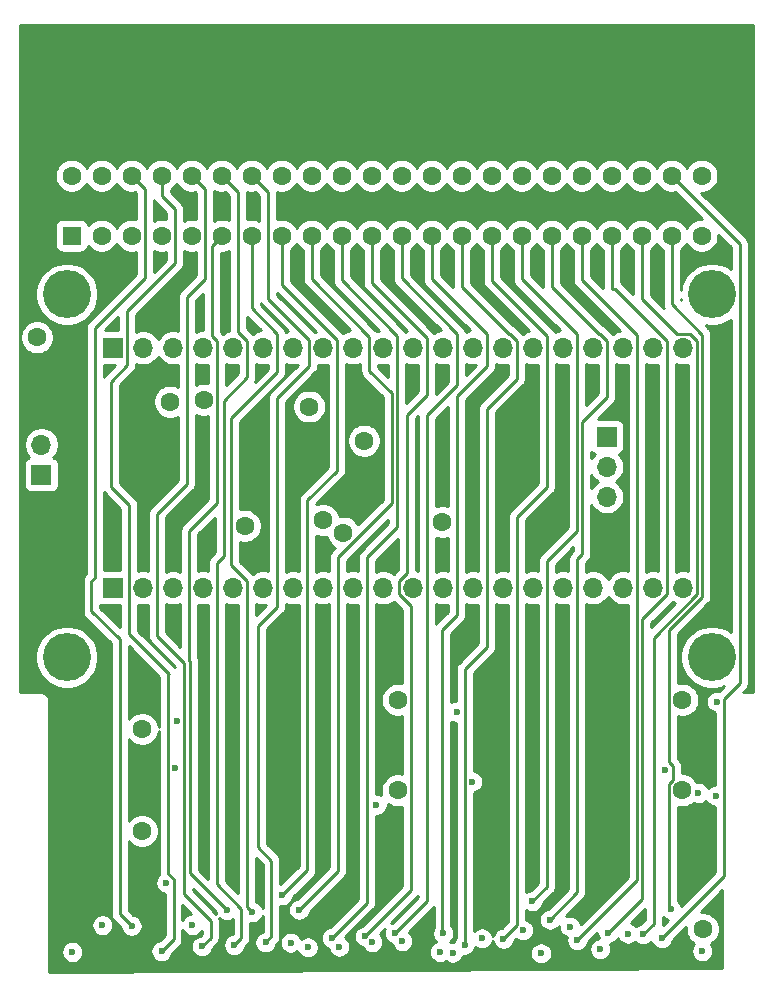
<source format=gbr>
%TF.GenerationSoftware,KiCad,Pcbnew,(5.1.9)-1*%
%TF.CreationDate,2024-11-26T15:48:13-08:00*%
%TF.ProjectId,RADA3K,52414441-334b-42e6-9b69-6361645f7063,rev?*%
%TF.SameCoordinates,Original*%
%TF.FileFunction,Copper,L3,Inr*%
%TF.FilePolarity,Positive*%
%FSLAX46Y46*%
G04 Gerber Fmt 4.6, Leading zero omitted, Abs format (unit mm)*
G04 Created by KiCad (PCBNEW (5.1.9)-1) date 2024-11-26 15:48:13*
%MOMM*%
%LPD*%
G01*
G04 APERTURE LIST*
%TA.AperFunction,ComponentPad*%
%ADD10C,4.064000*%
%TD*%
%TA.AperFunction,ComponentPad*%
%ADD11R,1.700000X1.700000*%
%TD*%
%TA.AperFunction,ComponentPad*%
%ADD12O,1.700000X1.700000*%
%TD*%
%TA.AperFunction,ComponentPad*%
%ADD13C,1.600000*%
%TD*%
%TA.AperFunction,ComponentPad*%
%ADD14R,1.600000X1.600000*%
%TD*%
%TA.AperFunction,ViaPad*%
%ADD15C,1.600000*%
%TD*%
%TA.AperFunction,ViaPad*%
%ADD16C,0.600000*%
%TD*%
%TA.AperFunction,Conductor*%
%ADD17C,0.250000*%
%TD*%
%TA.AperFunction,NonConductor*%
%ADD18C,0.254000*%
%TD*%
%TA.AperFunction,NonConductor*%
%ADD19C,0.100000*%
%TD*%
G04 APERTURE END LIST*
D10*
%TO.N,GND*%
%TO.C,GND*%
X59944000Y-136652000D03*
%TD*%
%TO.N,GND*%
%TO.C,GND*%
X59944000Y-105918000D03*
%TD*%
%TO.N,GND*%
%TO.C,GND*%
X114554000Y-136652000D03*
%TD*%
D11*
%TO.N,+5V*%
%TO.C,J4*%
X57797700Y-121183400D03*
D12*
%TO.N,/FPGA_PWR*%
X57797700Y-118643400D03*
%TD*%
D11*
%TO.N,/_CHAREN*%
%TO.C,J1*%
X105664000Y-117983000D03*
D12*
%TO.N,/_HIRAM*%
X105664000Y-120523000D03*
%TO.N,/_LORAM*%
X105664000Y-123063000D03*
%TD*%
%TO.N,/FPGA__CHAREN*%
%TO.C,J3*%
X112141000Y-110439200D03*
%TO.N,/FPGA__HIRAM*%
X109601000Y-110439200D03*
%TO.N,/FPGA__LORAM*%
X107061000Y-110439200D03*
%TO.N,/FPGA_D0*%
X104521000Y-110439200D03*
%TO.N,Net-(J3-Pad16)*%
X101981000Y-110439200D03*
%TO.N,GND*%
X99441000Y-110439200D03*
%TO.N,/FPGA_A0*%
X96901000Y-110439200D03*
%TO.N,/FPGA_D1*%
X94361000Y-110439200D03*
%TO.N,/FPGA_A1*%
X91821000Y-110439200D03*
%TO.N,/FPGA_A2*%
X89281000Y-110439200D03*
%TO.N,/FPGA_A3*%
X86741000Y-110439200D03*
%TO.N,/FPGA_A4*%
X84201000Y-110439200D03*
%TO.N,/FPGA_A5*%
X81661000Y-110439200D03*
%TO.N,/FPGA_A6*%
X79121000Y-110439200D03*
%TO.N,/FPGA_A7*%
X76581000Y-110439200D03*
%TO.N,/CLK0*%
X74041000Y-110439200D03*
%TO.N,/SDA*%
X71501000Y-110439200D03*
%TO.N,/SCL*%
X68961000Y-110439200D03*
%TO.N,GND*%
X66421000Y-110439200D03*
D11*
%TO.N,/FPGA_PWR*%
X63881000Y-110439200D03*
%TD*%
D12*
%TO.N,GND*%
%TO.C,J2*%
X112141000Y-130759200D03*
%TO.N,Net-(J2-Pad19)*%
X109601000Y-130759200D03*
%TO.N,/FPGA_D2*%
X107061000Y-130759200D03*
%TO.N,/FPGA_D3*%
X104521000Y-130759200D03*
%TO.N,/FPGA_D4*%
X101981000Y-130759200D03*
%TO.N,/FPGA_D5*%
X99441000Y-130759200D03*
%TO.N,/FPGA_D6*%
X96901000Y-130759200D03*
%TO.N,/FPGA_D7*%
X94361000Y-130759200D03*
%TO.N,/FPGA_A8*%
X91821000Y-130759200D03*
%TO.N,/FPGA_A9*%
X89281000Y-130759200D03*
%TO.N,/FPGA_BA*%
X86741000Y-130759200D03*
%TO.N,/FPGA_A10*%
X84201000Y-130759200D03*
%TO.N,/FPGA_A11*%
X81661000Y-130759200D03*
%TO.N,/FPGA_A12*%
X79121000Y-130759200D03*
%TO.N,/FPGA_A13*%
X76581000Y-130759200D03*
%TO.N,/FPGA_A14*%
X74041000Y-130759200D03*
%TO.N,/FPGA_A15*%
X71501000Y-130759200D03*
%TO.N,/FPGA_PHI2*%
X68961000Y-130759200D03*
%TO.N,/FPGA_R__W*%
X66421000Y-130759200D03*
D11*
%TO.N,/FPGA__RST*%
X63881000Y-130759200D03*
%TD*%
D13*
%TO.N,GND*%
%TO.C,J5*%
X113690400Y-95872300D03*
%TO.N,/A0*%
X111150400Y-95872300D03*
%TO.N,/A1*%
X108610400Y-95872300D03*
%TO.N,/A2*%
X106070400Y-95872300D03*
%TO.N,/A3*%
X103530400Y-95872300D03*
%TO.N,/A4*%
X100990400Y-95872300D03*
%TO.N,/A5*%
X98450400Y-95872300D03*
%TO.N,/A6*%
X95910400Y-95872300D03*
%TO.N,/A7*%
X93370400Y-95872300D03*
%TO.N,/A8*%
X90830400Y-95872300D03*
%TO.N,/A9*%
X88290400Y-95872300D03*
%TO.N,/A10*%
X85750400Y-95872300D03*
%TO.N,/A11*%
X83210400Y-95872300D03*
%TO.N,/A12*%
X80670400Y-95872300D03*
%TO.N,/A13*%
X78130400Y-95872300D03*
%TO.N,/A14*%
X75590400Y-95872300D03*
%TO.N,/A15*%
X73050400Y-95872300D03*
%TO.N,/PHI2*%
X70510400Y-95872300D03*
%TO.N,/_NMI*%
X67970400Y-95872300D03*
%TO.N,/_RST*%
X65430400Y-95872300D03*
%TO.N,/_ROMH*%
X62890400Y-95872300D03*
%TO.N,GND*%
X60350400Y-95872300D03*
X113690400Y-100952300D03*
%TO.N,/D0*%
X111150400Y-100952300D03*
%TO.N,/D1*%
X108610400Y-100952300D03*
%TO.N,/D2*%
X106070400Y-100952300D03*
%TO.N,/D3*%
X103530400Y-100952300D03*
%TO.N,/D4*%
X100990400Y-100952300D03*
%TO.N,/D5*%
X98450400Y-100952300D03*
%TO.N,/D6*%
X95910400Y-100952300D03*
%TO.N,/D7*%
X93370400Y-100952300D03*
%TO.N,/_DMA*%
X90830400Y-100952300D03*
%TO.N,/BA*%
X88290400Y-100952300D03*
%TO.N,/_ROML*%
X85750400Y-100952300D03*
%TO.N,/_IO2*%
X83210400Y-100952300D03*
%TO.N,/_EXROM*%
X80670400Y-100952300D03*
%TO.N,/_GAME*%
X78130400Y-100952300D03*
%TO.N,/_IO1*%
X75590400Y-100952300D03*
%TO.N,/DOT_CLK*%
X73050400Y-100952300D03*
%TO.N,/R__W*%
X70510400Y-100952300D03*
%TO.N,/_IRQ*%
X67970400Y-100952300D03*
%TO.N,+5V*%
X65430400Y-100952300D03*
D14*
%TO.N,GND*%
X60350400Y-100952300D03*
D13*
%TO.N,+5V*%
X62890400Y-100952300D03*
%TD*%
D10*
%TO.N,GND*%
%TO.C,GND*%
X114554000Y-105918000D03*
%TD*%
D15*
%TO.N,GND*%
X113779300Y-159651700D03*
D16*
X60413900Y-161594800D03*
X110636400Y-146152300D03*
X69146400Y-146012300D03*
X94259400Y-147180300D03*
X92956400Y-141262300D03*
X86169500Y-149136100D03*
X69256400Y-142052300D03*
D15*
X66306700Y-151358600D03*
X87972900Y-140246100D03*
X112077500Y-140246100D03*
D16*
X113753900Y-161531300D03*
D15*
X57416700Y-109562900D03*
X75006200Y-125514100D03*
X85128100Y-118300500D03*
X81648300Y-125031500D03*
X91732100Y-125183900D03*
%TO.N,+3V3*%
X112064800Y-147916900D03*
X66332100Y-142709900D03*
X87972900Y-147916900D03*
X68694300Y-114998500D03*
X83324700Y-126085600D03*
X71564500Y-114846100D03*
X80479900Y-115417600D03*
D16*
%TO.N,/A8*%
X91528900Y-161594800D03*
%TO.N,/A0*%
X110326400Y-160442300D03*
%TO.N,/A9*%
X88366400Y-160692300D03*
%TO.N,/A1*%
X107466400Y-160052300D03*
%TO.N,/A10*%
X85816400Y-160772300D03*
%TO.N,/A2*%
X105106400Y-161362300D03*
%TO.N,/A3*%
X102536400Y-159452300D03*
%TO.N,/A15*%
X74126400Y-161012300D03*
%TO.N,/A7*%
X92608400Y-161658300D03*
%TO.N,/A14*%
X76776400Y-160792300D03*
%TO.N,/A6*%
X95084900Y-160451800D03*
%TO.N,/A13*%
X78906400Y-160802300D03*
%TO.N,/A5*%
X98577400Y-159753300D03*
%TO.N,/A12*%
X80352900Y-161213800D03*
%TO.N,/A4*%
X100101400Y-161721800D03*
%TO.N,/A11*%
X83019900Y-161150300D03*
%TO.N,/D0*%
X111086900Y-157962600D03*
%TO.N,/D1*%
X108736400Y-160107900D03*
%TO.N,/D2*%
X105811320Y-159961580D03*
%TO.N,/D3*%
X103168310Y-160597710D03*
%TO.N,/D4*%
X100861400Y-158857950D03*
%TO.N,/D5*%
X99375400Y-157304300D03*
%TO.N,/D6*%
X96918349Y-160487349D03*
%TO.N,/D7*%
X93638149Y-160973549D03*
%TO.N,/_ROMH*%
X62956400Y-159332300D03*
%TO.N,/R__W*%
X70573900Y-159308800D03*
%TO.N,/_IRQ*%
X68359850Y-155748850D03*
%TO.N,/_RST*%
X65436400Y-159382300D03*
%TO.N,/PHI2*%
X71386400Y-161132300D03*
%TO.N,/_NMI*%
X67970400Y-161531300D03*
%TO.N,/DOT_CLK*%
X73501399Y-158044471D03*
%TO.N,/_IO1*%
X75653900Y-158232900D03*
%TO.N,/_GAME*%
X78193900Y-156794200D03*
%TO.N,/_EXROM*%
X79616400Y-158026000D03*
%TO.N,/_IO2*%
X82394899Y-160416401D03*
%TO.N,/_ROML*%
X85184764Y-160281342D03*
%TO.N,/BA*%
X87741399Y-160010201D03*
%TO.N,/_DMA*%
X91824850Y-160023850D03*
%TO.N,/_HIRAM*%
X114998500Y-140411200D03*
%TO.N,/_LORAM*%
X114914000Y-148383000D03*
%TO.N,/_CHAREN*%
X113423700Y-148145500D03*
%TD*%
D17*
%TO.N,/A0*%
X115623501Y-155145199D02*
X110326400Y-160442300D01*
X115623501Y-140154499D02*
X115623501Y-155145199D01*
X116911001Y-138866999D02*
X115623501Y-140154499D01*
X116911001Y-101632901D02*
X116911001Y-138866999D01*
X111150400Y-95872300D02*
X116911001Y-101632901D01*
%TO.N,/A15*%
X75216001Y-109875199D02*
X75216001Y-112934499D01*
X74459001Y-109118199D02*
X75216001Y-109875199D01*
X74459001Y-97280901D02*
X74459001Y-109118199D01*
X73050400Y-95872300D02*
X74459001Y-97280901D01*
X75216001Y-112934499D02*
X73228200Y-114922300D01*
X73228200Y-114922300D02*
X73228200Y-128079500D01*
X72676001Y-128631699D02*
X72676001Y-155873701D01*
X73228200Y-128079500D02*
X72676001Y-128631699D01*
X72676001Y-155873701D02*
X74739500Y-157937200D01*
X74739500Y-160399200D02*
X74126400Y-161012300D01*
X74739500Y-157937200D02*
X74739500Y-160399200D01*
%TO.N,/A14*%
X77005399Y-97287299D02*
X77005399Y-106278899D01*
X75590400Y-95872300D02*
X77005399Y-97287299D01*
X80485999Y-109759499D02*
X80485999Y-111957101D01*
X77005399Y-106278899D02*
X80485999Y-109759499D01*
X77756001Y-114687099D02*
X77756001Y-132378199D01*
X80485999Y-111957101D02*
X77756001Y-114687099D01*
X77756001Y-132378199D02*
X76161900Y-133972300D01*
X76161900Y-133972300D02*
X76161900Y-152742900D01*
X76161900Y-152742900D02*
X77279500Y-153860500D01*
X77279500Y-160289200D02*
X76776400Y-160792300D01*
X77279500Y-153860500D02*
X77279500Y-160289200D01*
%TO.N,/D0*%
X111150400Y-100952300D02*
X111150400Y-106718100D01*
X110939799Y-157815499D02*
X111086900Y-157962600D01*
X110939799Y-147376899D02*
X110939799Y-157815499D01*
X111261401Y-147055297D02*
X110939799Y-147376899D01*
X110952499Y-145543397D02*
X111261401Y-145852299D01*
X110952499Y-134323113D02*
X110952499Y-145543397D01*
X113766010Y-131509602D02*
X110952499Y-134323113D01*
X111261401Y-145852299D02*
X111261401Y-147055297D01*
X113766010Y-109333710D02*
X113766010Y-131509602D01*
X111150400Y-106718100D02*
X113766010Y-109333710D01*
%TO.N,/D1*%
X109651800Y-134987402D02*
X109651800Y-159192500D01*
X113316001Y-131323201D02*
X109651800Y-134987402D01*
X113316001Y-109875199D02*
X113316001Y-131323201D01*
X112705001Y-109264199D02*
X113316001Y-109875199D01*
X108610400Y-106286300D02*
X111588299Y-109264199D01*
X108610400Y-100952300D02*
X108610400Y-106286300D01*
X109651800Y-159192500D02*
X108736400Y-160107900D01*
X111588299Y-109264199D02*
X112705001Y-109264199D01*
%TO.N,/D2*%
X106070400Y-100952300D02*
X106070400Y-105498900D01*
X110776001Y-131323201D02*
X108686010Y-133413192D01*
X108686010Y-157086890D02*
X105811320Y-159961580D01*
X110776001Y-109875199D02*
X110776001Y-131323201D01*
X106399702Y-105498900D02*
X110776001Y-109875199D01*
X108686010Y-133413192D02*
X108686010Y-157086890D01*
X106070400Y-105498900D02*
X106399702Y-105498900D01*
%TO.N,/D3*%
X108236001Y-155530019D02*
X103168310Y-160597710D01*
X108236001Y-109379001D02*
X108236001Y-155530019D01*
X103530400Y-104673400D02*
X108236001Y-109379001D01*
X103530400Y-100952300D02*
X103530400Y-104673400D01*
%TO.N,/D4*%
X100990400Y-100952300D02*
X100990400Y-105270300D01*
X105696001Y-109875199D02*
X105696001Y-114610899D01*
X105085001Y-109264199D02*
X105696001Y-109875199D01*
X104984299Y-109264199D02*
X105085001Y-109264199D01*
X100990400Y-105270300D02*
X104984299Y-109264199D01*
X103606011Y-116700889D02*
X103606011Y-127914989D01*
X105696001Y-114610899D02*
X103606011Y-116700889D01*
X103156001Y-156563349D02*
X100861400Y-158857950D01*
X103156001Y-128364999D02*
X103156001Y-156563349D01*
X103606011Y-127914989D02*
X103156001Y-128364999D01*
%TO.N,/D5*%
X98450400Y-100952300D02*
X98450400Y-104609900D01*
X103156001Y-109315501D02*
X103156001Y-125951999D01*
X98450400Y-104609900D02*
X103156001Y-109315501D01*
X100616001Y-156063699D02*
X99375400Y-157304300D01*
X100616001Y-128491999D02*
X100616001Y-156063699D01*
X103156001Y-125951999D02*
X100616001Y-128491999D01*
%TO.N,/D6*%
X95910400Y-100952300D02*
X95910400Y-104749600D01*
X100616001Y-109455201D02*
X100616001Y-122205499D01*
X95910400Y-104749600D02*
X100616001Y-109455201D01*
X98076001Y-159329697D02*
X96918349Y-160487349D01*
X98076001Y-124745499D02*
X98076001Y-159329697D01*
X100616001Y-122205499D02*
X98076001Y-124745499D01*
%TO.N,/D7*%
X93370400Y-100952300D02*
X93370400Y-105270300D01*
X98076001Y-109875199D02*
X98076001Y-113048799D01*
X97465001Y-109264199D02*
X98076001Y-109875199D01*
X97364299Y-109264199D02*
X97465001Y-109264199D01*
X93370400Y-105270300D02*
X97364299Y-109264199D01*
X95536001Y-115588799D02*
X95536001Y-135781799D01*
X98076001Y-113048799D02*
X95536001Y-115588799D01*
X93634399Y-160969799D02*
X93638149Y-160973549D01*
X93634399Y-137683401D02*
X93634399Y-160969799D01*
X95536001Y-135781799D02*
X93634399Y-137683401D01*
%TO.N,/_RST*%
X66555401Y-96997301D02*
X66555401Y-104526299D01*
X65430400Y-95872300D02*
X66555401Y-96997301D01*
X62301001Y-108780699D02*
X62301001Y-129938899D01*
X66555401Y-104526299D02*
X62301001Y-108780699D01*
X62301001Y-129938899D02*
X62039500Y-130200400D01*
X62039500Y-130200400D02*
X62039500Y-132753100D01*
X62039500Y-132753100D02*
X64414400Y-135128000D01*
X64414400Y-158360300D02*
X65436400Y-159382300D01*
X64414400Y-135128000D02*
X64414400Y-158360300D01*
%TO.N,/PHI2*%
X71635401Y-96997301D02*
X71635401Y-104615199D01*
X70510400Y-95872300D02*
X71635401Y-96997301D01*
X70136001Y-106114599D02*
X70136001Y-121951499D01*
X71635401Y-104615199D02*
X70136001Y-106114599D01*
X67596001Y-124491499D02*
X67596001Y-134842501D01*
X70136001Y-121951499D02*
X67596001Y-124491499D01*
X69881401Y-137127901D02*
X69881401Y-156698601D01*
X67596001Y-134842501D02*
X69881401Y-137127901D01*
X69881401Y-156698601D02*
X72123300Y-158940500D01*
X72123300Y-160395400D02*
X71386400Y-161132300D01*
X72123300Y-158940500D02*
X72123300Y-160395400D01*
%TO.N,/_NMI*%
X67970400Y-95872300D02*
X67970400Y-97561400D01*
X69095401Y-98686401D02*
X69095401Y-103307099D01*
X67970400Y-97561400D02*
X69095401Y-98686401D01*
X65056001Y-107346499D02*
X65056001Y-111943899D01*
X69095401Y-103307099D02*
X65056001Y-107346499D01*
X65056001Y-111943899D02*
X63690500Y-113309400D01*
X63690500Y-113309400D02*
X63690500Y-122199400D01*
X65245999Y-123754899D02*
X65245999Y-134702299D01*
X63690500Y-122199400D02*
X65245999Y-123754899D01*
X65245999Y-134702299D02*
X68592700Y-138049000D01*
X68984851Y-160516849D02*
X67970400Y-161531300D01*
X68984851Y-155448849D02*
X68984851Y-160516849D01*
X68521399Y-154985397D02*
X68984851Y-155448849D01*
X68521399Y-138120301D02*
X68521399Y-154985397D01*
X68592700Y-138049000D02*
X68521399Y-138120301D01*
%TO.N,/DOT_CLK*%
X72208999Y-109408197D02*
X72689501Y-109888699D01*
X72689501Y-109888699D02*
X72689501Y-123576299D01*
X72208999Y-101793701D02*
X72208999Y-109408197D01*
X73050400Y-100952300D02*
X72208999Y-101793701D01*
X70325999Y-136936089D02*
X70396100Y-137006190D01*
X70325999Y-125939801D02*
X70325999Y-136936089D01*
X72689501Y-123576299D02*
X70325999Y-125939801D01*
X70396100Y-154939172D02*
X73501399Y-158044471D01*
X70396100Y-137006190D02*
X70396100Y-154939172D01*
%TO.N,/_IO1*%
X75590400Y-100952300D02*
X75590400Y-107111800D01*
X77756001Y-109277401D02*
X77756001Y-112515399D01*
X75590400Y-107111800D02*
X77756001Y-109277401D01*
X75216001Y-157795001D02*
X75653900Y-158232900D01*
X75216001Y-130195199D02*
X75216001Y-157795001D01*
X73881199Y-128860397D02*
X75216001Y-130195199D01*
X73881199Y-116390201D02*
X73881199Y-128860397D01*
X77756001Y-112515399D02*
X73881199Y-116390201D01*
%TO.N,/_GAME*%
X78130400Y-100952300D02*
X78130400Y-105105200D01*
X82836001Y-109810801D02*
X82836001Y-120859299D01*
X78130400Y-105105200D02*
X82836001Y-109810801D01*
X82836001Y-120859299D02*
X80327500Y-123367800D01*
X80327500Y-123367800D02*
X80327500Y-154660600D01*
X80327500Y-154660600D02*
X78193900Y-156794200D01*
%TO.N,/_EXROM*%
X80670400Y-100952300D02*
X80670400Y-104597200D01*
X85565999Y-109492799D02*
X85565999Y-112413799D01*
X80670400Y-104597200D02*
X85565999Y-109492799D01*
X85565999Y-112413799D02*
X87464900Y-114312700D01*
X87464900Y-123610402D02*
X82906902Y-128168400D01*
X87464900Y-114312700D02*
X87464900Y-123610402D01*
X82906902Y-128168400D02*
X82906902Y-154735498D01*
X82906902Y-154735498D02*
X79616400Y-158026000D01*
%TO.N,/_IO2*%
X83210400Y-100952300D02*
X83210400Y-104724200D01*
X87916001Y-109429801D02*
X87916001Y-125634499D01*
X83210400Y-104724200D02*
X87916001Y-109429801D01*
X85376001Y-157435299D02*
X82394899Y-160416401D01*
X85376001Y-128174499D02*
X85376001Y-157435299D01*
X87916001Y-125634499D02*
X85376001Y-128174499D01*
%TO.N,/_ROML*%
X85750400Y-100952300D02*
X85750400Y-104940100D01*
X90456001Y-109645701D02*
X90456001Y-114420399D01*
X85750400Y-104940100D02*
X90456001Y-109645701D01*
X90456001Y-114420399D02*
X88773000Y-116103400D01*
X89097901Y-156368205D02*
X85184764Y-160281342D01*
X89097901Y-132315103D02*
X89097901Y-156368205D01*
X88105999Y-131323201D02*
X89097901Y-132315103D01*
X88105999Y-130195199D02*
X88105999Y-131323201D01*
X88773000Y-129528198D02*
X88105999Y-130195199D01*
X88773000Y-116103400D02*
X88773000Y-129528198D01*
%TO.N,/BA*%
X90456001Y-116160299D02*
X90456001Y-157295599D01*
X92996001Y-113620299D02*
X90456001Y-116160299D01*
X92996001Y-109264701D02*
X92996001Y-113620299D01*
X88290400Y-100952300D02*
X88290400Y-104559100D01*
X90456001Y-157295599D02*
X87741399Y-160010201D01*
X88290400Y-104559100D02*
X92996001Y-109264701D01*
%TO.N,/_DMA*%
X90830400Y-100952300D02*
X90830400Y-104609900D01*
X95536001Y-109315501D02*
X95536001Y-112007399D01*
X90830400Y-104609900D02*
X95536001Y-109315501D01*
X92996001Y-114547399D02*
X92996001Y-133102099D01*
X95536001Y-112007399D02*
X92996001Y-114547399D01*
X92996001Y-133102099D02*
X91757500Y-134340600D01*
X91757500Y-159956500D02*
X91824850Y-160023850D01*
X91757500Y-134340600D02*
X91757500Y-159956500D01*
%TD*%
D18*
X118060400Y-139612810D02*
X117240212Y-139612590D01*
X117422004Y-139430798D01*
X117451002Y-139407000D01*
X117523222Y-139319000D01*
X117545975Y-139291276D01*
X117616547Y-139159246D01*
X117624975Y-139131463D01*
X117660004Y-139015985D01*
X117671001Y-138904332D01*
X117671001Y-138904322D01*
X117674677Y-138866999D01*
X117671001Y-138829676D01*
X117671001Y-101670223D01*
X117674677Y-101632900D01*
X117671001Y-101595577D01*
X117671001Y-101595568D01*
X117660004Y-101483915D01*
X117616547Y-101340654D01*
X117585569Y-101282699D01*
X117545975Y-101208624D01*
X117474800Y-101121898D01*
X117451002Y-101092900D01*
X117422005Y-101069103D01*
X113660201Y-97307300D01*
X113831735Y-97307300D01*
X114108974Y-97252153D01*
X114370127Y-97143980D01*
X114605159Y-96986937D01*
X114805037Y-96787059D01*
X114962080Y-96552027D01*
X115070253Y-96290874D01*
X115125400Y-96013635D01*
X115125400Y-95730965D01*
X115070253Y-95453726D01*
X114962080Y-95192573D01*
X114805037Y-94957541D01*
X114605159Y-94757663D01*
X114370127Y-94600620D01*
X114108974Y-94492447D01*
X113831735Y-94437300D01*
X113549065Y-94437300D01*
X113271826Y-94492447D01*
X113010673Y-94600620D01*
X112775641Y-94757663D01*
X112575763Y-94957541D01*
X112420400Y-95190059D01*
X112265037Y-94957541D01*
X112065159Y-94757663D01*
X111830127Y-94600620D01*
X111568974Y-94492447D01*
X111291735Y-94437300D01*
X111009065Y-94437300D01*
X110731826Y-94492447D01*
X110470673Y-94600620D01*
X110235641Y-94757663D01*
X110035763Y-94957541D01*
X109880400Y-95190059D01*
X109725037Y-94957541D01*
X109525159Y-94757663D01*
X109290127Y-94600620D01*
X109028974Y-94492447D01*
X108751735Y-94437300D01*
X108469065Y-94437300D01*
X108191826Y-94492447D01*
X107930673Y-94600620D01*
X107695641Y-94757663D01*
X107495763Y-94957541D01*
X107340400Y-95190059D01*
X107185037Y-94957541D01*
X106985159Y-94757663D01*
X106750127Y-94600620D01*
X106488974Y-94492447D01*
X106211735Y-94437300D01*
X105929065Y-94437300D01*
X105651826Y-94492447D01*
X105390673Y-94600620D01*
X105155641Y-94757663D01*
X104955763Y-94957541D01*
X104800400Y-95190059D01*
X104645037Y-94957541D01*
X104445159Y-94757663D01*
X104210127Y-94600620D01*
X103948974Y-94492447D01*
X103671735Y-94437300D01*
X103389065Y-94437300D01*
X103111826Y-94492447D01*
X102850673Y-94600620D01*
X102615641Y-94757663D01*
X102415763Y-94957541D01*
X102260400Y-95190059D01*
X102105037Y-94957541D01*
X101905159Y-94757663D01*
X101670127Y-94600620D01*
X101408974Y-94492447D01*
X101131735Y-94437300D01*
X100849065Y-94437300D01*
X100571826Y-94492447D01*
X100310673Y-94600620D01*
X100075641Y-94757663D01*
X99875763Y-94957541D01*
X99720400Y-95190059D01*
X99565037Y-94957541D01*
X99365159Y-94757663D01*
X99130127Y-94600620D01*
X98868974Y-94492447D01*
X98591735Y-94437300D01*
X98309065Y-94437300D01*
X98031826Y-94492447D01*
X97770673Y-94600620D01*
X97535641Y-94757663D01*
X97335763Y-94957541D01*
X97180400Y-95190059D01*
X97025037Y-94957541D01*
X96825159Y-94757663D01*
X96590127Y-94600620D01*
X96328974Y-94492447D01*
X96051735Y-94437300D01*
X95769065Y-94437300D01*
X95491826Y-94492447D01*
X95230673Y-94600620D01*
X94995641Y-94757663D01*
X94795763Y-94957541D01*
X94640400Y-95190059D01*
X94485037Y-94957541D01*
X94285159Y-94757663D01*
X94050127Y-94600620D01*
X93788974Y-94492447D01*
X93511735Y-94437300D01*
X93229065Y-94437300D01*
X92951826Y-94492447D01*
X92690673Y-94600620D01*
X92455641Y-94757663D01*
X92255763Y-94957541D01*
X92100400Y-95190059D01*
X91945037Y-94957541D01*
X91745159Y-94757663D01*
X91510127Y-94600620D01*
X91248974Y-94492447D01*
X90971735Y-94437300D01*
X90689065Y-94437300D01*
X90411826Y-94492447D01*
X90150673Y-94600620D01*
X89915641Y-94757663D01*
X89715763Y-94957541D01*
X89560400Y-95190059D01*
X89405037Y-94957541D01*
X89205159Y-94757663D01*
X88970127Y-94600620D01*
X88708974Y-94492447D01*
X88431735Y-94437300D01*
X88149065Y-94437300D01*
X87871826Y-94492447D01*
X87610673Y-94600620D01*
X87375641Y-94757663D01*
X87175763Y-94957541D01*
X87020400Y-95190059D01*
X86865037Y-94957541D01*
X86665159Y-94757663D01*
X86430127Y-94600620D01*
X86168974Y-94492447D01*
X85891735Y-94437300D01*
X85609065Y-94437300D01*
X85331826Y-94492447D01*
X85070673Y-94600620D01*
X84835641Y-94757663D01*
X84635763Y-94957541D01*
X84480400Y-95190059D01*
X84325037Y-94957541D01*
X84125159Y-94757663D01*
X83890127Y-94600620D01*
X83628974Y-94492447D01*
X83351735Y-94437300D01*
X83069065Y-94437300D01*
X82791826Y-94492447D01*
X82530673Y-94600620D01*
X82295641Y-94757663D01*
X82095763Y-94957541D01*
X81940400Y-95190059D01*
X81785037Y-94957541D01*
X81585159Y-94757663D01*
X81350127Y-94600620D01*
X81088974Y-94492447D01*
X80811735Y-94437300D01*
X80529065Y-94437300D01*
X80251826Y-94492447D01*
X79990673Y-94600620D01*
X79755641Y-94757663D01*
X79555763Y-94957541D01*
X79400400Y-95190059D01*
X79245037Y-94957541D01*
X79045159Y-94757663D01*
X78810127Y-94600620D01*
X78548974Y-94492447D01*
X78271735Y-94437300D01*
X77989065Y-94437300D01*
X77711826Y-94492447D01*
X77450673Y-94600620D01*
X77215641Y-94757663D01*
X77015763Y-94957541D01*
X76860400Y-95190059D01*
X76705037Y-94957541D01*
X76505159Y-94757663D01*
X76270127Y-94600620D01*
X76008974Y-94492447D01*
X75731735Y-94437300D01*
X75449065Y-94437300D01*
X75171826Y-94492447D01*
X74910673Y-94600620D01*
X74675641Y-94757663D01*
X74475763Y-94957541D01*
X74320400Y-95190059D01*
X74165037Y-94957541D01*
X73965159Y-94757663D01*
X73730127Y-94600620D01*
X73468974Y-94492447D01*
X73191735Y-94437300D01*
X72909065Y-94437300D01*
X72631826Y-94492447D01*
X72370673Y-94600620D01*
X72135641Y-94757663D01*
X71935763Y-94957541D01*
X71780400Y-95190059D01*
X71625037Y-94957541D01*
X71425159Y-94757663D01*
X71190127Y-94600620D01*
X70928974Y-94492447D01*
X70651735Y-94437300D01*
X70369065Y-94437300D01*
X70091826Y-94492447D01*
X69830673Y-94600620D01*
X69595641Y-94757663D01*
X69395763Y-94957541D01*
X69240400Y-95190059D01*
X69085037Y-94957541D01*
X68885159Y-94757663D01*
X68650127Y-94600620D01*
X68388974Y-94492447D01*
X68111735Y-94437300D01*
X67829065Y-94437300D01*
X67551826Y-94492447D01*
X67290673Y-94600620D01*
X67055641Y-94757663D01*
X66855763Y-94957541D01*
X66700400Y-95190059D01*
X66545037Y-94957541D01*
X66345159Y-94757663D01*
X66110127Y-94600620D01*
X65848974Y-94492447D01*
X65571735Y-94437300D01*
X65289065Y-94437300D01*
X65011826Y-94492447D01*
X64750673Y-94600620D01*
X64515641Y-94757663D01*
X64315763Y-94957541D01*
X64160400Y-95190059D01*
X64005037Y-94957541D01*
X63805159Y-94757663D01*
X63570127Y-94600620D01*
X63308974Y-94492447D01*
X63031735Y-94437300D01*
X62749065Y-94437300D01*
X62471826Y-94492447D01*
X62210673Y-94600620D01*
X61975641Y-94757663D01*
X61775763Y-94957541D01*
X61620400Y-95190059D01*
X61465037Y-94957541D01*
X61265159Y-94757663D01*
X61030127Y-94600620D01*
X60768974Y-94492447D01*
X60491735Y-94437300D01*
X60209065Y-94437300D01*
X59931826Y-94492447D01*
X59670673Y-94600620D01*
X59435641Y-94757663D01*
X59235763Y-94957541D01*
X59078720Y-95192573D01*
X58970547Y-95453726D01*
X58915400Y-95730965D01*
X58915400Y-96013635D01*
X58970547Y-96290874D01*
X59078720Y-96552027D01*
X59235763Y-96787059D01*
X59435641Y-96986937D01*
X59670673Y-97143980D01*
X59931826Y-97252153D01*
X60209065Y-97307300D01*
X60491735Y-97307300D01*
X60768974Y-97252153D01*
X61030127Y-97143980D01*
X61265159Y-96986937D01*
X61465037Y-96787059D01*
X61620400Y-96554541D01*
X61775763Y-96787059D01*
X61975641Y-96986937D01*
X62210673Y-97143980D01*
X62471826Y-97252153D01*
X62749065Y-97307300D01*
X63031735Y-97307300D01*
X63308974Y-97252153D01*
X63570127Y-97143980D01*
X63805159Y-96986937D01*
X64005037Y-96787059D01*
X64160400Y-96554541D01*
X64315763Y-96787059D01*
X64515641Y-96986937D01*
X64750673Y-97143980D01*
X65011826Y-97252153D01*
X65289065Y-97307300D01*
X65571735Y-97307300D01*
X65754286Y-97270988D01*
X65795401Y-97312103D01*
X65795401Y-99561791D01*
X65571735Y-99517300D01*
X65289065Y-99517300D01*
X65011826Y-99572447D01*
X64750673Y-99680620D01*
X64515641Y-99837663D01*
X64315763Y-100037541D01*
X64160400Y-100270059D01*
X64005037Y-100037541D01*
X63805159Y-99837663D01*
X63570127Y-99680620D01*
X63308974Y-99572447D01*
X63031735Y-99517300D01*
X62749065Y-99517300D01*
X62471826Y-99572447D01*
X62210673Y-99680620D01*
X61975641Y-99837663D01*
X61777043Y-100036261D01*
X61776212Y-100027818D01*
X61739902Y-99908120D01*
X61680937Y-99797806D01*
X61601585Y-99701115D01*
X61504894Y-99621763D01*
X61394580Y-99562798D01*
X61274882Y-99526488D01*
X61150400Y-99514228D01*
X59550400Y-99514228D01*
X59425918Y-99526488D01*
X59306220Y-99562798D01*
X59195906Y-99621763D01*
X59099215Y-99701115D01*
X59019863Y-99797806D01*
X58960898Y-99908120D01*
X58924588Y-100027818D01*
X58912328Y-100152300D01*
X58912328Y-101752300D01*
X58924588Y-101876782D01*
X58960898Y-101996480D01*
X59019863Y-102106794D01*
X59099215Y-102203485D01*
X59195906Y-102282837D01*
X59306220Y-102341802D01*
X59425918Y-102378112D01*
X59550400Y-102390372D01*
X61150400Y-102390372D01*
X61274882Y-102378112D01*
X61394580Y-102341802D01*
X61504894Y-102282837D01*
X61601585Y-102203485D01*
X61680937Y-102106794D01*
X61739902Y-101996480D01*
X61776212Y-101876782D01*
X61777043Y-101868339D01*
X61975641Y-102066937D01*
X62210673Y-102223980D01*
X62471826Y-102332153D01*
X62749065Y-102387300D01*
X63031735Y-102387300D01*
X63308974Y-102332153D01*
X63570127Y-102223980D01*
X63805159Y-102066937D01*
X64005037Y-101867059D01*
X64160400Y-101634541D01*
X64315763Y-101867059D01*
X64515641Y-102066937D01*
X64750673Y-102223980D01*
X65011826Y-102332153D01*
X65289065Y-102387300D01*
X65571735Y-102387300D01*
X65795402Y-102342809D01*
X65795402Y-104211496D01*
X61790004Y-108216895D01*
X61761000Y-108240698D01*
X61727545Y-108281464D01*
X61666027Y-108356423D01*
X61616937Y-108448263D01*
X61595455Y-108488453D01*
X61551998Y-108631714D01*
X61541001Y-108743367D01*
X61541001Y-108743377D01*
X61537325Y-108780699D01*
X61541001Y-108818021D01*
X61541002Y-129624097D01*
X61528503Y-129636596D01*
X61499499Y-129660399D01*
X61444371Y-129727574D01*
X61404526Y-129776124D01*
X61380836Y-129820445D01*
X61333954Y-129908154D01*
X61290497Y-130051415D01*
X61279500Y-130163068D01*
X61279500Y-130163078D01*
X61275824Y-130200400D01*
X61279500Y-130237723D01*
X61279501Y-132715768D01*
X61275824Y-132753100D01*
X61290498Y-132902085D01*
X61333954Y-133045346D01*
X61404526Y-133177376D01*
X61442213Y-133223297D01*
X61499500Y-133293101D01*
X61528498Y-133316899D01*
X63654400Y-135442802D01*
X63654401Y-158322967D01*
X63650724Y-158360300D01*
X63654401Y-158397633D01*
X63665398Y-158509286D01*
X63667503Y-158516224D01*
X63708854Y-158652546D01*
X63779426Y-158784576D01*
X63846177Y-158865911D01*
X63874400Y-158900301D01*
X63903398Y-158924099D01*
X64513247Y-159533949D01*
X64537332Y-159655029D01*
X64607814Y-159825189D01*
X64710138Y-159978328D01*
X64840372Y-160108562D01*
X64993511Y-160210886D01*
X65163671Y-160281368D01*
X65344311Y-160317300D01*
X65528489Y-160317300D01*
X65709129Y-160281368D01*
X65879289Y-160210886D01*
X66032428Y-160108562D01*
X66162662Y-159978328D01*
X66264986Y-159825189D01*
X66335468Y-159655029D01*
X66371400Y-159474389D01*
X66371400Y-159290211D01*
X66335468Y-159109571D01*
X66264986Y-158939411D01*
X66162662Y-158786272D01*
X66032428Y-158656038D01*
X65879289Y-158553714D01*
X65709129Y-158483232D01*
X65588049Y-158459147D01*
X65174400Y-158045499D01*
X65174400Y-152246924D01*
X65192063Y-152273359D01*
X65391941Y-152473237D01*
X65626973Y-152630280D01*
X65888126Y-152738453D01*
X66165365Y-152793600D01*
X66448035Y-152793600D01*
X66725274Y-152738453D01*
X66986427Y-152630280D01*
X67221459Y-152473237D01*
X67421337Y-152273359D01*
X67578380Y-152038327D01*
X67686553Y-151777174D01*
X67741700Y-151499935D01*
X67741700Y-151217265D01*
X67686553Y-150940026D01*
X67578380Y-150678873D01*
X67421337Y-150443841D01*
X67221459Y-150243963D01*
X66986427Y-150086920D01*
X66725274Y-149978747D01*
X66448035Y-149923600D01*
X66165365Y-149923600D01*
X65888126Y-149978747D01*
X65626973Y-150086920D01*
X65391941Y-150243963D01*
X65192063Y-150443841D01*
X65174400Y-150470276D01*
X65174400Y-143560211D01*
X65217463Y-143624659D01*
X65417341Y-143824537D01*
X65652373Y-143981580D01*
X65913526Y-144089753D01*
X66190765Y-144144900D01*
X66473435Y-144144900D01*
X66750674Y-144089753D01*
X67011827Y-143981580D01*
X67246859Y-143824537D01*
X67446737Y-143624659D01*
X67603780Y-143389627D01*
X67711953Y-143128474D01*
X67761399Y-142879894D01*
X67761400Y-154948064D01*
X67757723Y-154985397D01*
X67761400Y-155022730D01*
X67761604Y-155024806D01*
X67633588Y-155152822D01*
X67531264Y-155305961D01*
X67460782Y-155476121D01*
X67424850Y-155656761D01*
X67424850Y-155840939D01*
X67460782Y-156021579D01*
X67531264Y-156191739D01*
X67633588Y-156344878D01*
X67763822Y-156475112D01*
X67916961Y-156577436D01*
X68087121Y-156647918D01*
X68224851Y-156675315D01*
X68224852Y-160202046D01*
X67818751Y-160608147D01*
X67697671Y-160632232D01*
X67527511Y-160702714D01*
X67374372Y-160805038D01*
X67244138Y-160935272D01*
X67141814Y-161088411D01*
X67071332Y-161258571D01*
X67035400Y-161439211D01*
X67035400Y-161623389D01*
X67071332Y-161804029D01*
X67141814Y-161974189D01*
X67244138Y-162127328D01*
X67374372Y-162257562D01*
X67527511Y-162359886D01*
X67697671Y-162430368D01*
X67878311Y-162466300D01*
X68062489Y-162466300D01*
X68243129Y-162430368D01*
X68413289Y-162359886D01*
X68566428Y-162257562D01*
X68696662Y-162127328D01*
X68798986Y-161974189D01*
X68869468Y-161804029D01*
X68893553Y-161682949D01*
X69495854Y-161080648D01*
X69524852Y-161056850D01*
X69619825Y-160941125D01*
X69690397Y-160809096D01*
X69733854Y-160665835D01*
X69744851Y-160554182D01*
X69744851Y-160554173D01*
X69748527Y-160516850D01*
X69744851Y-160479527D01*
X69744851Y-159750571D01*
X69745314Y-159751689D01*
X69847638Y-159904828D01*
X69977872Y-160035062D01*
X70131011Y-160137386D01*
X70301171Y-160207868D01*
X70481811Y-160243800D01*
X70665989Y-160243800D01*
X70846629Y-160207868D01*
X71016789Y-160137386D01*
X71169928Y-160035062D01*
X71300162Y-159904828D01*
X71363301Y-159810334D01*
X71363301Y-160080598D01*
X71234751Y-160209147D01*
X71113671Y-160233232D01*
X70943511Y-160303714D01*
X70790372Y-160406038D01*
X70660138Y-160536272D01*
X70557814Y-160689411D01*
X70487332Y-160859571D01*
X70451400Y-161040211D01*
X70451400Y-161224389D01*
X70487332Y-161405029D01*
X70557814Y-161575189D01*
X70660138Y-161728328D01*
X70790372Y-161858562D01*
X70943511Y-161960886D01*
X71113671Y-162031368D01*
X71294311Y-162067300D01*
X71478489Y-162067300D01*
X71659129Y-162031368D01*
X71829289Y-161960886D01*
X71982428Y-161858562D01*
X72112662Y-161728328D01*
X72214986Y-161575189D01*
X72285468Y-161405029D01*
X72309553Y-161283949D01*
X72634302Y-160959199D01*
X72663301Y-160935401D01*
X72695161Y-160896580D01*
X72758274Y-160819677D01*
X72828846Y-160687647D01*
X72837293Y-160659800D01*
X72872303Y-160544386D01*
X72883300Y-160432733D01*
X72883300Y-160432723D01*
X72886976Y-160395400D01*
X72883300Y-160358077D01*
X72883300Y-158977823D01*
X72886976Y-158940500D01*
X72883300Y-158903177D01*
X72883300Y-158903167D01*
X72872303Y-158791514D01*
X72848856Y-158714218D01*
X72905371Y-158770733D01*
X73058510Y-158873057D01*
X73228670Y-158943539D01*
X73409310Y-158979471D01*
X73593488Y-158979471D01*
X73774128Y-158943539D01*
X73944288Y-158873057D01*
X73979500Y-158849529D01*
X73979501Y-160084398D01*
X73974751Y-160089147D01*
X73853671Y-160113232D01*
X73683511Y-160183714D01*
X73530372Y-160286038D01*
X73400138Y-160416272D01*
X73297814Y-160569411D01*
X73227332Y-160739571D01*
X73191400Y-160920211D01*
X73191400Y-161104389D01*
X73227332Y-161285029D01*
X73297814Y-161455189D01*
X73400138Y-161608328D01*
X73530372Y-161738562D01*
X73683511Y-161840886D01*
X73853671Y-161911368D01*
X74034311Y-161947300D01*
X74218489Y-161947300D01*
X74399129Y-161911368D01*
X74569289Y-161840886D01*
X74722428Y-161738562D01*
X74852662Y-161608328D01*
X74954986Y-161455189D01*
X75025468Y-161285029D01*
X75049553Y-161163949D01*
X75250502Y-160963000D01*
X75279501Y-160939201D01*
X75374474Y-160823476D01*
X75445046Y-160691447D01*
X75488503Y-160548186D01*
X75499500Y-160436533D01*
X75499500Y-160436524D01*
X75503176Y-160399201D01*
X75499500Y-160361878D01*
X75499500Y-159155505D01*
X75561811Y-159167900D01*
X75745989Y-159167900D01*
X75926629Y-159131968D01*
X76096789Y-159061486D01*
X76249928Y-158959162D01*
X76380162Y-158828928D01*
X76482486Y-158675789D01*
X76519501Y-158586427D01*
X76519501Y-159890083D01*
X76503671Y-159893232D01*
X76333511Y-159963714D01*
X76180372Y-160066038D01*
X76050138Y-160196272D01*
X75947814Y-160349411D01*
X75877332Y-160519571D01*
X75841400Y-160700211D01*
X75841400Y-160884389D01*
X75877332Y-161065029D01*
X75947814Y-161235189D01*
X76050138Y-161388328D01*
X76180372Y-161518562D01*
X76333511Y-161620886D01*
X76503671Y-161691368D01*
X76684311Y-161727300D01*
X76868489Y-161727300D01*
X77049129Y-161691368D01*
X77219289Y-161620886D01*
X77372428Y-161518562D01*
X77502662Y-161388328D01*
X77604986Y-161235189D01*
X77675468Y-161065029D01*
X77699553Y-160943948D01*
X77790497Y-160853004D01*
X77819501Y-160829201D01*
X77914474Y-160713476D01*
X77916219Y-160710211D01*
X77971400Y-160710211D01*
X77971400Y-160894389D01*
X78007332Y-161075029D01*
X78077814Y-161245189D01*
X78180138Y-161398328D01*
X78310372Y-161528562D01*
X78463511Y-161630886D01*
X78633671Y-161701368D01*
X78814311Y-161737300D01*
X78998489Y-161737300D01*
X79179129Y-161701368D01*
X79349289Y-161630886D01*
X79478003Y-161544882D01*
X79524314Y-161656689D01*
X79626638Y-161809828D01*
X79756872Y-161940062D01*
X79910011Y-162042386D01*
X80080171Y-162112868D01*
X80260811Y-162148800D01*
X80444989Y-162148800D01*
X80625629Y-162112868D01*
X80795789Y-162042386D01*
X80948928Y-161940062D01*
X81079162Y-161809828D01*
X81181486Y-161656689D01*
X81251968Y-161486529D01*
X81287900Y-161305889D01*
X81287900Y-161121711D01*
X81251968Y-160941071D01*
X81181486Y-160770911D01*
X81079162Y-160617772D01*
X80948928Y-160487538D01*
X80795789Y-160385214D01*
X80625629Y-160314732D01*
X80444989Y-160278800D01*
X80260811Y-160278800D01*
X80080171Y-160314732D01*
X79910011Y-160385214D01*
X79781297Y-160471218D01*
X79734986Y-160359411D01*
X79632662Y-160206272D01*
X79502428Y-160076038D01*
X79349289Y-159973714D01*
X79179129Y-159903232D01*
X78998489Y-159867300D01*
X78814311Y-159867300D01*
X78633671Y-159903232D01*
X78463511Y-159973714D01*
X78310372Y-160076038D01*
X78180138Y-160206272D01*
X78077814Y-160359411D01*
X78007332Y-160529571D01*
X77971400Y-160710211D01*
X77916219Y-160710211D01*
X77985046Y-160581447D01*
X78028503Y-160438186D01*
X78039500Y-160326533D01*
X78039500Y-160326523D01*
X78043176Y-160289200D01*
X78039500Y-160251877D01*
X78039500Y-157716805D01*
X78101811Y-157729200D01*
X78285989Y-157729200D01*
X78466629Y-157693268D01*
X78636789Y-157622786D01*
X78789928Y-157520462D01*
X78920162Y-157390228D01*
X79022486Y-157237089D01*
X79092968Y-157066929D01*
X79117053Y-156945848D01*
X80838503Y-155224399D01*
X80867501Y-155200601D01*
X80906712Y-155152822D01*
X80962474Y-155084877D01*
X81033046Y-154952847D01*
X81063348Y-154852953D01*
X81076503Y-154809586D01*
X81087500Y-154697933D01*
X81087500Y-154697924D01*
X81091176Y-154660601D01*
X81087500Y-154623278D01*
X81087500Y-132129001D01*
X81227842Y-132187132D01*
X81514740Y-132244200D01*
X81807260Y-132244200D01*
X82094158Y-132187132D01*
X82146902Y-132165285D01*
X82146903Y-154420695D01*
X79464752Y-157102847D01*
X79343671Y-157126932D01*
X79173511Y-157197414D01*
X79020372Y-157299738D01*
X78890138Y-157429972D01*
X78787814Y-157583111D01*
X78717332Y-157753271D01*
X78681400Y-157933911D01*
X78681400Y-158118089D01*
X78717332Y-158298729D01*
X78787814Y-158468889D01*
X78890138Y-158622028D01*
X79020372Y-158752262D01*
X79173511Y-158854586D01*
X79343671Y-158925068D01*
X79524311Y-158961000D01*
X79708489Y-158961000D01*
X79889129Y-158925068D01*
X80059289Y-158854586D01*
X80212428Y-158752262D01*
X80342662Y-158622028D01*
X80444986Y-158468889D01*
X80515468Y-158298729D01*
X80539553Y-158177648D01*
X83417905Y-155299297D01*
X83446903Y-155275499D01*
X83541876Y-155159774D01*
X83612448Y-155027745D01*
X83655905Y-154884484D01*
X83666902Y-154772831D01*
X83670579Y-154735498D01*
X83666902Y-154698165D01*
X83666902Y-132145321D01*
X83767842Y-132187132D01*
X84054740Y-132244200D01*
X84347260Y-132244200D01*
X84616001Y-132190744D01*
X84616002Y-157120496D01*
X82243251Y-159493248D01*
X82122170Y-159517333D01*
X81952010Y-159587815D01*
X81798871Y-159690139D01*
X81668637Y-159820373D01*
X81566313Y-159973512D01*
X81495831Y-160143672D01*
X81459899Y-160324312D01*
X81459899Y-160508490D01*
X81495831Y-160689130D01*
X81566313Y-160859290D01*
X81668637Y-161012429D01*
X81798871Y-161142663D01*
X81952010Y-161244987D01*
X82097395Y-161305207D01*
X82120832Y-161423029D01*
X82191314Y-161593189D01*
X82293638Y-161746328D01*
X82423872Y-161876562D01*
X82577011Y-161978886D01*
X82747171Y-162049368D01*
X82927811Y-162085300D01*
X83111989Y-162085300D01*
X83292629Y-162049368D01*
X83462789Y-161978886D01*
X83615928Y-161876562D01*
X83746162Y-161746328D01*
X83848486Y-161593189D01*
X83918968Y-161423029D01*
X83954900Y-161242389D01*
X83954900Y-161058211D01*
X83918968Y-160877571D01*
X83848486Y-160707411D01*
X83746162Y-160554272D01*
X83615928Y-160424038D01*
X83523693Y-160362408D01*
X85887004Y-157999098D01*
X85916002Y-157975300D01*
X85949969Y-157933911D01*
X86010975Y-157859576D01*
X86081547Y-157727546D01*
X86092975Y-157689871D01*
X86125004Y-157584285D01*
X86136001Y-157472632D01*
X86136001Y-157472622D01*
X86139677Y-157435299D01*
X86136001Y-157397976D01*
X86136001Y-150071100D01*
X86261589Y-150071100D01*
X86442229Y-150035168D01*
X86612389Y-149964686D01*
X86765528Y-149862362D01*
X86895762Y-149732128D01*
X86998086Y-149578989D01*
X87068568Y-149408829D01*
X87104500Y-149228189D01*
X87104500Y-149062513D01*
X87293173Y-149188580D01*
X87554326Y-149296753D01*
X87831565Y-149351900D01*
X88114235Y-149351900D01*
X88337902Y-149307409D01*
X88337902Y-156053401D01*
X85033116Y-159358189D01*
X84912035Y-159382274D01*
X84741875Y-159452756D01*
X84588736Y-159555080D01*
X84458502Y-159685314D01*
X84356178Y-159838453D01*
X84285696Y-160008613D01*
X84249764Y-160189253D01*
X84249764Y-160373431D01*
X84285696Y-160554071D01*
X84356178Y-160724231D01*
X84458502Y-160877370D01*
X84588736Y-161007604D01*
X84741875Y-161109928D01*
X84912035Y-161180410D01*
X84978919Y-161193714D01*
X84987814Y-161215189D01*
X85090138Y-161368328D01*
X85220372Y-161498562D01*
X85373511Y-161600886D01*
X85543671Y-161671368D01*
X85724311Y-161707300D01*
X85908489Y-161707300D01*
X86089129Y-161671368D01*
X86259289Y-161600886D01*
X86412428Y-161498562D01*
X86542662Y-161368328D01*
X86644986Y-161215189D01*
X86715468Y-161045029D01*
X86751400Y-160864389D01*
X86751400Y-160680211D01*
X86715468Y-160499571D01*
X86644986Y-160329411D01*
X86542662Y-160176272D01*
X86453649Y-160087259D01*
X86869834Y-159671074D01*
X86842331Y-159737472D01*
X86806399Y-159918112D01*
X86806399Y-160102290D01*
X86842331Y-160282930D01*
X86912813Y-160453090D01*
X87015137Y-160606229D01*
X87145371Y-160736463D01*
X87298510Y-160838787D01*
X87455124Y-160903658D01*
X87467332Y-160965029D01*
X87537814Y-161135189D01*
X87640138Y-161288328D01*
X87770372Y-161418562D01*
X87923511Y-161520886D01*
X88093671Y-161591368D01*
X88274311Y-161627300D01*
X88458489Y-161627300D01*
X88639129Y-161591368D01*
X88809289Y-161520886D01*
X88962428Y-161418562D01*
X89092662Y-161288328D01*
X89194986Y-161135189D01*
X89265468Y-160965029D01*
X89301400Y-160784389D01*
X89301400Y-160600211D01*
X89265468Y-160419571D01*
X89194986Y-160249411D01*
X89092662Y-160096272D01*
X88962428Y-159966038D01*
X88901245Y-159925157D01*
X90967004Y-157859398D01*
X90996002Y-157835600D01*
X90997501Y-157833774D01*
X90997501Y-159579110D01*
X90996264Y-159580961D01*
X90925782Y-159751121D01*
X90889850Y-159931761D01*
X90889850Y-160115939D01*
X90925782Y-160296579D01*
X90996264Y-160466739D01*
X91098588Y-160619878D01*
X91198380Y-160719670D01*
X91086011Y-160766214D01*
X90932872Y-160868538D01*
X90802638Y-160998772D01*
X90700314Y-161151911D01*
X90629832Y-161322071D01*
X90593900Y-161502711D01*
X90593900Y-161686889D01*
X90629832Y-161867529D01*
X90700314Y-162037689D01*
X90802638Y-162190828D01*
X90932872Y-162321062D01*
X91086011Y-162423386D01*
X91256171Y-162493868D01*
X91436811Y-162529800D01*
X91620989Y-162529800D01*
X91801629Y-162493868D01*
X91971789Y-162423386D01*
X92021133Y-162390416D01*
X92165511Y-162486886D01*
X92335671Y-162557368D01*
X92516311Y-162593300D01*
X92700489Y-162593300D01*
X92881129Y-162557368D01*
X93051289Y-162486886D01*
X93204428Y-162384562D01*
X93334662Y-162254328D01*
X93436986Y-162101189D01*
X93507468Y-161931029D01*
X93513238Y-161902020D01*
X93546060Y-161908549D01*
X93730238Y-161908549D01*
X93910878Y-161872617D01*
X94081038Y-161802135D01*
X94234177Y-161699811D01*
X94304277Y-161629711D01*
X99166400Y-161629711D01*
X99166400Y-161813889D01*
X99202332Y-161994529D01*
X99272814Y-162164689D01*
X99375138Y-162317828D01*
X99505372Y-162448062D01*
X99658511Y-162550386D01*
X99828671Y-162620868D01*
X100009311Y-162656800D01*
X100193489Y-162656800D01*
X100374129Y-162620868D01*
X100544289Y-162550386D01*
X100697428Y-162448062D01*
X100827662Y-162317828D01*
X100929986Y-162164689D01*
X101000468Y-161994529D01*
X101036400Y-161813889D01*
X101036400Y-161629711D01*
X101000468Y-161449071D01*
X100929986Y-161278911D01*
X100827662Y-161125772D01*
X100697428Y-160995538D01*
X100544289Y-160893214D01*
X100374129Y-160822732D01*
X100193489Y-160786800D01*
X100009311Y-160786800D01*
X99828671Y-160822732D01*
X99658511Y-160893214D01*
X99505372Y-160995538D01*
X99375138Y-161125772D01*
X99272814Y-161278911D01*
X99202332Y-161449071D01*
X99166400Y-161629711D01*
X94304277Y-161629711D01*
X94364411Y-161569577D01*
X94466735Y-161416438D01*
X94537217Y-161246278D01*
X94543523Y-161214578D01*
X94642011Y-161280386D01*
X94812171Y-161350868D01*
X94992811Y-161386800D01*
X95176989Y-161386800D01*
X95357629Y-161350868D01*
X95527789Y-161280386D01*
X95680928Y-161178062D01*
X95811162Y-161047828D01*
X95913486Y-160894689D01*
X95983968Y-160724529D01*
X95998089Y-160653539D01*
X96019281Y-160760078D01*
X96089763Y-160930238D01*
X96192087Y-161083377D01*
X96322321Y-161213611D01*
X96475460Y-161315935D01*
X96645620Y-161386417D01*
X96826260Y-161422349D01*
X97010438Y-161422349D01*
X97191078Y-161386417D01*
X97361238Y-161315935D01*
X97514377Y-161213611D01*
X97644611Y-161083377D01*
X97746935Y-160930238D01*
X97817417Y-160760078D01*
X97841502Y-160638998D01*
X97993101Y-160487399D01*
X98134511Y-160581886D01*
X98304671Y-160652368D01*
X98485311Y-160688300D01*
X98669489Y-160688300D01*
X98850129Y-160652368D01*
X99020289Y-160581886D01*
X99173428Y-160479562D01*
X99303662Y-160349328D01*
X99405986Y-160196189D01*
X99476468Y-160026029D01*
X99512400Y-159845389D01*
X99512400Y-159661211D01*
X99476468Y-159480571D01*
X99405986Y-159310411D01*
X99303662Y-159157272D01*
X99173428Y-159027038D01*
X99020289Y-158924714D01*
X98850129Y-158854232D01*
X98836001Y-158851422D01*
X98836001Y-158068400D01*
X98932511Y-158132886D01*
X99102671Y-158203368D01*
X99283311Y-158239300D01*
X99467489Y-158239300D01*
X99648129Y-158203368D01*
X99818289Y-158132886D01*
X99971428Y-158030562D01*
X100101662Y-157900328D01*
X100203986Y-157747189D01*
X100274468Y-157577029D01*
X100298553Y-157455949D01*
X101127004Y-156627498D01*
X101156002Y-156603700D01*
X101250975Y-156487975D01*
X101321547Y-156355946D01*
X101365004Y-156212685D01*
X101376001Y-156101032D01*
X101376001Y-156101024D01*
X101379677Y-156063699D01*
X101376001Y-156026374D01*
X101376001Y-132115953D01*
X101547842Y-132187132D01*
X101834740Y-132244200D01*
X102127260Y-132244200D01*
X102396001Y-132190744D01*
X102396002Y-156248546D01*
X100709752Y-157934797D01*
X100588671Y-157958882D01*
X100418511Y-158029364D01*
X100265372Y-158131688D01*
X100135138Y-158261922D01*
X100032814Y-158415061D01*
X99962332Y-158585221D01*
X99926400Y-158765861D01*
X99926400Y-158950039D01*
X99962332Y-159130679D01*
X100032814Y-159300839D01*
X100135138Y-159453978D01*
X100265372Y-159584212D01*
X100418511Y-159686536D01*
X100588671Y-159757018D01*
X100769311Y-159792950D01*
X100953489Y-159792950D01*
X101134129Y-159757018D01*
X101304289Y-159686536D01*
X101457428Y-159584212D01*
X101587662Y-159453978D01*
X101601400Y-159433418D01*
X101601400Y-159544389D01*
X101637332Y-159725029D01*
X101707814Y-159895189D01*
X101810138Y-160048328D01*
X101940372Y-160178562D01*
X102093511Y-160280886D01*
X102263671Y-160351368D01*
X102263981Y-160351430D01*
X102233310Y-160505621D01*
X102233310Y-160689799D01*
X102269242Y-160870439D01*
X102339724Y-161040599D01*
X102442048Y-161193738D01*
X102572282Y-161323972D01*
X102725421Y-161426296D01*
X102895581Y-161496778D01*
X103076221Y-161532710D01*
X103260399Y-161532710D01*
X103441039Y-161496778D01*
X103611199Y-161426296D01*
X103764338Y-161323972D01*
X103894572Y-161193738D01*
X103996896Y-161040599D01*
X104067378Y-160870439D01*
X104091463Y-160749358D01*
X104876320Y-159964501D01*
X104876320Y-160053669D01*
X104912252Y-160234309D01*
X104982734Y-160404469D01*
X104999904Y-160430166D01*
X104833671Y-160463232D01*
X104663511Y-160533714D01*
X104510372Y-160636038D01*
X104380138Y-160766272D01*
X104277814Y-160919411D01*
X104207332Y-161089571D01*
X104171400Y-161270211D01*
X104171400Y-161454389D01*
X104207332Y-161635029D01*
X104277814Y-161805189D01*
X104380138Y-161958328D01*
X104510372Y-162088562D01*
X104663511Y-162190886D01*
X104833671Y-162261368D01*
X105014311Y-162297300D01*
X105198489Y-162297300D01*
X105379129Y-162261368D01*
X105549289Y-162190886D01*
X105702428Y-162088562D01*
X105832662Y-161958328D01*
X105934986Y-161805189D01*
X106005468Y-161635029D01*
X106041400Y-161454389D01*
X106041400Y-161270211D01*
X106005468Y-161089571D01*
X105934986Y-160919411D01*
X105917816Y-160893714D01*
X106084049Y-160860648D01*
X106254209Y-160790166D01*
X106407348Y-160687842D01*
X106537582Y-160557608D01*
X106615418Y-160441119D01*
X106637814Y-160495189D01*
X106740138Y-160648328D01*
X106870372Y-160778562D01*
X107023511Y-160880886D01*
X107193671Y-160951368D01*
X107374311Y-160987300D01*
X107558489Y-160987300D01*
X107739129Y-160951368D01*
X107909289Y-160880886D01*
X108062428Y-160778562D01*
X108073600Y-160767390D01*
X108140372Y-160834162D01*
X108293511Y-160936486D01*
X108463671Y-161006968D01*
X108644311Y-161042900D01*
X108828489Y-161042900D01*
X109009129Y-161006968D01*
X109179289Y-160936486D01*
X109332428Y-160834162D01*
X109434428Y-160732162D01*
X109497814Y-160885189D01*
X109600138Y-161038328D01*
X109730372Y-161168562D01*
X109883511Y-161270886D01*
X110053671Y-161341368D01*
X110234311Y-161377300D01*
X110418489Y-161377300D01*
X110599129Y-161341368D01*
X110769289Y-161270886D01*
X110922428Y-161168562D01*
X111052662Y-161038328D01*
X111154986Y-160885189D01*
X111225468Y-160715029D01*
X111249553Y-160593948D01*
X112347072Y-159496429D01*
X112344300Y-159510365D01*
X112344300Y-159793035D01*
X112399447Y-160070274D01*
X112507620Y-160331427D01*
X112664663Y-160566459D01*
X112864541Y-160766337D01*
X113063580Y-160899330D01*
X113027638Y-160935272D01*
X112925314Y-161088411D01*
X112854832Y-161258571D01*
X112818900Y-161439211D01*
X112818900Y-161623389D01*
X112854832Y-161804029D01*
X112925314Y-161974189D01*
X113027638Y-162127328D01*
X113157872Y-162257562D01*
X113311011Y-162359886D01*
X113481171Y-162430368D01*
X113661811Y-162466300D01*
X113845989Y-162466300D01*
X114026629Y-162430368D01*
X114196789Y-162359886D01*
X114349928Y-162257562D01*
X114480162Y-162127328D01*
X114582486Y-161974189D01*
X114652968Y-161804029D01*
X114688900Y-161623389D01*
X114688900Y-161439211D01*
X114652968Y-161258571D01*
X114582486Y-161088411D01*
X114480162Y-160935272D01*
X114464568Y-160919678D01*
X114694059Y-160766337D01*
X114893937Y-160566459D01*
X115050980Y-160331427D01*
X115159153Y-160070274D01*
X115214300Y-159793035D01*
X115214300Y-159510365D01*
X115159153Y-159233126D01*
X115050980Y-158971973D01*
X114893937Y-158736941D01*
X114694059Y-158537063D01*
X114459027Y-158380020D01*
X114197874Y-158271847D01*
X113920635Y-158216700D01*
X113637965Y-158216700D01*
X113624030Y-158219472D01*
X115448901Y-156394601D01*
X115448901Y-162986276D01*
X58464900Y-163274410D01*
X58464900Y-161502711D01*
X59478900Y-161502711D01*
X59478900Y-161686889D01*
X59514832Y-161867529D01*
X59585314Y-162037689D01*
X59687638Y-162190828D01*
X59817872Y-162321062D01*
X59971011Y-162423386D01*
X60141171Y-162493868D01*
X60321811Y-162529800D01*
X60505989Y-162529800D01*
X60686629Y-162493868D01*
X60856789Y-162423386D01*
X61009928Y-162321062D01*
X61140162Y-162190828D01*
X61242486Y-162037689D01*
X61312968Y-161867529D01*
X61348900Y-161686889D01*
X61348900Y-161502711D01*
X61312968Y-161322071D01*
X61242486Y-161151911D01*
X61140162Y-160998772D01*
X61009928Y-160868538D01*
X60856789Y-160766214D01*
X60686629Y-160695732D01*
X60505989Y-160659800D01*
X60321811Y-160659800D01*
X60141171Y-160695732D01*
X59971011Y-160766214D01*
X59817872Y-160868538D01*
X59687638Y-160998772D01*
X59585314Y-161151911D01*
X59514832Y-161322071D01*
X59478900Y-161502711D01*
X58464900Y-161502711D01*
X58464900Y-159240211D01*
X62021400Y-159240211D01*
X62021400Y-159424389D01*
X62057332Y-159605029D01*
X62127814Y-159775189D01*
X62230138Y-159928328D01*
X62360372Y-160058562D01*
X62513511Y-160160886D01*
X62683671Y-160231368D01*
X62864311Y-160267300D01*
X63048489Y-160267300D01*
X63229129Y-160231368D01*
X63399289Y-160160886D01*
X63552428Y-160058562D01*
X63682662Y-159928328D01*
X63784986Y-159775189D01*
X63855468Y-159605029D01*
X63891400Y-159424389D01*
X63891400Y-159240211D01*
X63855468Y-159059571D01*
X63784986Y-158889411D01*
X63682662Y-158736272D01*
X63552428Y-158606038D01*
X63399289Y-158503714D01*
X63229129Y-158433232D01*
X63048489Y-158397300D01*
X62864311Y-158397300D01*
X62683671Y-158433232D01*
X62513511Y-158503714D01*
X62360372Y-158606038D01*
X62230138Y-158736272D01*
X62127814Y-158889411D01*
X62057332Y-159059571D01*
X62021400Y-159240211D01*
X58464900Y-159240211D01*
X58464900Y-140357069D01*
X58468334Y-140322099D01*
X58461769Y-140255636D01*
X58454627Y-140183116D01*
X58454597Y-140183016D01*
X58454587Y-140182919D01*
X58434621Y-140117167D01*
X58414028Y-140049280D01*
X58413977Y-140049185D01*
X58413950Y-140049095D01*
X58382370Y-139990051D01*
X58348100Y-139925937D01*
X58348035Y-139925858D01*
X58347988Y-139925770D01*
X58304825Y-139873207D01*
X58259375Y-139817825D01*
X58259294Y-139817759D01*
X58259232Y-139817683D01*
X58207504Y-139775256D01*
X58151263Y-139729100D01*
X58151169Y-139729050D01*
X58151095Y-139728989D01*
X58092478Y-139697679D01*
X58027920Y-139663172D01*
X58027819Y-139663141D01*
X58027734Y-139663096D01*
X57963257Y-139643557D01*
X57894084Y-139622573D01*
X57893981Y-139622563D01*
X57893886Y-139622534D01*
X57826798Y-139615946D01*
X57754900Y-139608865D01*
X57719915Y-139612311D01*
X55980400Y-139612800D01*
X55980400Y-136389323D01*
X57277000Y-136389323D01*
X57277000Y-136914677D01*
X57379492Y-137429935D01*
X57580536Y-137915298D01*
X57872406Y-138352113D01*
X58243887Y-138723594D01*
X58680702Y-139015464D01*
X59166065Y-139216508D01*
X59681323Y-139319000D01*
X60206677Y-139319000D01*
X60721935Y-139216508D01*
X61207298Y-139015464D01*
X61644113Y-138723594D01*
X62015594Y-138352113D01*
X62307464Y-137915298D01*
X62508508Y-137429935D01*
X62611000Y-136914677D01*
X62611000Y-136389323D01*
X62508508Y-135874065D01*
X62307464Y-135388702D01*
X62015594Y-134951887D01*
X61644113Y-134580406D01*
X61207298Y-134288536D01*
X60721935Y-134087492D01*
X60206677Y-133985000D01*
X59681323Y-133985000D01*
X59166065Y-134087492D01*
X58680702Y-134288536D01*
X58243887Y-134580406D01*
X57872406Y-134951887D01*
X57580536Y-135388702D01*
X57379492Y-135874065D01*
X57277000Y-136389323D01*
X55980400Y-136389323D01*
X55980400Y-120333400D01*
X56309628Y-120333400D01*
X56309628Y-122033400D01*
X56321888Y-122157882D01*
X56358198Y-122277580D01*
X56417163Y-122387894D01*
X56496515Y-122484585D01*
X56593206Y-122563937D01*
X56703520Y-122622902D01*
X56823218Y-122659212D01*
X56947700Y-122671472D01*
X58647700Y-122671472D01*
X58772182Y-122659212D01*
X58891880Y-122622902D01*
X59002194Y-122563937D01*
X59098885Y-122484585D01*
X59178237Y-122387894D01*
X59237202Y-122277580D01*
X59273512Y-122157882D01*
X59285772Y-122033400D01*
X59285772Y-120333400D01*
X59273512Y-120208918D01*
X59237202Y-120089220D01*
X59178237Y-119978906D01*
X59098885Y-119882215D01*
X59002194Y-119802863D01*
X58891880Y-119743898D01*
X58819320Y-119721887D01*
X58951175Y-119590032D01*
X59113690Y-119346811D01*
X59225632Y-119076558D01*
X59282700Y-118789660D01*
X59282700Y-118497140D01*
X59225632Y-118210242D01*
X59113690Y-117939989D01*
X58951175Y-117696768D01*
X58744332Y-117489925D01*
X58501111Y-117327410D01*
X58230858Y-117215468D01*
X57943960Y-117158400D01*
X57651440Y-117158400D01*
X57364542Y-117215468D01*
X57094289Y-117327410D01*
X56851068Y-117489925D01*
X56644225Y-117696768D01*
X56481710Y-117939989D01*
X56369768Y-118210242D01*
X56312700Y-118497140D01*
X56312700Y-118789660D01*
X56369768Y-119076558D01*
X56481710Y-119346811D01*
X56644225Y-119590032D01*
X56776080Y-119721887D01*
X56703520Y-119743898D01*
X56593206Y-119802863D01*
X56496515Y-119882215D01*
X56417163Y-119978906D01*
X56358198Y-120089220D01*
X56321888Y-120208918D01*
X56309628Y-120333400D01*
X55980400Y-120333400D01*
X55980400Y-109421565D01*
X55981700Y-109421565D01*
X55981700Y-109704235D01*
X56036847Y-109981474D01*
X56145020Y-110242627D01*
X56302063Y-110477659D01*
X56501941Y-110677537D01*
X56736973Y-110834580D01*
X56998126Y-110942753D01*
X57275365Y-110997900D01*
X57558035Y-110997900D01*
X57835274Y-110942753D01*
X58096427Y-110834580D01*
X58331459Y-110677537D01*
X58531337Y-110477659D01*
X58688380Y-110242627D01*
X58796553Y-109981474D01*
X58851700Y-109704235D01*
X58851700Y-109421565D01*
X58796553Y-109144326D01*
X58688380Y-108883173D01*
X58531337Y-108648141D01*
X58331459Y-108448263D01*
X58096427Y-108291220D01*
X57835274Y-108183047D01*
X57558035Y-108127900D01*
X57275365Y-108127900D01*
X56998126Y-108183047D01*
X56736973Y-108291220D01*
X56501941Y-108448263D01*
X56302063Y-108648141D01*
X56145020Y-108883173D01*
X56036847Y-109144326D01*
X55981700Y-109421565D01*
X55980400Y-109421565D01*
X55980400Y-105655323D01*
X57277000Y-105655323D01*
X57277000Y-106180677D01*
X57379492Y-106695935D01*
X57580536Y-107181298D01*
X57872406Y-107618113D01*
X58243887Y-107989594D01*
X58680702Y-108281464D01*
X59166065Y-108482508D01*
X59681323Y-108585000D01*
X60206677Y-108585000D01*
X60721935Y-108482508D01*
X61207298Y-108281464D01*
X61644113Y-107989594D01*
X62015594Y-107618113D01*
X62307464Y-107181298D01*
X62508508Y-106695935D01*
X62611000Y-106180677D01*
X62611000Y-105655323D01*
X62508508Y-105140065D01*
X62307464Y-104654702D01*
X62015594Y-104217887D01*
X61644113Y-103846406D01*
X61207298Y-103554536D01*
X60721935Y-103353492D01*
X60206677Y-103251000D01*
X59681323Y-103251000D01*
X59166065Y-103353492D01*
X58680702Y-103554536D01*
X58243887Y-103846406D01*
X57872406Y-104217887D01*
X57580536Y-104654702D01*
X57379492Y-105140065D01*
X57277000Y-105655323D01*
X55980400Y-105655323D01*
X55980400Y-83092300D01*
X118060401Y-83092300D01*
X118060400Y-139612810D01*
%TA.AperFunction,NonConductor*%
D19*
G36*
X118060400Y-139612810D02*
G01*
X117240212Y-139612590D01*
X117422004Y-139430798D01*
X117451002Y-139407000D01*
X117523222Y-139319000D01*
X117545975Y-139291276D01*
X117616547Y-139159246D01*
X117624975Y-139131463D01*
X117660004Y-139015985D01*
X117671001Y-138904332D01*
X117671001Y-138904322D01*
X117674677Y-138866999D01*
X117671001Y-138829676D01*
X117671001Y-101670223D01*
X117674677Y-101632900D01*
X117671001Y-101595577D01*
X117671001Y-101595568D01*
X117660004Y-101483915D01*
X117616547Y-101340654D01*
X117585569Y-101282699D01*
X117545975Y-101208624D01*
X117474800Y-101121898D01*
X117451002Y-101092900D01*
X117422005Y-101069103D01*
X113660201Y-97307300D01*
X113831735Y-97307300D01*
X114108974Y-97252153D01*
X114370127Y-97143980D01*
X114605159Y-96986937D01*
X114805037Y-96787059D01*
X114962080Y-96552027D01*
X115070253Y-96290874D01*
X115125400Y-96013635D01*
X115125400Y-95730965D01*
X115070253Y-95453726D01*
X114962080Y-95192573D01*
X114805037Y-94957541D01*
X114605159Y-94757663D01*
X114370127Y-94600620D01*
X114108974Y-94492447D01*
X113831735Y-94437300D01*
X113549065Y-94437300D01*
X113271826Y-94492447D01*
X113010673Y-94600620D01*
X112775641Y-94757663D01*
X112575763Y-94957541D01*
X112420400Y-95190059D01*
X112265037Y-94957541D01*
X112065159Y-94757663D01*
X111830127Y-94600620D01*
X111568974Y-94492447D01*
X111291735Y-94437300D01*
X111009065Y-94437300D01*
X110731826Y-94492447D01*
X110470673Y-94600620D01*
X110235641Y-94757663D01*
X110035763Y-94957541D01*
X109880400Y-95190059D01*
X109725037Y-94957541D01*
X109525159Y-94757663D01*
X109290127Y-94600620D01*
X109028974Y-94492447D01*
X108751735Y-94437300D01*
X108469065Y-94437300D01*
X108191826Y-94492447D01*
X107930673Y-94600620D01*
X107695641Y-94757663D01*
X107495763Y-94957541D01*
X107340400Y-95190059D01*
X107185037Y-94957541D01*
X106985159Y-94757663D01*
X106750127Y-94600620D01*
X106488974Y-94492447D01*
X106211735Y-94437300D01*
X105929065Y-94437300D01*
X105651826Y-94492447D01*
X105390673Y-94600620D01*
X105155641Y-94757663D01*
X104955763Y-94957541D01*
X104800400Y-95190059D01*
X104645037Y-94957541D01*
X104445159Y-94757663D01*
X104210127Y-94600620D01*
X103948974Y-94492447D01*
X103671735Y-94437300D01*
X103389065Y-94437300D01*
X103111826Y-94492447D01*
X102850673Y-94600620D01*
X102615641Y-94757663D01*
X102415763Y-94957541D01*
X102260400Y-95190059D01*
X102105037Y-94957541D01*
X101905159Y-94757663D01*
X101670127Y-94600620D01*
X101408974Y-94492447D01*
X101131735Y-94437300D01*
X100849065Y-94437300D01*
X100571826Y-94492447D01*
X100310673Y-94600620D01*
X100075641Y-94757663D01*
X99875763Y-94957541D01*
X99720400Y-95190059D01*
X99565037Y-94957541D01*
X99365159Y-94757663D01*
X99130127Y-94600620D01*
X98868974Y-94492447D01*
X98591735Y-94437300D01*
X98309065Y-94437300D01*
X98031826Y-94492447D01*
X97770673Y-94600620D01*
X97535641Y-94757663D01*
X97335763Y-94957541D01*
X97180400Y-95190059D01*
X97025037Y-94957541D01*
X96825159Y-94757663D01*
X96590127Y-94600620D01*
X96328974Y-94492447D01*
X96051735Y-94437300D01*
X95769065Y-94437300D01*
X95491826Y-94492447D01*
X95230673Y-94600620D01*
X94995641Y-94757663D01*
X94795763Y-94957541D01*
X94640400Y-95190059D01*
X94485037Y-94957541D01*
X94285159Y-94757663D01*
X94050127Y-94600620D01*
X93788974Y-94492447D01*
X93511735Y-94437300D01*
X93229065Y-94437300D01*
X92951826Y-94492447D01*
X92690673Y-94600620D01*
X92455641Y-94757663D01*
X92255763Y-94957541D01*
X92100400Y-95190059D01*
X91945037Y-94957541D01*
X91745159Y-94757663D01*
X91510127Y-94600620D01*
X91248974Y-94492447D01*
X90971735Y-94437300D01*
X90689065Y-94437300D01*
X90411826Y-94492447D01*
X90150673Y-94600620D01*
X89915641Y-94757663D01*
X89715763Y-94957541D01*
X89560400Y-95190059D01*
X89405037Y-94957541D01*
X89205159Y-94757663D01*
X88970127Y-94600620D01*
X88708974Y-94492447D01*
X88431735Y-94437300D01*
X88149065Y-94437300D01*
X87871826Y-94492447D01*
X87610673Y-94600620D01*
X87375641Y-94757663D01*
X87175763Y-94957541D01*
X87020400Y-95190059D01*
X86865037Y-94957541D01*
X86665159Y-94757663D01*
X86430127Y-94600620D01*
X86168974Y-94492447D01*
X85891735Y-94437300D01*
X85609065Y-94437300D01*
X85331826Y-94492447D01*
X85070673Y-94600620D01*
X84835641Y-94757663D01*
X84635763Y-94957541D01*
X84480400Y-95190059D01*
X84325037Y-94957541D01*
X84125159Y-94757663D01*
X83890127Y-94600620D01*
X83628974Y-94492447D01*
X83351735Y-94437300D01*
X83069065Y-94437300D01*
X82791826Y-94492447D01*
X82530673Y-94600620D01*
X82295641Y-94757663D01*
X82095763Y-94957541D01*
X81940400Y-95190059D01*
X81785037Y-94957541D01*
X81585159Y-94757663D01*
X81350127Y-94600620D01*
X81088974Y-94492447D01*
X80811735Y-94437300D01*
X80529065Y-94437300D01*
X80251826Y-94492447D01*
X79990673Y-94600620D01*
X79755641Y-94757663D01*
X79555763Y-94957541D01*
X79400400Y-95190059D01*
X79245037Y-94957541D01*
X79045159Y-94757663D01*
X78810127Y-94600620D01*
X78548974Y-94492447D01*
X78271735Y-94437300D01*
X77989065Y-94437300D01*
X77711826Y-94492447D01*
X77450673Y-94600620D01*
X77215641Y-94757663D01*
X77015763Y-94957541D01*
X76860400Y-95190059D01*
X76705037Y-94957541D01*
X76505159Y-94757663D01*
X76270127Y-94600620D01*
X76008974Y-94492447D01*
X75731735Y-94437300D01*
X75449065Y-94437300D01*
X75171826Y-94492447D01*
X74910673Y-94600620D01*
X74675641Y-94757663D01*
X74475763Y-94957541D01*
X74320400Y-95190059D01*
X74165037Y-94957541D01*
X73965159Y-94757663D01*
X73730127Y-94600620D01*
X73468974Y-94492447D01*
X73191735Y-94437300D01*
X72909065Y-94437300D01*
X72631826Y-94492447D01*
X72370673Y-94600620D01*
X72135641Y-94757663D01*
X71935763Y-94957541D01*
X71780400Y-95190059D01*
X71625037Y-94957541D01*
X71425159Y-94757663D01*
X71190127Y-94600620D01*
X70928974Y-94492447D01*
X70651735Y-94437300D01*
X70369065Y-94437300D01*
X70091826Y-94492447D01*
X69830673Y-94600620D01*
X69595641Y-94757663D01*
X69395763Y-94957541D01*
X69240400Y-95190059D01*
X69085037Y-94957541D01*
X68885159Y-94757663D01*
X68650127Y-94600620D01*
X68388974Y-94492447D01*
X68111735Y-94437300D01*
X67829065Y-94437300D01*
X67551826Y-94492447D01*
X67290673Y-94600620D01*
X67055641Y-94757663D01*
X66855763Y-94957541D01*
X66700400Y-95190059D01*
X66545037Y-94957541D01*
X66345159Y-94757663D01*
X66110127Y-94600620D01*
X65848974Y-94492447D01*
X65571735Y-94437300D01*
X65289065Y-94437300D01*
X65011826Y-94492447D01*
X64750673Y-94600620D01*
X64515641Y-94757663D01*
X64315763Y-94957541D01*
X64160400Y-95190059D01*
X64005037Y-94957541D01*
X63805159Y-94757663D01*
X63570127Y-94600620D01*
X63308974Y-94492447D01*
X63031735Y-94437300D01*
X62749065Y-94437300D01*
X62471826Y-94492447D01*
X62210673Y-94600620D01*
X61975641Y-94757663D01*
X61775763Y-94957541D01*
X61620400Y-95190059D01*
X61465037Y-94957541D01*
X61265159Y-94757663D01*
X61030127Y-94600620D01*
X60768974Y-94492447D01*
X60491735Y-94437300D01*
X60209065Y-94437300D01*
X59931826Y-94492447D01*
X59670673Y-94600620D01*
X59435641Y-94757663D01*
X59235763Y-94957541D01*
X59078720Y-95192573D01*
X58970547Y-95453726D01*
X58915400Y-95730965D01*
X58915400Y-96013635D01*
X58970547Y-96290874D01*
X59078720Y-96552027D01*
X59235763Y-96787059D01*
X59435641Y-96986937D01*
X59670673Y-97143980D01*
X59931826Y-97252153D01*
X60209065Y-97307300D01*
X60491735Y-97307300D01*
X60768974Y-97252153D01*
X61030127Y-97143980D01*
X61265159Y-96986937D01*
X61465037Y-96787059D01*
X61620400Y-96554541D01*
X61775763Y-96787059D01*
X61975641Y-96986937D01*
X62210673Y-97143980D01*
X62471826Y-97252153D01*
X62749065Y-97307300D01*
X63031735Y-97307300D01*
X63308974Y-97252153D01*
X63570127Y-97143980D01*
X63805159Y-96986937D01*
X64005037Y-96787059D01*
X64160400Y-96554541D01*
X64315763Y-96787059D01*
X64515641Y-96986937D01*
X64750673Y-97143980D01*
X65011826Y-97252153D01*
X65289065Y-97307300D01*
X65571735Y-97307300D01*
X65754286Y-97270988D01*
X65795401Y-97312103D01*
X65795401Y-99561791D01*
X65571735Y-99517300D01*
X65289065Y-99517300D01*
X65011826Y-99572447D01*
X64750673Y-99680620D01*
X64515641Y-99837663D01*
X64315763Y-100037541D01*
X64160400Y-100270059D01*
X64005037Y-100037541D01*
X63805159Y-99837663D01*
X63570127Y-99680620D01*
X63308974Y-99572447D01*
X63031735Y-99517300D01*
X62749065Y-99517300D01*
X62471826Y-99572447D01*
X62210673Y-99680620D01*
X61975641Y-99837663D01*
X61777043Y-100036261D01*
X61776212Y-100027818D01*
X61739902Y-99908120D01*
X61680937Y-99797806D01*
X61601585Y-99701115D01*
X61504894Y-99621763D01*
X61394580Y-99562798D01*
X61274882Y-99526488D01*
X61150400Y-99514228D01*
X59550400Y-99514228D01*
X59425918Y-99526488D01*
X59306220Y-99562798D01*
X59195906Y-99621763D01*
X59099215Y-99701115D01*
X59019863Y-99797806D01*
X58960898Y-99908120D01*
X58924588Y-100027818D01*
X58912328Y-100152300D01*
X58912328Y-101752300D01*
X58924588Y-101876782D01*
X58960898Y-101996480D01*
X59019863Y-102106794D01*
X59099215Y-102203485D01*
X59195906Y-102282837D01*
X59306220Y-102341802D01*
X59425918Y-102378112D01*
X59550400Y-102390372D01*
X61150400Y-102390372D01*
X61274882Y-102378112D01*
X61394580Y-102341802D01*
X61504894Y-102282837D01*
X61601585Y-102203485D01*
X61680937Y-102106794D01*
X61739902Y-101996480D01*
X61776212Y-101876782D01*
X61777043Y-101868339D01*
X61975641Y-102066937D01*
X62210673Y-102223980D01*
X62471826Y-102332153D01*
X62749065Y-102387300D01*
X63031735Y-102387300D01*
X63308974Y-102332153D01*
X63570127Y-102223980D01*
X63805159Y-102066937D01*
X64005037Y-101867059D01*
X64160400Y-101634541D01*
X64315763Y-101867059D01*
X64515641Y-102066937D01*
X64750673Y-102223980D01*
X65011826Y-102332153D01*
X65289065Y-102387300D01*
X65571735Y-102387300D01*
X65795402Y-102342809D01*
X65795402Y-104211496D01*
X61790004Y-108216895D01*
X61761000Y-108240698D01*
X61727545Y-108281464D01*
X61666027Y-108356423D01*
X61616937Y-108448263D01*
X61595455Y-108488453D01*
X61551998Y-108631714D01*
X61541001Y-108743367D01*
X61541001Y-108743377D01*
X61537325Y-108780699D01*
X61541001Y-108818021D01*
X61541002Y-129624097D01*
X61528503Y-129636596D01*
X61499499Y-129660399D01*
X61444371Y-129727574D01*
X61404526Y-129776124D01*
X61380836Y-129820445D01*
X61333954Y-129908154D01*
X61290497Y-130051415D01*
X61279500Y-130163068D01*
X61279500Y-130163078D01*
X61275824Y-130200400D01*
X61279500Y-130237723D01*
X61279501Y-132715768D01*
X61275824Y-132753100D01*
X61290498Y-132902085D01*
X61333954Y-133045346D01*
X61404526Y-133177376D01*
X61442213Y-133223297D01*
X61499500Y-133293101D01*
X61528498Y-133316899D01*
X63654400Y-135442802D01*
X63654401Y-158322967D01*
X63650724Y-158360300D01*
X63654401Y-158397633D01*
X63665398Y-158509286D01*
X63667503Y-158516224D01*
X63708854Y-158652546D01*
X63779426Y-158784576D01*
X63846177Y-158865911D01*
X63874400Y-158900301D01*
X63903398Y-158924099D01*
X64513247Y-159533949D01*
X64537332Y-159655029D01*
X64607814Y-159825189D01*
X64710138Y-159978328D01*
X64840372Y-160108562D01*
X64993511Y-160210886D01*
X65163671Y-160281368D01*
X65344311Y-160317300D01*
X65528489Y-160317300D01*
X65709129Y-160281368D01*
X65879289Y-160210886D01*
X66032428Y-160108562D01*
X66162662Y-159978328D01*
X66264986Y-159825189D01*
X66335468Y-159655029D01*
X66371400Y-159474389D01*
X66371400Y-159290211D01*
X66335468Y-159109571D01*
X66264986Y-158939411D01*
X66162662Y-158786272D01*
X66032428Y-158656038D01*
X65879289Y-158553714D01*
X65709129Y-158483232D01*
X65588049Y-158459147D01*
X65174400Y-158045499D01*
X65174400Y-152246924D01*
X65192063Y-152273359D01*
X65391941Y-152473237D01*
X65626973Y-152630280D01*
X65888126Y-152738453D01*
X66165365Y-152793600D01*
X66448035Y-152793600D01*
X66725274Y-152738453D01*
X66986427Y-152630280D01*
X67221459Y-152473237D01*
X67421337Y-152273359D01*
X67578380Y-152038327D01*
X67686553Y-151777174D01*
X67741700Y-151499935D01*
X67741700Y-151217265D01*
X67686553Y-150940026D01*
X67578380Y-150678873D01*
X67421337Y-150443841D01*
X67221459Y-150243963D01*
X66986427Y-150086920D01*
X66725274Y-149978747D01*
X66448035Y-149923600D01*
X66165365Y-149923600D01*
X65888126Y-149978747D01*
X65626973Y-150086920D01*
X65391941Y-150243963D01*
X65192063Y-150443841D01*
X65174400Y-150470276D01*
X65174400Y-143560211D01*
X65217463Y-143624659D01*
X65417341Y-143824537D01*
X65652373Y-143981580D01*
X65913526Y-144089753D01*
X66190765Y-144144900D01*
X66473435Y-144144900D01*
X66750674Y-144089753D01*
X67011827Y-143981580D01*
X67246859Y-143824537D01*
X67446737Y-143624659D01*
X67603780Y-143389627D01*
X67711953Y-143128474D01*
X67761399Y-142879894D01*
X67761400Y-154948064D01*
X67757723Y-154985397D01*
X67761400Y-155022730D01*
X67761604Y-155024806D01*
X67633588Y-155152822D01*
X67531264Y-155305961D01*
X67460782Y-155476121D01*
X67424850Y-155656761D01*
X67424850Y-155840939D01*
X67460782Y-156021579D01*
X67531264Y-156191739D01*
X67633588Y-156344878D01*
X67763822Y-156475112D01*
X67916961Y-156577436D01*
X68087121Y-156647918D01*
X68224851Y-156675315D01*
X68224852Y-160202046D01*
X67818751Y-160608147D01*
X67697671Y-160632232D01*
X67527511Y-160702714D01*
X67374372Y-160805038D01*
X67244138Y-160935272D01*
X67141814Y-161088411D01*
X67071332Y-161258571D01*
X67035400Y-161439211D01*
X67035400Y-161623389D01*
X67071332Y-161804029D01*
X67141814Y-161974189D01*
X67244138Y-162127328D01*
X67374372Y-162257562D01*
X67527511Y-162359886D01*
X67697671Y-162430368D01*
X67878311Y-162466300D01*
X68062489Y-162466300D01*
X68243129Y-162430368D01*
X68413289Y-162359886D01*
X68566428Y-162257562D01*
X68696662Y-162127328D01*
X68798986Y-161974189D01*
X68869468Y-161804029D01*
X68893553Y-161682949D01*
X69495854Y-161080648D01*
X69524852Y-161056850D01*
X69619825Y-160941125D01*
X69690397Y-160809096D01*
X69733854Y-160665835D01*
X69744851Y-160554182D01*
X69744851Y-160554173D01*
X69748527Y-160516850D01*
X69744851Y-160479527D01*
X69744851Y-159750571D01*
X69745314Y-159751689D01*
X69847638Y-159904828D01*
X69977872Y-160035062D01*
X70131011Y-160137386D01*
X70301171Y-160207868D01*
X70481811Y-160243800D01*
X70665989Y-160243800D01*
X70846629Y-160207868D01*
X71016789Y-160137386D01*
X71169928Y-160035062D01*
X71300162Y-159904828D01*
X71363301Y-159810334D01*
X71363301Y-160080598D01*
X71234751Y-160209147D01*
X71113671Y-160233232D01*
X70943511Y-160303714D01*
X70790372Y-160406038D01*
X70660138Y-160536272D01*
X70557814Y-160689411D01*
X70487332Y-160859571D01*
X70451400Y-161040211D01*
X70451400Y-161224389D01*
X70487332Y-161405029D01*
X70557814Y-161575189D01*
X70660138Y-161728328D01*
X70790372Y-161858562D01*
X70943511Y-161960886D01*
X71113671Y-162031368D01*
X71294311Y-162067300D01*
X71478489Y-162067300D01*
X71659129Y-162031368D01*
X71829289Y-161960886D01*
X71982428Y-161858562D01*
X72112662Y-161728328D01*
X72214986Y-161575189D01*
X72285468Y-161405029D01*
X72309553Y-161283949D01*
X72634302Y-160959199D01*
X72663301Y-160935401D01*
X72695161Y-160896580D01*
X72758274Y-160819677D01*
X72828846Y-160687647D01*
X72837293Y-160659800D01*
X72872303Y-160544386D01*
X72883300Y-160432733D01*
X72883300Y-160432723D01*
X72886976Y-160395400D01*
X72883300Y-160358077D01*
X72883300Y-158977823D01*
X72886976Y-158940500D01*
X72883300Y-158903177D01*
X72883300Y-158903167D01*
X72872303Y-158791514D01*
X72848856Y-158714218D01*
X72905371Y-158770733D01*
X73058510Y-158873057D01*
X73228670Y-158943539D01*
X73409310Y-158979471D01*
X73593488Y-158979471D01*
X73774128Y-158943539D01*
X73944288Y-158873057D01*
X73979500Y-158849529D01*
X73979501Y-160084398D01*
X73974751Y-160089147D01*
X73853671Y-160113232D01*
X73683511Y-160183714D01*
X73530372Y-160286038D01*
X73400138Y-160416272D01*
X73297814Y-160569411D01*
X73227332Y-160739571D01*
X73191400Y-160920211D01*
X73191400Y-161104389D01*
X73227332Y-161285029D01*
X73297814Y-161455189D01*
X73400138Y-161608328D01*
X73530372Y-161738562D01*
X73683511Y-161840886D01*
X73853671Y-161911368D01*
X74034311Y-161947300D01*
X74218489Y-161947300D01*
X74399129Y-161911368D01*
X74569289Y-161840886D01*
X74722428Y-161738562D01*
X74852662Y-161608328D01*
X74954986Y-161455189D01*
X75025468Y-161285029D01*
X75049553Y-161163949D01*
X75250502Y-160963000D01*
X75279501Y-160939201D01*
X75374474Y-160823476D01*
X75445046Y-160691447D01*
X75488503Y-160548186D01*
X75499500Y-160436533D01*
X75499500Y-160436524D01*
X75503176Y-160399201D01*
X75499500Y-160361878D01*
X75499500Y-159155505D01*
X75561811Y-159167900D01*
X75745989Y-159167900D01*
X75926629Y-159131968D01*
X76096789Y-159061486D01*
X76249928Y-158959162D01*
X76380162Y-158828928D01*
X76482486Y-158675789D01*
X76519501Y-158586427D01*
X76519501Y-159890083D01*
X76503671Y-159893232D01*
X76333511Y-159963714D01*
X76180372Y-160066038D01*
X76050138Y-160196272D01*
X75947814Y-160349411D01*
X75877332Y-160519571D01*
X75841400Y-160700211D01*
X75841400Y-160884389D01*
X75877332Y-161065029D01*
X75947814Y-161235189D01*
X76050138Y-161388328D01*
X76180372Y-161518562D01*
X76333511Y-161620886D01*
X76503671Y-161691368D01*
X76684311Y-161727300D01*
X76868489Y-161727300D01*
X77049129Y-161691368D01*
X77219289Y-161620886D01*
X77372428Y-161518562D01*
X77502662Y-161388328D01*
X77604986Y-161235189D01*
X77675468Y-161065029D01*
X77699553Y-160943948D01*
X77790497Y-160853004D01*
X77819501Y-160829201D01*
X77914474Y-160713476D01*
X77916219Y-160710211D01*
X77971400Y-160710211D01*
X77971400Y-160894389D01*
X78007332Y-161075029D01*
X78077814Y-161245189D01*
X78180138Y-161398328D01*
X78310372Y-161528562D01*
X78463511Y-161630886D01*
X78633671Y-161701368D01*
X78814311Y-161737300D01*
X78998489Y-161737300D01*
X79179129Y-161701368D01*
X79349289Y-161630886D01*
X79478003Y-161544882D01*
X79524314Y-161656689D01*
X79626638Y-161809828D01*
X79756872Y-161940062D01*
X79910011Y-162042386D01*
X80080171Y-162112868D01*
X80260811Y-162148800D01*
X80444989Y-162148800D01*
X80625629Y-162112868D01*
X80795789Y-162042386D01*
X80948928Y-161940062D01*
X81079162Y-161809828D01*
X81181486Y-161656689D01*
X81251968Y-161486529D01*
X81287900Y-161305889D01*
X81287900Y-161121711D01*
X81251968Y-160941071D01*
X81181486Y-160770911D01*
X81079162Y-160617772D01*
X80948928Y-160487538D01*
X80795789Y-160385214D01*
X80625629Y-160314732D01*
X80444989Y-160278800D01*
X80260811Y-160278800D01*
X80080171Y-160314732D01*
X79910011Y-160385214D01*
X79781297Y-160471218D01*
X79734986Y-160359411D01*
X79632662Y-160206272D01*
X79502428Y-160076038D01*
X79349289Y-159973714D01*
X79179129Y-159903232D01*
X78998489Y-159867300D01*
X78814311Y-159867300D01*
X78633671Y-159903232D01*
X78463511Y-159973714D01*
X78310372Y-160076038D01*
X78180138Y-160206272D01*
X78077814Y-160359411D01*
X78007332Y-160529571D01*
X77971400Y-160710211D01*
X77916219Y-160710211D01*
X77985046Y-160581447D01*
X78028503Y-160438186D01*
X78039500Y-160326533D01*
X78039500Y-160326523D01*
X78043176Y-160289200D01*
X78039500Y-160251877D01*
X78039500Y-157716805D01*
X78101811Y-157729200D01*
X78285989Y-157729200D01*
X78466629Y-157693268D01*
X78636789Y-157622786D01*
X78789928Y-157520462D01*
X78920162Y-157390228D01*
X79022486Y-157237089D01*
X79092968Y-157066929D01*
X79117053Y-156945848D01*
X80838503Y-155224399D01*
X80867501Y-155200601D01*
X80906712Y-155152822D01*
X80962474Y-155084877D01*
X81033046Y-154952847D01*
X81063348Y-154852953D01*
X81076503Y-154809586D01*
X81087500Y-154697933D01*
X81087500Y-154697924D01*
X81091176Y-154660601D01*
X81087500Y-154623278D01*
X81087500Y-132129001D01*
X81227842Y-132187132D01*
X81514740Y-132244200D01*
X81807260Y-132244200D01*
X82094158Y-132187132D01*
X82146902Y-132165285D01*
X82146903Y-154420695D01*
X79464752Y-157102847D01*
X79343671Y-157126932D01*
X79173511Y-157197414D01*
X79020372Y-157299738D01*
X78890138Y-157429972D01*
X78787814Y-157583111D01*
X78717332Y-157753271D01*
X78681400Y-157933911D01*
X78681400Y-158118089D01*
X78717332Y-158298729D01*
X78787814Y-158468889D01*
X78890138Y-158622028D01*
X79020372Y-158752262D01*
X79173511Y-158854586D01*
X79343671Y-158925068D01*
X79524311Y-158961000D01*
X79708489Y-158961000D01*
X79889129Y-158925068D01*
X80059289Y-158854586D01*
X80212428Y-158752262D01*
X80342662Y-158622028D01*
X80444986Y-158468889D01*
X80515468Y-158298729D01*
X80539553Y-158177648D01*
X83417905Y-155299297D01*
X83446903Y-155275499D01*
X83541876Y-155159774D01*
X83612448Y-155027745D01*
X83655905Y-154884484D01*
X83666902Y-154772831D01*
X83670579Y-154735498D01*
X83666902Y-154698165D01*
X83666902Y-132145321D01*
X83767842Y-132187132D01*
X84054740Y-132244200D01*
X84347260Y-132244200D01*
X84616001Y-132190744D01*
X84616002Y-157120496D01*
X82243251Y-159493248D01*
X82122170Y-159517333D01*
X81952010Y-159587815D01*
X81798871Y-159690139D01*
X81668637Y-159820373D01*
X81566313Y-159973512D01*
X81495831Y-160143672D01*
X81459899Y-160324312D01*
X81459899Y-160508490D01*
X81495831Y-160689130D01*
X81566313Y-160859290D01*
X81668637Y-161012429D01*
X81798871Y-161142663D01*
X81952010Y-161244987D01*
X82097395Y-161305207D01*
X82120832Y-161423029D01*
X82191314Y-161593189D01*
X82293638Y-161746328D01*
X82423872Y-161876562D01*
X82577011Y-161978886D01*
X82747171Y-162049368D01*
X82927811Y-162085300D01*
X83111989Y-162085300D01*
X83292629Y-162049368D01*
X83462789Y-161978886D01*
X83615928Y-161876562D01*
X83746162Y-161746328D01*
X83848486Y-161593189D01*
X83918968Y-161423029D01*
X83954900Y-161242389D01*
X83954900Y-161058211D01*
X83918968Y-160877571D01*
X83848486Y-160707411D01*
X83746162Y-160554272D01*
X83615928Y-160424038D01*
X83523693Y-160362408D01*
X85887004Y-157999098D01*
X85916002Y-157975300D01*
X85949969Y-157933911D01*
X86010975Y-157859576D01*
X86081547Y-157727546D01*
X86092975Y-157689871D01*
X86125004Y-157584285D01*
X86136001Y-157472632D01*
X86136001Y-157472622D01*
X86139677Y-157435299D01*
X86136001Y-157397976D01*
X86136001Y-150071100D01*
X86261589Y-150071100D01*
X86442229Y-150035168D01*
X86612389Y-149964686D01*
X86765528Y-149862362D01*
X86895762Y-149732128D01*
X86998086Y-149578989D01*
X87068568Y-149408829D01*
X87104500Y-149228189D01*
X87104500Y-149062513D01*
X87293173Y-149188580D01*
X87554326Y-149296753D01*
X87831565Y-149351900D01*
X88114235Y-149351900D01*
X88337902Y-149307409D01*
X88337902Y-156053401D01*
X85033116Y-159358189D01*
X84912035Y-159382274D01*
X84741875Y-159452756D01*
X84588736Y-159555080D01*
X84458502Y-159685314D01*
X84356178Y-159838453D01*
X84285696Y-160008613D01*
X84249764Y-160189253D01*
X84249764Y-160373431D01*
X84285696Y-160554071D01*
X84356178Y-160724231D01*
X84458502Y-160877370D01*
X84588736Y-161007604D01*
X84741875Y-161109928D01*
X84912035Y-161180410D01*
X84978919Y-161193714D01*
X84987814Y-161215189D01*
X85090138Y-161368328D01*
X85220372Y-161498562D01*
X85373511Y-161600886D01*
X85543671Y-161671368D01*
X85724311Y-161707300D01*
X85908489Y-161707300D01*
X86089129Y-161671368D01*
X86259289Y-161600886D01*
X86412428Y-161498562D01*
X86542662Y-161368328D01*
X86644986Y-161215189D01*
X86715468Y-161045029D01*
X86751400Y-160864389D01*
X86751400Y-160680211D01*
X86715468Y-160499571D01*
X86644986Y-160329411D01*
X86542662Y-160176272D01*
X86453649Y-160087259D01*
X86869834Y-159671074D01*
X86842331Y-159737472D01*
X86806399Y-159918112D01*
X86806399Y-160102290D01*
X86842331Y-160282930D01*
X86912813Y-160453090D01*
X87015137Y-160606229D01*
X87145371Y-160736463D01*
X87298510Y-160838787D01*
X87455124Y-160903658D01*
X87467332Y-160965029D01*
X87537814Y-161135189D01*
X87640138Y-161288328D01*
X87770372Y-161418562D01*
X87923511Y-161520886D01*
X88093671Y-161591368D01*
X88274311Y-161627300D01*
X88458489Y-161627300D01*
X88639129Y-161591368D01*
X88809289Y-161520886D01*
X88962428Y-161418562D01*
X89092662Y-161288328D01*
X89194986Y-161135189D01*
X89265468Y-160965029D01*
X89301400Y-160784389D01*
X89301400Y-160600211D01*
X89265468Y-160419571D01*
X89194986Y-160249411D01*
X89092662Y-160096272D01*
X88962428Y-159966038D01*
X88901245Y-159925157D01*
X90967004Y-157859398D01*
X90996002Y-157835600D01*
X90997501Y-157833774D01*
X90997501Y-159579110D01*
X90996264Y-159580961D01*
X90925782Y-159751121D01*
X90889850Y-159931761D01*
X90889850Y-160115939D01*
X90925782Y-160296579D01*
X90996264Y-160466739D01*
X91098588Y-160619878D01*
X91198380Y-160719670D01*
X91086011Y-160766214D01*
X90932872Y-160868538D01*
X90802638Y-160998772D01*
X90700314Y-161151911D01*
X90629832Y-161322071D01*
X90593900Y-161502711D01*
X90593900Y-161686889D01*
X90629832Y-161867529D01*
X90700314Y-162037689D01*
X90802638Y-162190828D01*
X90932872Y-162321062D01*
X91086011Y-162423386D01*
X91256171Y-162493868D01*
X91436811Y-162529800D01*
X91620989Y-162529800D01*
X91801629Y-162493868D01*
X91971789Y-162423386D01*
X92021133Y-162390416D01*
X92165511Y-162486886D01*
X92335671Y-162557368D01*
X92516311Y-162593300D01*
X92700489Y-162593300D01*
X92881129Y-162557368D01*
X93051289Y-162486886D01*
X93204428Y-162384562D01*
X93334662Y-162254328D01*
X93436986Y-162101189D01*
X93507468Y-161931029D01*
X93513238Y-161902020D01*
X93546060Y-161908549D01*
X93730238Y-161908549D01*
X93910878Y-161872617D01*
X94081038Y-161802135D01*
X94234177Y-161699811D01*
X94304277Y-161629711D01*
X99166400Y-161629711D01*
X99166400Y-161813889D01*
X99202332Y-161994529D01*
X99272814Y-162164689D01*
X99375138Y-162317828D01*
X99505372Y-162448062D01*
X99658511Y-162550386D01*
X99828671Y-162620868D01*
X100009311Y-162656800D01*
X100193489Y-162656800D01*
X100374129Y-162620868D01*
X100544289Y-162550386D01*
X100697428Y-162448062D01*
X100827662Y-162317828D01*
X100929986Y-162164689D01*
X101000468Y-161994529D01*
X101036400Y-161813889D01*
X101036400Y-161629711D01*
X101000468Y-161449071D01*
X100929986Y-161278911D01*
X100827662Y-161125772D01*
X100697428Y-160995538D01*
X100544289Y-160893214D01*
X100374129Y-160822732D01*
X100193489Y-160786800D01*
X100009311Y-160786800D01*
X99828671Y-160822732D01*
X99658511Y-160893214D01*
X99505372Y-160995538D01*
X99375138Y-161125772D01*
X99272814Y-161278911D01*
X99202332Y-161449071D01*
X99166400Y-161629711D01*
X94304277Y-161629711D01*
X94364411Y-161569577D01*
X94466735Y-161416438D01*
X94537217Y-161246278D01*
X94543523Y-161214578D01*
X94642011Y-161280386D01*
X94812171Y-161350868D01*
X94992811Y-161386800D01*
X95176989Y-161386800D01*
X95357629Y-161350868D01*
X95527789Y-161280386D01*
X95680928Y-161178062D01*
X95811162Y-161047828D01*
X95913486Y-160894689D01*
X95983968Y-160724529D01*
X95998089Y-160653539D01*
X96019281Y-160760078D01*
X96089763Y-160930238D01*
X96192087Y-161083377D01*
X96322321Y-161213611D01*
X96475460Y-161315935D01*
X96645620Y-161386417D01*
X96826260Y-161422349D01*
X97010438Y-161422349D01*
X97191078Y-161386417D01*
X97361238Y-161315935D01*
X97514377Y-161213611D01*
X97644611Y-161083377D01*
X97746935Y-160930238D01*
X97817417Y-160760078D01*
X97841502Y-160638998D01*
X97993101Y-160487399D01*
X98134511Y-160581886D01*
X98304671Y-160652368D01*
X98485311Y-160688300D01*
X98669489Y-160688300D01*
X98850129Y-160652368D01*
X99020289Y-160581886D01*
X99173428Y-160479562D01*
X99303662Y-160349328D01*
X99405986Y-160196189D01*
X99476468Y-160026029D01*
X99512400Y-159845389D01*
X99512400Y-159661211D01*
X99476468Y-159480571D01*
X99405986Y-159310411D01*
X99303662Y-159157272D01*
X99173428Y-159027038D01*
X99020289Y-158924714D01*
X98850129Y-158854232D01*
X98836001Y-158851422D01*
X98836001Y-158068400D01*
X98932511Y-158132886D01*
X99102671Y-158203368D01*
X99283311Y-158239300D01*
X99467489Y-158239300D01*
X99648129Y-158203368D01*
X99818289Y-158132886D01*
X99971428Y-158030562D01*
X100101662Y-157900328D01*
X100203986Y-157747189D01*
X100274468Y-157577029D01*
X100298553Y-157455949D01*
X101127004Y-156627498D01*
X101156002Y-156603700D01*
X101250975Y-156487975D01*
X101321547Y-156355946D01*
X101365004Y-156212685D01*
X101376001Y-156101032D01*
X101376001Y-156101024D01*
X101379677Y-156063699D01*
X101376001Y-156026374D01*
X101376001Y-132115953D01*
X101547842Y-132187132D01*
X101834740Y-132244200D01*
X102127260Y-132244200D01*
X102396001Y-132190744D01*
X102396002Y-156248546D01*
X100709752Y-157934797D01*
X100588671Y-157958882D01*
X100418511Y-158029364D01*
X100265372Y-158131688D01*
X100135138Y-158261922D01*
X100032814Y-158415061D01*
X99962332Y-158585221D01*
X99926400Y-158765861D01*
X99926400Y-158950039D01*
X99962332Y-159130679D01*
X100032814Y-159300839D01*
X100135138Y-159453978D01*
X100265372Y-159584212D01*
X100418511Y-159686536D01*
X100588671Y-159757018D01*
X100769311Y-159792950D01*
X100953489Y-159792950D01*
X101134129Y-159757018D01*
X101304289Y-159686536D01*
X101457428Y-159584212D01*
X101587662Y-159453978D01*
X101601400Y-159433418D01*
X101601400Y-159544389D01*
X101637332Y-159725029D01*
X101707814Y-159895189D01*
X101810138Y-160048328D01*
X101940372Y-160178562D01*
X102093511Y-160280886D01*
X102263671Y-160351368D01*
X102263981Y-160351430D01*
X102233310Y-160505621D01*
X102233310Y-160689799D01*
X102269242Y-160870439D01*
X102339724Y-161040599D01*
X102442048Y-161193738D01*
X102572282Y-161323972D01*
X102725421Y-161426296D01*
X102895581Y-161496778D01*
X103076221Y-161532710D01*
X103260399Y-161532710D01*
X103441039Y-161496778D01*
X103611199Y-161426296D01*
X103764338Y-161323972D01*
X103894572Y-161193738D01*
X103996896Y-161040599D01*
X104067378Y-160870439D01*
X104091463Y-160749358D01*
X104876320Y-159964501D01*
X104876320Y-160053669D01*
X104912252Y-160234309D01*
X104982734Y-160404469D01*
X104999904Y-160430166D01*
X104833671Y-160463232D01*
X104663511Y-160533714D01*
X104510372Y-160636038D01*
X104380138Y-160766272D01*
X104277814Y-160919411D01*
X104207332Y-161089571D01*
X104171400Y-161270211D01*
X104171400Y-161454389D01*
X104207332Y-161635029D01*
X104277814Y-161805189D01*
X104380138Y-161958328D01*
X104510372Y-162088562D01*
X104663511Y-162190886D01*
X104833671Y-162261368D01*
X105014311Y-162297300D01*
X105198489Y-162297300D01*
X105379129Y-162261368D01*
X105549289Y-162190886D01*
X105702428Y-162088562D01*
X105832662Y-161958328D01*
X105934986Y-161805189D01*
X106005468Y-161635029D01*
X106041400Y-161454389D01*
X106041400Y-161270211D01*
X106005468Y-161089571D01*
X105934986Y-160919411D01*
X105917816Y-160893714D01*
X106084049Y-160860648D01*
X106254209Y-160790166D01*
X106407348Y-160687842D01*
X106537582Y-160557608D01*
X106615418Y-160441119D01*
X106637814Y-160495189D01*
X106740138Y-160648328D01*
X106870372Y-160778562D01*
X107023511Y-160880886D01*
X107193671Y-160951368D01*
X107374311Y-160987300D01*
X107558489Y-160987300D01*
X107739129Y-160951368D01*
X107909289Y-160880886D01*
X108062428Y-160778562D01*
X108073600Y-160767390D01*
X108140372Y-160834162D01*
X108293511Y-160936486D01*
X108463671Y-161006968D01*
X108644311Y-161042900D01*
X108828489Y-161042900D01*
X109009129Y-161006968D01*
X109179289Y-160936486D01*
X109332428Y-160834162D01*
X109434428Y-160732162D01*
X109497814Y-160885189D01*
X109600138Y-161038328D01*
X109730372Y-161168562D01*
X109883511Y-161270886D01*
X110053671Y-161341368D01*
X110234311Y-161377300D01*
X110418489Y-161377300D01*
X110599129Y-161341368D01*
X110769289Y-161270886D01*
X110922428Y-161168562D01*
X111052662Y-161038328D01*
X111154986Y-160885189D01*
X111225468Y-160715029D01*
X111249553Y-160593948D01*
X112347072Y-159496429D01*
X112344300Y-159510365D01*
X112344300Y-159793035D01*
X112399447Y-160070274D01*
X112507620Y-160331427D01*
X112664663Y-160566459D01*
X112864541Y-160766337D01*
X113063580Y-160899330D01*
X113027638Y-160935272D01*
X112925314Y-161088411D01*
X112854832Y-161258571D01*
X112818900Y-161439211D01*
X112818900Y-161623389D01*
X112854832Y-161804029D01*
X112925314Y-161974189D01*
X113027638Y-162127328D01*
X113157872Y-162257562D01*
X113311011Y-162359886D01*
X113481171Y-162430368D01*
X113661811Y-162466300D01*
X113845989Y-162466300D01*
X114026629Y-162430368D01*
X114196789Y-162359886D01*
X114349928Y-162257562D01*
X114480162Y-162127328D01*
X114582486Y-161974189D01*
X114652968Y-161804029D01*
X114688900Y-161623389D01*
X114688900Y-161439211D01*
X114652968Y-161258571D01*
X114582486Y-161088411D01*
X114480162Y-160935272D01*
X114464568Y-160919678D01*
X114694059Y-160766337D01*
X114893937Y-160566459D01*
X115050980Y-160331427D01*
X115159153Y-160070274D01*
X115214300Y-159793035D01*
X115214300Y-159510365D01*
X115159153Y-159233126D01*
X115050980Y-158971973D01*
X114893937Y-158736941D01*
X114694059Y-158537063D01*
X114459027Y-158380020D01*
X114197874Y-158271847D01*
X113920635Y-158216700D01*
X113637965Y-158216700D01*
X113624030Y-158219472D01*
X115448901Y-156394601D01*
X115448901Y-162986276D01*
X58464900Y-163274410D01*
X58464900Y-161502711D01*
X59478900Y-161502711D01*
X59478900Y-161686889D01*
X59514832Y-161867529D01*
X59585314Y-162037689D01*
X59687638Y-162190828D01*
X59817872Y-162321062D01*
X59971011Y-162423386D01*
X60141171Y-162493868D01*
X60321811Y-162529800D01*
X60505989Y-162529800D01*
X60686629Y-162493868D01*
X60856789Y-162423386D01*
X61009928Y-162321062D01*
X61140162Y-162190828D01*
X61242486Y-162037689D01*
X61312968Y-161867529D01*
X61348900Y-161686889D01*
X61348900Y-161502711D01*
X61312968Y-161322071D01*
X61242486Y-161151911D01*
X61140162Y-160998772D01*
X61009928Y-160868538D01*
X60856789Y-160766214D01*
X60686629Y-160695732D01*
X60505989Y-160659800D01*
X60321811Y-160659800D01*
X60141171Y-160695732D01*
X59971011Y-160766214D01*
X59817872Y-160868538D01*
X59687638Y-160998772D01*
X59585314Y-161151911D01*
X59514832Y-161322071D01*
X59478900Y-161502711D01*
X58464900Y-161502711D01*
X58464900Y-159240211D01*
X62021400Y-159240211D01*
X62021400Y-159424389D01*
X62057332Y-159605029D01*
X62127814Y-159775189D01*
X62230138Y-159928328D01*
X62360372Y-160058562D01*
X62513511Y-160160886D01*
X62683671Y-160231368D01*
X62864311Y-160267300D01*
X63048489Y-160267300D01*
X63229129Y-160231368D01*
X63399289Y-160160886D01*
X63552428Y-160058562D01*
X63682662Y-159928328D01*
X63784986Y-159775189D01*
X63855468Y-159605029D01*
X63891400Y-159424389D01*
X63891400Y-159240211D01*
X63855468Y-159059571D01*
X63784986Y-158889411D01*
X63682662Y-158736272D01*
X63552428Y-158606038D01*
X63399289Y-158503714D01*
X63229129Y-158433232D01*
X63048489Y-158397300D01*
X62864311Y-158397300D01*
X62683671Y-158433232D01*
X62513511Y-158503714D01*
X62360372Y-158606038D01*
X62230138Y-158736272D01*
X62127814Y-158889411D01*
X62057332Y-159059571D01*
X62021400Y-159240211D01*
X58464900Y-159240211D01*
X58464900Y-140357069D01*
X58468334Y-140322099D01*
X58461769Y-140255636D01*
X58454627Y-140183116D01*
X58454597Y-140183016D01*
X58454587Y-140182919D01*
X58434621Y-140117167D01*
X58414028Y-140049280D01*
X58413977Y-140049185D01*
X58413950Y-140049095D01*
X58382370Y-139990051D01*
X58348100Y-139925937D01*
X58348035Y-139925858D01*
X58347988Y-139925770D01*
X58304825Y-139873207D01*
X58259375Y-139817825D01*
X58259294Y-139817759D01*
X58259232Y-139817683D01*
X58207504Y-139775256D01*
X58151263Y-139729100D01*
X58151169Y-139729050D01*
X58151095Y-139728989D01*
X58092478Y-139697679D01*
X58027920Y-139663172D01*
X58027819Y-139663141D01*
X58027734Y-139663096D01*
X57963257Y-139643557D01*
X57894084Y-139622573D01*
X57893981Y-139622563D01*
X57893886Y-139622534D01*
X57826798Y-139615946D01*
X57754900Y-139608865D01*
X57719915Y-139612311D01*
X55980400Y-139612800D01*
X55980400Y-136389323D01*
X57277000Y-136389323D01*
X57277000Y-136914677D01*
X57379492Y-137429935D01*
X57580536Y-137915298D01*
X57872406Y-138352113D01*
X58243887Y-138723594D01*
X58680702Y-139015464D01*
X59166065Y-139216508D01*
X59681323Y-139319000D01*
X60206677Y-139319000D01*
X60721935Y-139216508D01*
X61207298Y-139015464D01*
X61644113Y-138723594D01*
X62015594Y-138352113D01*
X62307464Y-137915298D01*
X62508508Y-137429935D01*
X62611000Y-136914677D01*
X62611000Y-136389323D01*
X62508508Y-135874065D01*
X62307464Y-135388702D01*
X62015594Y-134951887D01*
X61644113Y-134580406D01*
X61207298Y-134288536D01*
X60721935Y-134087492D01*
X60206677Y-133985000D01*
X59681323Y-133985000D01*
X59166065Y-134087492D01*
X58680702Y-134288536D01*
X58243887Y-134580406D01*
X57872406Y-134951887D01*
X57580536Y-135388702D01*
X57379492Y-135874065D01*
X57277000Y-136389323D01*
X55980400Y-136389323D01*
X55980400Y-120333400D01*
X56309628Y-120333400D01*
X56309628Y-122033400D01*
X56321888Y-122157882D01*
X56358198Y-122277580D01*
X56417163Y-122387894D01*
X56496515Y-122484585D01*
X56593206Y-122563937D01*
X56703520Y-122622902D01*
X56823218Y-122659212D01*
X56947700Y-122671472D01*
X58647700Y-122671472D01*
X58772182Y-122659212D01*
X58891880Y-122622902D01*
X59002194Y-122563937D01*
X59098885Y-122484585D01*
X59178237Y-122387894D01*
X59237202Y-122277580D01*
X59273512Y-122157882D01*
X59285772Y-122033400D01*
X59285772Y-120333400D01*
X59273512Y-120208918D01*
X59237202Y-120089220D01*
X59178237Y-119978906D01*
X59098885Y-119882215D01*
X59002194Y-119802863D01*
X58891880Y-119743898D01*
X58819320Y-119721887D01*
X58951175Y-119590032D01*
X59113690Y-119346811D01*
X59225632Y-119076558D01*
X59282700Y-118789660D01*
X59282700Y-118497140D01*
X59225632Y-118210242D01*
X59113690Y-117939989D01*
X58951175Y-117696768D01*
X58744332Y-117489925D01*
X58501111Y-117327410D01*
X58230858Y-117215468D01*
X57943960Y-117158400D01*
X57651440Y-117158400D01*
X57364542Y-117215468D01*
X57094289Y-117327410D01*
X56851068Y-117489925D01*
X56644225Y-117696768D01*
X56481710Y-117939989D01*
X56369768Y-118210242D01*
X56312700Y-118497140D01*
X56312700Y-118789660D01*
X56369768Y-119076558D01*
X56481710Y-119346811D01*
X56644225Y-119590032D01*
X56776080Y-119721887D01*
X56703520Y-119743898D01*
X56593206Y-119802863D01*
X56496515Y-119882215D01*
X56417163Y-119978906D01*
X56358198Y-120089220D01*
X56321888Y-120208918D01*
X56309628Y-120333400D01*
X55980400Y-120333400D01*
X55980400Y-109421565D01*
X55981700Y-109421565D01*
X55981700Y-109704235D01*
X56036847Y-109981474D01*
X56145020Y-110242627D01*
X56302063Y-110477659D01*
X56501941Y-110677537D01*
X56736973Y-110834580D01*
X56998126Y-110942753D01*
X57275365Y-110997900D01*
X57558035Y-110997900D01*
X57835274Y-110942753D01*
X58096427Y-110834580D01*
X58331459Y-110677537D01*
X58531337Y-110477659D01*
X58688380Y-110242627D01*
X58796553Y-109981474D01*
X58851700Y-109704235D01*
X58851700Y-109421565D01*
X58796553Y-109144326D01*
X58688380Y-108883173D01*
X58531337Y-108648141D01*
X58331459Y-108448263D01*
X58096427Y-108291220D01*
X57835274Y-108183047D01*
X57558035Y-108127900D01*
X57275365Y-108127900D01*
X56998126Y-108183047D01*
X56736973Y-108291220D01*
X56501941Y-108448263D01*
X56302063Y-108648141D01*
X56145020Y-108883173D01*
X56036847Y-109144326D01*
X55981700Y-109421565D01*
X55980400Y-109421565D01*
X55980400Y-105655323D01*
X57277000Y-105655323D01*
X57277000Y-106180677D01*
X57379492Y-106695935D01*
X57580536Y-107181298D01*
X57872406Y-107618113D01*
X58243887Y-107989594D01*
X58680702Y-108281464D01*
X59166065Y-108482508D01*
X59681323Y-108585000D01*
X60206677Y-108585000D01*
X60721935Y-108482508D01*
X61207298Y-108281464D01*
X61644113Y-107989594D01*
X62015594Y-107618113D01*
X62307464Y-107181298D01*
X62508508Y-106695935D01*
X62611000Y-106180677D01*
X62611000Y-105655323D01*
X62508508Y-105140065D01*
X62307464Y-104654702D01*
X62015594Y-104217887D01*
X61644113Y-103846406D01*
X61207298Y-103554536D01*
X60721935Y-103353492D01*
X60206677Y-103251000D01*
X59681323Y-103251000D01*
X59166065Y-103353492D01*
X58680702Y-103554536D01*
X58243887Y-103846406D01*
X57872406Y-104217887D01*
X57580536Y-104654702D01*
X57379492Y-105140065D01*
X57277000Y-105655323D01*
X55980400Y-105655323D01*
X55980400Y-83092300D01*
X118060401Y-83092300D01*
X118060400Y-139612810D01*
G37*
%TD.AperFunction*%
D18*
X92683671Y-142161368D02*
X92864311Y-142197300D01*
X92874399Y-142197300D01*
X92874400Y-160433624D01*
X92809563Y-160530660D01*
X92739081Y-160700820D01*
X92733311Y-160729829D01*
X92700489Y-160723300D01*
X92516311Y-160723300D01*
X92430651Y-160740339D01*
X92551112Y-160619878D01*
X92653436Y-160466739D01*
X92723918Y-160296579D01*
X92759850Y-160115939D01*
X92759850Y-159931761D01*
X92723918Y-159751121D01*
X92653436Y-159580961D01*
X92551112Y-159427822D01*
X92517500Y-159394210D01*
X92517500Y-142092538D01*
X92683671Y-142161368D01*
%TA.AperFunction,NonConductor*%
D19*
G36*
X92683671Y-142161368D02*
G01*
X92864311Y-142197300D01*
X92874399Y-142197300D01*
X92874400Y-160433624D01*
X92809563Y-160530660D01*
X92739081Y-160700820D01*
X92733311Y-160729829D01*
X92700489Y-160723300D01*
X92516311Y-160723300D01*
X92430651Y-160740339D01*
X92551112Y-160619878D01*
X92653436Y-160466739D01*
X92723918Y-160296579D01*
X92759850Y-160115939D01*
X92759850Y-159931761D01*
X92723918Y-159751121D01*
X92653436Y-159580961D01*
X92551112Y-159427822D01*
X92517500Y-159394210D01*
X92517500Y-142092538D01*
X92683671Y-142161368D01*
G37*
%TD.AperFunction*%
D18*
X96467842Y-132187132D02*
X96754740Y-132244200D01*
X97047260Y-132244200D01*
X97316001Y-132190744D01*
X97316002Y-159014894D01*
X96766700Y-159564196D01*
X96645620Y-159588281D01*
X96475460Y-159658763D01*
X96322321Y-159761087D01*
X96192087Y-159891321D01*
X96089763Y-160044460D01*
X96019281Y-160214620D01*
X96005160Y-160285610D01*
X95983968Y-160179071D01*
X95913486Y-160008911D01*
X95811162Y-159855772D01*
X95680928Y-159725538D01*
X95527789Y-159623214D01*
X95357629Y-159552732D01*
X95176989Y-159516800D01*
X94992811Y-159516800D01*
X94812171Y-159552732D01*
X94642011Y-159623214D01*
X94488872Y-159725538D01*
X94394399Y-159820011D01*
X94394399Y-148106765D01*
X94532129Y-148079368D01*
X94702289Y-148008886D01*
X94855428Y-147906562D01*
X94985662Y-147776328D01*
X95087986Y-147623189D01*
X95158468Y-147453029D01*
X95194400Y-147272389D01*
X95194400Y-147088211D01*
X95158468Y-146907571D01*
X95087986Y-146737411D01*
X94985662Y-146584272D01*
X94855428Y-146454038D01*
X94702289Y-146351714D01*
X94532129Y-146281232D01*
X94394399Y-146253835D01*
X94394399Y-137998202D01*
X96047004Y-136345598D01*
X96076002Y-136321800D01*
X96170975Y-136206075D01*
X96241547Y-136074046D01*
X96285004Y-135930785D01*
X96296001Y-135819132D01*
X96296001Y-135819123D01*
X96299677Y-135781800D01*
X96296001Y-135744477D01*
X96296001Y-132115953D01*
X96467842Y-132187132D01*
%TA.AperFunction,NonConductor*%
D19*
G36*
X96467842Y-132187132D02*
G01*
X96754740Y-132244200D01*
X97047260Y-132244200D01*
X97316001Y-132190744D01*
X97316002Y-159014894D01*
X96766700Y-159564196D01*
X96645620Y-159588281D01*
X96475460Y-159658763D01*
X96322321Y-159761087D01*
X96192087Y-159891321D01*
X96089763Y-160044460D01*
X96019281Y-160214620D01*
X96005160Y-160285610D01*
X95983968Y-160179071D01*
X95913486Y-160008911D01*
X95811162Y-159855772D01*
X95680928Y-159725538D01*
X95527789Y-159623214D01*
X95357629Y-159552732D01*
X95176989Y-159516800D01*
X94992811Y-159516800D01*
X94812171Y-159552732D01*
X94642011Y-159623214D01*
X94488872Y-159725538D01*
X94394399Y-159820011D01*
X94394399Y-148106765D01*
X94532129Y-148079368D01*
X94702289Y-148008886D01*
X94855428Y-147906562D01*
X94985662Y-147776328D01*
X95087986Y-147623189D01*
X95158468Y-147453029D01*
X95194400Y-147272389D01*
X95194400Y-147088211D01*
X95158468Y-146907571D01*
X95087986Y-146737411D01*
X94985662Y-146584272D01*
X94855428Y-146454038D01*
X94702289Y-146351714D01*
X94532129Y-146281232D01*
X94394399Y-146253835D01*
X94394399Y-137998202D01*
X96047004Y-136345598D01*
X96076002Y-136321800D01*
X96170975Y-136206075D01*
X96241547Y-136074046D01*
X96285004Y-135930785D01*
X96296001Y-135819132D01*
X96296001Y-135819123D01*
X96299677Y-135781800D01*
X96296001Y-135744477D01*
X96296001Y-132115953D01*
X96467842Y-132187132D01*
G37*
%TD.AperFunction*%
D18*
X108891801Y-158877697D02*
X108584751Y-159184747D01*
X108463671Y-159208832D01*
X108293511Y-159279314D01*
X108140372Y-159381638D01*
X108129200Y-159392810D01*
X108062428Y-159326038D01*
X107909289Y-159223714D01*
X107739129Y-159153232D01*
X107701879Y-159145822D01*
X108891801Y-157955901D01*
X108891801Y-158877697D01*
%TA.AperFunction,NonConductor*%
D19*
G36*
X108891801Y-158877697D02*
G01*
X108584751Y-159184747D01*
X108463671Y-159208832D01*
X108293511Y-159279314D01*
X108140372Y-159381638D01*
X108129200Y-159392810D01*
X108062428Y-159326038D01*
X107909289Y-159223714D01*
X107739129Y-159153232D01*
X107701879Y-159145822D01*
X108891801Y-157955901D01*
X108891801Y-158877697D01*
G37*
%TD.AperFunction*%
D18*
X110490872Y-158688862D02*
X110644011Y-158791186D01*
X110814171Y-158861668D01*
X110829234Y-158864664D01*
X110406090Y-159287809D01*
X110411800Y-159229833D01*
X110411800Y-159229824D01*
X110415476Y-159192501D01*
X110411800Y-159155178D01*
X110411800Y-158609790D01*
X110490872Y-158688862D01*
%TA.AperFunction,NonConductor*%
D19*
G36*
X110490872Y-158688862D02*
G01*
X110644011Y-158791186D01*
X110814171Y-158861668D01*
X110829234Y-158864664D01*
X110406090Y-159287809D01*
X110411800Y-159229833D01*
X110411800Y-159229824D01*
X110415476Y-159192501D01*
X110411800Y-159155178D01*
X110411800Y-158609790D01*
X110490872Y-158688862D01*
G37*
%TD.AperFunction*%
D18*
X105907525Y-131705832D02*
X106114368Y-131912675D01*
X106357589Y-132075190D01*
X106627842Y-132187132D01*
X106914740Y-132244200D01*
X107207260Y-132244200D01*
X107476001Y-132190744D01*
X107476002Y-155215216D01*
X103448107Y-159243112D01*
X103435468Y-159179571D01*
X103364986Y-159009411D01*
X103262662Y-158856272D01*
X103132428Y-158726038D01*
X102979289Y-158623714D01*
X102809129Y-158553232D01*
X102628489Y-158517300D01*
X102444311Y-158517300D01*
X102263671Y-158553232D01*
X102224832Y-158569320D01*
X103667004Y-157127148D01*
X103696002Y-157103350D01*
X103790975Y-156987625D01*
X103861547Y-156855596D01*
X103905004Y-156712335D01*
X103916001Y-156600682D01*
X103916001Y-156600672D01*
X103919677Y-156563349D01*
X103916001Y-156526026D01*
X103916001Y-132115953D01*
X104087842Y-132187132D01*
X104374740Y-132244200D01*
X104667260Y-132244200D01*
X104954158Y-132187132D01*
X105224411Y-132075190D01*
X105467632Y-131912675D01*
X105674475Y-131705832D01*
X105791000Y-131531440D01*
X105907525Y-131705832D01*
%TA.AperFunction,NonConductor*%
D19*
G36*
X105907525Y-131705832D02*
G01*
X106114368Y-131912675D01*
X106357589Y-132075190D01*
X106627842Y-132187132D01*
X106914740Y-132244200D01*
X107207260Y-132244200D01*
X107476001Y-132190744D01*
X107476002Y-155215216D01*
X103448107Y-159243112D01*
X103435468Y-159179571D01*
X103364986Y-159009411D01*
X103262662Y-158856272D01*
X103132428Y-158726038D01*
X102979289Y-158623714D01*
X102809129Y-158553232D01*
X102628489Y-158517300D01*
X102444311Y-158517300D01*
X102263671Y-158553232D01*
X102224832Y-158569320D01*
X103667004Y-157127148D01*
X103696002Y-157103350D01*
X103790975Y-156987625D01*
X103861547Y-156855596D01*
X103905004Y-156712335D01*
X103916001Y-156600682D01*
X103916001Y-156600672D01*
X103919677Y-156563349D01*
X103916001Y-156526026D01*
X103916001Y-132115953D01*
X104087842Y-132187132D01*
X104374740Y-132244200D01*
X104667260Y-132244200D01*
X104954158Y-132187132D01*
X105224411Y-132075190D01*
X105467632Y-131912675D01*
X105674475Y-131705832D01*
X105791000Y-131531440D01*
X105907525Y-131705832D01*
G37*
%TD.AperFunction*%
D18*
X89696002Y-156980796D02*
X87589751Y-159087048D01*
X87468670Y-159111133D01*
X87402272Y-159138636D01*
X89608909Y-156932000D01*
X89637902Y-156908206D01*
X89661696Y-156879213D01*
X89661700Y-156879209D01*
X89696002Y-156837411D01*
X89696002Y-156980796D01*
%TA.AperFunction,NonConductor*%
D19*
G36*
X89696002Y-156980796D02*
G01*
X87589751Y-159087048D01*
X87468670Y-159111133D01*
X87402272Y-159138636D01*
X89608909Y-156932000D01*
X89637902Y-156908206D01*
X89661696Y-156879213D01*
X89661700Y-156879209D01*
X89696002Y-156837411D01*
X89696002Y-156980796D01*
G37*
%TD.AperFunction*%
D18*
X70481801Y-158373802D02*
X70301171Y-158409732D01*
X70131011Y-158480214D01*
X69977872Y-158582538D01*
X69847638Y-158712772D01*
X69745314Y-158865911D01*
X69744851Y-158867029D01*
X69744851Y-157636852D01*
X70481801Y-158373802D01*
%TA.AperFunction,NonConductor*%
D19*
G36*
X70481801Y-158373802D02*
G01*
X70301171Y-158409732D01*
X70131011Y-158480214D01*
X69977872Y-158582538D01*
X69847638Y-158712772D01*
X69745314Y-158865911D01*
X69744851Y-158867029D01*
X69744851Y-157636852D01*
X70481801Y-158373802D01*
G37*
%TD.AperFunction*%
D18*
X72578246Y-158196120D02*
X72602331Y-158317200D01*
X72621797Y-158364195D01*
X70641401Y-156383800D01*
X70641401Y-156259274D01*
X72578246Y-158196120D01*
%TA.AperFunction,NonConductor*%
D19*
G36*
X72578246Y-158196120D02*
G01*
X72602331Y-158317200D01*
X72621797Y-158364195D01*
X70641401Y-156383800D01*
X70641401Y-156259274D01*
X72578246Y-158196120D01*
G37*
%TD.AperFunction*%
D18*
X76519500Y-154175302D02*
X76519501Y-157879373D01*
X76482486Y-157790011D01*
X76380162Y-157636872D01*
X76249928Y-157506638D01*
X76096789Y-157404314D01*
X75976001Y-157354282D01*
X75976001Y-153631802D01*
X76519500Y-154175302D01*
%TA.AperFunction,NonConductor*%
D19*
G36*
X76519500Y-154175302D02*
G01*
X76519501Y-157879373D01*
X76482486Y-157790011D01*
X76380162Y-157636872D01*
X76249928Y-157506638D01*
X76096789Y-157404314D01*
X75976001Y-157354282D01*
X75976001Y-153631802D01*
X76519500Y-154175302D01*
G37*
%TD.AperFunction*%
D18*
X114085414Y-148825889D02*
X114187738Y-148979028D01*
X114317972Y-149109262D01*
X114471111Y-149211586D01*
X114641271Y-149282068D01*
X114821911Y-149318000D01*
X114863502Y-149318000D01*
X114863502Y-154830396D01*
X111988964Y-157704934D01*
X111985968Y-157689871D01*
X111915486Y-157519711D01*
X111813162Y-157366572D01*
X111699799Y-157253209D01*
X111699799Y-149307409D01*
X111923465Y-149351900D01*
X112206135Y-149351900D01*
X112483374Y-149296753D01*
X112744527Y-149188580D01*
X112979559Y-149031537D01*
X113020550Y-148990546D01*
X113150971Y-149044568D01*
X113331611Y-149080500D01*
X113515789Y-149080500D01*
X113696429Y-149044568D01*
X113866589Y-148974086D01*
X114019728Y-148871762D01*
X114079611Y-148811879D01*
X114085414Y-148825889D01*
%TA.AperFunction,NonConductor*%
D19*
G36*
X114085414Y-148825889D02*
G01*
X114187738Y-148979028D01*
X114317972Y-149109262D01*
X114471111Y-149211586D01*
X114641271Y-149282068D01*
X114821911Y-149318000D01*
X114863502Y-149318000D01*
X114863502Y-154830396D01*
X111988964Y-157704934D01*
X111985968Y-157689871D01*
X111915486Y-157519711D01*
X111813162Y-157366572D01*
X111699799Y-157253209D01*
X111699799Y-149307409D01*
X111923465Y-149351900D01*
X112206135Y-149351900D01*
X112483374Y-149296753D01*
X112744527Y-149188580D01*
X112979559Y-149031537D01*
X113020550Y-148990546D01*
X113150971Y-149044568D01*
X113331611Y-149080500D01*
X113515789Y-149080500D01*
X113696429Y-149044568D01*
X113866589Y-148974086D01*
X114019728Y-148871762D01*
X114079611Y-148811879D01*
X114085414Y-148825889D01*
G37*
%TD.AperFunction*%
D18*
X73607842Y-132187132D02*
X73894740Y-132244200D01*
X74187260Y-132244200D01*
X74456001Y-132190744D01*
X74456002Y-156578900D01*
X73436001Y-155558900D01*
X73436001Y-132115953D01*
X73607842Y-132187132D01*
%TA.AperFunction,NonConductor*%
D19*
G36*
X73607842Y-132187132D02*
G01*
X73894740Y-132244200D01*
X74187260Y-132244200D01*
X74456001Y-132190744D01*
X74456002Y-156578900D01*
X73436001Y-155558900D01*
X73436001Y-132115953D01*
X73607842Y-132187132D01*
G37*
%TD.AperFunction*%
D18*
X99007842Y-132187132D02*
X99294740Y-132244200D01*
X99587260Y-132244200D01*
X99856001Y-132190744D01*
X99856002Y-155748896D01*
X99223751Y-156381147D01*
X99102671Y-156405232D01*
X98932511Y-156475714D01*
X98836001Y-156540200D01*
X98836001Y-132115953D01*
X99007842Y-132187132D01*
%TA.AperFunction,NonConductor*%
D19*
G36*
X99007842Y-132187132D02*
G01*
X99294740Y-132244200D01*
X99587260Y-132244200D01*
X99856001Y-132190744D01*
X99856002Y-155748896D01*
X99223751Y-156381147D01*
X99102671Y-156405232D01*
X98932511Y-156475714D01*
X98836001Y-156540200D01*
X98836001Y-132115953D01*
X99007842Y-132187132D01*
G37*
%TD.AperFunction*%
D18*
X78687842Y-132187132D02*
X78974740Y-132244200D01*
X79267260Y-132244200D01*
X79554158Y-132187132D01*
X79567500Y-132181605D01*
X79567501Y-154345797D01*
X78042252Y-155871047D01*
X78039500Y-155871595D01*
X78039500Y-153897822D01*
X78043176Y-153860499D01*
X78039500Y-153823176D01*
X78039500Y-153823167D01*
X78028503Y-153711514D01*
X77985046Y-153568253D01*
X77952079Y-153506577D01*
X77914474Y-153436223D01*
X77843299Y-153349497D01*
X77819501Y-153320499D01*
X77790504Y-153296702D01*
X76921900Y-152428099D01*
X76921900Y-134287101D01*
X78267004Y-132941998D01*
X78296002Y-132918200D01*
X78390975Y-132802475D01*
X78461547Y-132670446D01*
X78505004Y-132527185D01*
X78516001Y-132415532D01*
X78516001Y-132415523D01*
X78519677Y-132378200D01*
X78516001Y-132340877D01*
X78516001Y-132115953D01*
X78687842Y-132187132D01*
%TA.AperFunction,NonConductor*%
D19*
G36*
X78687842Y-132187132D02*
G01*
X78974740Y-132244200D01*
X79267260Y-132244200D01*
X79554158Y-132187132D01*
X79567500Y-132181605D01*
X79567501Y-154345797D01*
X78042252Y-155871047D01*
X78039500Y-155871595D01*
X78039500Y-153897822D01*
X78043176Y-153860499D01*
X78039500Y-153823176D01*
X78039500Y-153823167D01*
X78028503Y-153711514D01*
X77985046Y-153568253D01*
X77952079Y-153506577D01*
X77914474Y-153436223D01*
X77843299Y-153349497D01*
X77819501Y-153320499D01*
X77790504Y-153296702D01*
X76921900Y-152428099D01*
X76921900Y-134287101D01*
X78267004Y-132941998D01*
X78296002Y-132918200D01*
X78390975Y-132802475D01*
X78461547Y-132670446D01*
X78505004Y-132527185D01*
X78516001Y-132415532D01*
X78516001Y-132415523D01*
X78519677Y-132378200D01*
X78516001Y-132340877D01*
X78516001Y-132115953D01*
X78687842Y-132187132D01*
G37*
%TD.AperFunction*%
D18*
X71916002Y-155384273D02*
X71156100Y-154624371D01*
X71156100Y-137043515D01*
X71159776Y-137006190D01*
X71156100Y-136968865D01*
X71156100Y-136968857D01*
X71145103Y-136857204D01*
X71101646Y-136713943D01*
X71085999Y-136684670D01*
X71085999Y-132190744D01*
X71354740Y-132244200D01*
X71647260Y-132244200D01*
X71916001Y-132190744D01*
X71916002Y-155384273D01*
%TA.AperFunction,NonConductor*%
D19*
G36*
X71916002Y-155384273D02*
G01*
X71156100Y-154624371D01*
X71156100Y-137043515D01*
X71159776Y-137006190D01*
X71156100Y-136968865D01*
X71156100Y-136968857D01*
X71145103Y-136857204D01*
X71101646Y-136713943D01*
X71085999Y-136684670D01*
X71085999Y-132190744D01*
X71354740Y-132244200D01*
X71647260Y-132244200D01*
X71916001Y-132190744D01*
X71916002Y-155384273D01*
G37*
%TD.AperFunction*%
D18*
X88337901Y-132629905D02*
X88337901Y-138855591D01*
X88114235Y-138811100D01*
X87831565Y-138811100D01*
X87554326Y-138866247D01*
X87293173Y-138974420D01*
X87058141Y-139131463D01*
X86858263Y-139331341D01*
X86701220Y-139566373D01*
X86593047Y-139827526D01*
X86537900Y-140104765D01*
X86537900Y-140387435D01*
X86593047Y-140664674D01*
X86701220Y-140925827D01*
X86858263Y-141160859D01*
X87058141Y-141360737D01*
X87293173Y-141517780D01*
X87554326Y-141625953D01*
X87831565Y-141681100D01*
X88114235Y-141681100D01*
X88337901Y-141636609D01*
X88337902Y-146526391D01*
X88114235Y-146481900D01*
X87831565Y-146481900D01*
X87554326Y-146537047D01*
X87293173Y-146645220D01*
X87058141Y-146802263D01*
X86858263Y-147002141D01*
X86701220Y-147237173D01*
X86593047Y-147498326D01*
X86537900Y-147775565D01*
X86537900Y-148058235D01*
X86585249Y-148296272D01*
X86442229Y-148237032D01*
X86261589Y-148201100D01*
X86136001Y-148201100D01*
X86136001Y-132115953D01*
X86307842Y-132187132D01*
X86594740Y-132244200D01*
X86887260Y-132244200D01*
X87174158Y-132187132D01*
X87444411Y-132075190D01*
X87647492Y-131939495D01*
X88337901Y-132629905D01*
%TA.AperFunction,NonConductor*%
D19*
G36*
X88337901Y-132629905D02*
G01*
X88337901Y-138855591D01*
X88114235Y-138811100D01*
X87831565Y-138811100D01*
X87554326Y-138866247D01*
X87293173Y-138974420D01*
X87058141Y-139131463D01*
X86858263Y-139331341D01*
X86701220Y-139566373D01*
X86593047Y-139827526D01*
X86537900Y-140104765D01*
X86537900Y-140387435D01*
X86593047Y-140664674D01*
X86701220Y-140925827D01*
X86858263Y-141160859D01*
X87058141Y-141360737D01*
X87293173Y-141517780D01*
X87554326Y-141625953D01*
X87831565Y-141681100D01*
X88114235Y-141681100D01*
X88337901Y-141636609D01*
X88337902Y-146526391D01*
X88114235Y-146481900D01*
X87831565Y-146481900D01*
X87554326Y-146537047D01*
X87293173Y-146645220D01*
X87058141Y-146802263D01*
X86858263Y-147002141D01*
X86701220Y-147237173D01*
X86593047Y-147498326D01*
X86537900Y-147775565D01*
X86537900Y-148058235D01*
X86585249Y-148296272D01*
X86442229Y-148237032D01*
X86261589Y-148201100D01*
X86136001Y-148201100D01*
X86136001Y-132115953D01*
X86307842Y-132187132D01*
X86594740Y-132244200D01*
X86887260Y-132244200D01*
X87174158Y-132187132D01*
X87444411Y-132075190D01*
X87647492Y-131939495D01*
X88337901Y-132629905D01*
G37*
%TD.AperFunction*%
D18*
X116151002Y-134511509D02*
X115817298Y-134288536D01*
X115331935Y-134087492D01*
X114816677Y-133985000D01*
X114291323Y-133985000D01*
X113776065Y-134087492D01*
X113290702Y-134288536D01*
X112853887Y-134580406D01*
X112482406Y-134951887D01*
X112190536Y-135388702D01*
X111989492Y-135874065D01*
X111887000Y-136389323D01*
X111887000Y-136914677D01*
X111989492Y-137429935D01*
X112190536Y-137915298D01*
X112482406Y-138352113D01*
X112853887Y-138723594D01*
X113290702Y-139015464D01*
X113776065Y-139216508D01*
X114291323Y-139319000D01*
X114816677Y-139319000D01*
X115331935Y-139216508D01*
X115596119Y-139107079D01*
X115204367Y-139498832D01*
X115090589Y-139476200D01*
X114906411Y-139476200D01*
X114725771Y-139512132D01*
X114555611Y-139582614D01*
X114402472Y-139684938D01*
X114272238Y-139815172D01*
X114169914Y-139968311D01*
X114099432Y-140138471D01*
X114063500Y-140319111D01*
X114063500Y-140503289D01*
X114099432Y-140683929D01*
X114169914Y-140854089D01*
X114272238Y-141007228D01*
X114402472Y-141137462D01*
X114555611Y-141239786D01*
X114725771Y-141310268D01*
X114863501Y-141337665D01*
X114863501Y-147448000D01*
X114821911Y-147448000D01*
X114641271Y-147483932D01*
X114471111Y-147554414D01*
X114317972Y-147656738D01*
X114258089Y-147716621D01*
X114252286Y-147702611D01*
X114149962Y-147549472D01*
X114019728Y-147419238D01*
X113866589Y-147316914D01*
X113696429Y-147246432D01*
X113515789Y-147210500D01*
X113331611Y-147210500D01*
X113320177Y-147212774D01*
X113179437Y-147002141D01*
X112979559Y-146802263D01*
X112744527Y-146645220D01*
X112483374Y-146537047D01*
X112206135Y-146481900D01*
X112021401Y-146481900D01*
X112021401Y-145889621D01*
X112025077Y-145852298D01*
X112021401Y-145814975D01*
X112021401Y-145814966D01*
X112010404Y-145703313D01*
X111966947Y-145560052D01*
X111896375Y-145428023D01*
X111801402Y-145312298D01*
X111772404Y-145288500D01*
X111712499Y-145228595D01*
X111712499Y-141636609D01*
X111936165Y-141681100D01*
X112218835Y-141681100D01*
X112496074Y-141625953D01*
X112757227Y-141517780D01*
X112992259Y-141360737D01*
X113192137Y-141160859D01*
X113349180Y-140925827D01*
X113457353Y-140664674D01*
X113512500Y-140387435D01*
X113512500Y-140104765D01*
X113457353Y-139827526D01*
X113349180Y-139566373D01*
X113192137Y-139331341D01*
X112992259Y-139131463D01*
X112757227Y-138974420D01*
X112496074Y-138866247D01*
X112218835Y-138811100D01*
X111936165Y-138811100D01*
X111712499Y-138855591D01*
X111712499Y-134637914D01*
X114277018Y-132073397D01*
X114306011Y-132049603D01*
X114329805Y-132020610D01*
X114329809Y-132020606D01*
X114400983Y-131933879D01*
X114412317Y-131912675D01*
X114471556Y-131801849D01*
X114515013Y-131658588D01*
X114526010Y-131546935D01*
X114526010Y-131546926D01*
X114529686Y-131509603D01*
X114526010Y-131472280D01*
X114526010Y-109371032D01*
X114529686Y-109333709D01*
X114526010Y-109296386D01*
X114526010Y-109296377D01*
X114515013Y-109184724D01*
X114471556Y-109041463D01*
X114465923Y-109030925D01*
X114400984Y-108909433D01*
X114329809Y-108822707D01*
X114306011Y-108793709D01*
X114277014Y-108769912D01*
X114042634Y-108535532D01*
X114291323Y-108585000D01*
X114816677Y-108585000D01*
X115331935Y-108482508D01*
X115817298Y-108281464D01*
X116151001Y-108058491D01*
X116151002Y-134511509D01*
%TA.AperFunction,NonConductor*%
D19*
G36*
X116151002Y-134511509D02*
G01*
X115817298Y-134288536D01*
X115331935Y-134087492D01*
X114816677Y-133985000D01*
X114291323Y-133985000D01*
X113776065Y-134087492D01*
X113290702Y-134288536D01*
X112853887Y-134580406D01*
X112482406Y-134951887D01*
X112190536Y-135388702D01*
X111989492Y-135874065D01*
X111887000Y-136389323D01*
X111887000Y-136914677D01*
X111989492Y-137429935D01*
X112190536Y-137915298D01*
X112482406Y-138352113D01*
X112853887Y-138723594D01*
X113290702Y-139015464D01*
X113776065Y-139216508D01*
X114291323Y-139319000D01*
X114816677Y-139319000D01*
X115331935Y-139216508D01*
X115596119Y-139107079D01*
X115204367Y-139498832D01*
X115090589Y-139476200D01*
X114906411Y-139476200D01*
X114725771Y-139512132D01*
X114555611Y-139582614D01*
X114402472Y-139684938D01*
X114272238Y-139815172D01*
X114169914Y-139968311D01*
X114099432Y-140138471D01*
X114063500Y-140319111D01*
X114063500Y-140503289D01*
X114099432Y-140683929D01*
X114169914Y-140854089D01*
X114272238Y-141007228D01*
X114402472Y-141137462D01*
X114555611Y-141239786D01*
X114725771Y-141310268D01*
X114863501Y-141337665D01*
X114863501Y-147448000D01*
X114821911Y-147448000D01*
X114641271Y-147483932D01*
X114471111Y-147554414D01*
X114317972Y-147656738D01*
X114258089Y-147716621D01*
X114252286Y-147702611D01*
X114149962Y-147549472D01*
X114019728Y-147419238D01*
X113866589Y-147316914D01*
X113696429Y-147246432D01*
X113515789Y-147210500D01*
X113331611Y-147210500D01*
X113320177Y-147212774D01*
X113179437Y-147002141D01*
X112979559Y-146802263D01*
X112744527Y-146645220D01*
X112483374Y-146537047D01*
X112206135Y-146481900D01*
X112021401Y-146481900D01*
X112021401Y-145889621D01*
X112025077Y-145852298D01*
X112021401Y-145814975D01*
X112021401Y-145814966D01*
X112010404Y-145703313D01*
X111966947Y-145560052D01*
X111896375Y-145428023D01*
X111801402Y-145312298D01*
X111772404Y-145288500D01*
X111712499Y-145228595D01*
X111712499Y-141636609D01*
X111936165Y-141681100D01*
X112218835Y-141681100D01*
X112496074Y-141625953D01*
X112757227Y-141517780D01*
X112992259Y-141360737D01*
X113192137Y-141160859D01*
X113349180Y-140925827D01*
X113457353Y-140664674D01*
X113512500Y-140387435D01*
X113512500Y-140104765D01*
X113457353Y-139827526D01*
X113349180Y-139566373D01*
X113192137Y-139331341D01*
X112992259Y-139131463D01*
X112757227Y-138974420D01*
X112496074Y-138866247D01*
X112218835Y-138811100D01*
X111936165Y-138811100D01*
X111712499Y-138855591D01*
X111712499Y-134637914D01*
X114277018Y-132073397D01*
X114306011Y-132049603D01*
X114329805Y-132020610D01*
X114329809Y-132020606D01*
X114400983Y-131933879D01*
X114412317Y-131912675D01*
X114471556Y-131801849D01*
X114515013Y-131658588D01*
X114526010Y-131546935D01*
X114526010Y-131546926D01*
X114529686Y-131509603D01*
X114526010Y-131472280D01*
X114526010Y-109371032D01*
X114529686Y-109333709D01*
X114526010Y-109296386D01*
X114526010Y-109296377D01*
X114515013Y-109184724D01*
X114471556Y-109041463D01*
X114465923Y-109030925D01*
X114400984Y-108909433D01*
X114329809Y-108822707D01*
X114306011Y-108793709D01*
X114277014Y-108769912D01*
X114042634Y-108535532D01*
X114291323Y-108585000D01*
X114816677Y-108585000D01*
X115331935Y-108482508D01*
X115817298Y-108281464D01*
X116151001Y-108058491D01*
X116151002Y-134511509D01*
G37*
%TD.AperFunction*%
D18*
X67761399Y-138292501D02*
X67761399Y-142539906D01*
X67711953Y-142291326D01*
X67603780Y-142030173D01*
X67446737Y-141795141D01*
X67246859Y-141595263D01*
X67011827Y-141438220D01*
X66750674Y-141330047D01*
X66473435Y-141274900D01*
X66190765Y-141274900D01*
X65913526Y-141330047D01*
X65652373Y-141438220D01*
X65417341Y-141595263D01*
X65217463Y-141795141D01*
X65174400Y-141859589D01*
X65174400Y-135705501D01*
X67761399Y-138292501D01*
%TA.AperFunction,NonConductor*%
D19*
G36*
X67761399Y-138292501D02*
G01*
X67761399Y-142539906D01*
X67711953Y-142291326D01*
X67603780Y-142030173D01*
X67446737Y-141795141D01*
X67246859Y-141595263D01*
X67011827Y-141438220D01*
X66750674Y-141330047D01*
X66473435Y-141274900D01*
X66190765Y-141274900D01*
X65913526Y-141330047D01*
X65652373Y-141438220D01*
X65417341Y-141595263D01*
X65217463Y-141795141D01*
X65174400Y-141859589D01*
X65174400Y-135705501D01*
X67761399Y-138292501D01*
G37*
%TD.AperFunction*%
D18*
X93927842Y-132187132D02*
X94214740Y-132244200D01*
X94507260Y-132244200D01*
X94776002Y-132190744D01*
X94776002Y-135466996D01*
X93123402Y-137119597D01*
X93094398Y-137143400D01*
X93039270Y-137210575D01*
X92999425Y-137259125D01*
X92978413Y-137298436D01*
X92928853Y-137391155D01*
X92885396Y-137534416D01*
X92874399Y-137646069D01*
X92874399Y-137646079D01*
X92870723Y-137683401D01*
X92874399Y-137720723D01*
X92874399Y-140327300D01*
X92864311Y-140327300D01*
X92683671Y-140363232D01*
X92517500Y-140432062D01*
X92517500Y-134655401D01*
X93507004Y-133665898D01*
X93536002Y-133642100D01*
X93577449Y-133591597D01*
X93630975Y-133526376D01*
X93701547Y-133394346D01*
X93703450Y-133388074D01*
X93745004Y-133251085D01*
X93756001Y-133139432D01*
X93756001Y-133139422D01*
X93759677Y-133102099D01*
X93756001Y-133064776D01*
X93756001Y-132115953D01*
X93927842Y-132187132D01*
%TA.AperFunction,NonConductor*%
D19*
G36*
X93927842Y-132187132D02*
G01*
X94214740Y-132244200D01*
X94507260Y-132244200D01*
X94776002Y-132190744D01*
X94776002Y-135466996D01*
X93123402Y-137119597D01*
X93094398Y-137143400D01*
X93039270Y-137210575D01*
X92999425Y-137259125D01*
X92978413Y-137298436D01*
X92928853Y-137391155D01*
X92885396Y-137534416D01*
X92874399Y-137646069D01*
X92874399Y-137646079D01*
X92870723Y-137683401D01*
X92874399Y-137720723D01*
X92874399Y-140327300D01*
X92864311Y-140327300D01*
X92683671Y-140363232D01*
X92517500Y-140432062D01*
X92517500Y-134655401D01*
X93507004Y-133665898D01*
X93536002Y-133642100D01*
X93577449Y-133591597D01*
X93630975Y-133526376D01*
X93701547Y-133394346D01*
X93703450Y-133388074D01*
X93745004Y-133251085D01*
X93756001Y-133139432D01*
X93756001Y-133139422D01*
X93759677Y-133102099D01*
X93756001Y-133064776D01*
X93756001Y-132115953D01*
X93927842Y-132187132D01*
G37*
%TD.AperFunction*%
D18*
X66836002Y-134805169D02*
X66832325Y-134842501D01*
X66836002Y-134879834D01*
X66838422Y-134904399D01*
X66846999Y-134991486D01*
X66890455Y-135134747D01*
X66961027Y-135266777D01*
X67032202Y-135353503D01*
X67056001Y-135382502D01*
X67084999Y-135406300D01*
X69121401Y-137442703D01*
X69121401Y-137499725D01*
X69103703Y-137485201D01*
X66005999Y-134387498D01*
X66005999Y-132190744D01*
X66274740Y-132244200D01*
X66567260Y-132244200D01*
X66836002Y-132190744D01*
X66836002Y-134805169D01*
%TA.AperFunction,NonConductor*%
D19*
G36*
X66836002Y-134805169D02*
G01*
X66832325Y-134842501D01*
X66836002Y-134879834D01*
X66838422Y-134904399D01*
X66846999Y-134991486D01*
X66890455Y-135134747D01*
X66961027Y-135266777D01*
X67032202Y-135353503D01*
X67056001Y-135382502D01*
X67084999Y-135406300D01*
X69121401Y-137442703D01*
X69121401Y-137499725D01*
X69103703Y-137485201D01*
X66005999Y-134387498D01*
X66005999Y-132190744D01*
X66274740Y-132244200D01*
X66567260Y-132244200D01*
X66836002Y-132190744D01*
X66836002Y-134805169D01*
G37*
%TD.AperFunction*%
D18*
X69566000Y-135737698D02*
X68356001Y-134527700D01*
X68356001Y-132115953D01*
X68527842Y-132187132D01*
X68814740Y-132244200D01*
X69107260Y-132244200D01*
X69394158Y-132187132D01*
X69566000Y-132115953D01*
X69566000Y-135737698D01*
%TA.AperFunction,NonConductor*%
D19*
G36*
X69566000Y-135737698D02*
G01*
X68356001Y-134527700D01*
X68356001Y-132115953D01*
X68527842Y-132187132D01*
X68814740Y-132244200D01*
X69107260Y-132244200D01*
X69394158Y-132187132D01*
X69566000Y-132115953D01*
X69566000Y-135737698D01*
G37*
%TD.AperFunction*%
D18*
X62906518Y-132235012D02*
X63031000Y-132247272D01*
X64486000Y-132247272D01*
X64486000Y-134124798D01*
X62799500Y-132438299D01*
X62799500Y-132202548D01*
X62906518Y-132235012D01*
%TA.AperFunction,NonConductor*%
D19*
G36*
X62906518Y-132235012D02*
G01*
X63031000Y-132247272D01*
X64486000Y-132247272D01*
X64486000Y-134124798D01*
X62799500Y-132438299D01*
X62799500Y-132202548D01*
X62906518Y-132235012D01*
G37*
%TD.AperFunction*%
D18*
X111437589Y-132075190D02*
X111474091Y-132090310D01*
X109446010Y-134118391D01*
X109446010Y-133727993D01*
X111234508Y-131939496D01*
X111437589Y-132075190D01*
%TA.AperFunction,NonConductor*%
D19*
G36*
X111437589Y-132075190D02*
G01*
X111474091Y-132090310D01*
X109446010Y-134118391D01*
X109446010Y-133727993D01*
X111234508Y-131939496D01*
X111437589Y-132075190D01*
G37*
%TD.AperFunction*%
D18*
X91387842Y-132187132D02*
X91674740Y-132244200D01*
X91967260Y-132244200D01*
X92236002Y-132190743D01*
X92236002Y-132787296D01*
X91246503Y-133776796D01*
X91217499Y-133800599D01*
X91216001Y-133802424D01*
X91216001Y-132115953D01*
X91387842Y-132187132D01*
%TA.AperFunction,NonConductor*%
D19*
G36*
X91387842Y-132187132D02*
G01*
X91674740Y-132244200D01*
X91967260Y-132244200D01*
X92236002Y-132190743D01*
X92236002Y-132787296D01*
X91246503Y-133776796D01*
X91217499Y-133800599D01*
X91216001Y-133802424D01*
X91216001Y-132115953D01*
X91387842Y-132187132D01*
G37*
%TD.AperFunction*%
D18*
X76147842Y-132187132D02*
X76434740Y-132244200D01*
X76727260Y-132244200D01*
X76837034Y-132222364D01*
X75976001Y-133083398D01*
X75976001Y-132115953D01*
X76147842Y-132187132D01*
%TA.AperFunction,NonConductor*%
D19*
G36*
X76147842Y-132187132D02*
G01*
X76434740Y-132244200D01*
X76727260Y-132244200D01*
X76837034Y-132222364D01*
X75976001Y-133083398D01*
X75976001Y-132115953D01*
X76147842Y-132187132D01*
G37*
%TD.AperFunction*%
D18*
X106627842Y-111867132D02*
X106914740Y-111924200D01*
X107207260Y-111924200D01*
X107476001Y-111870744D01*
X107476001Y-129327656D01*
X107207260Y-129274200D01*
X106914740Y-129274200D01*
X106627842Y-129331268D01*
X106357589Y-129443210D01*
X106114368Y-129605725D01*
X105907525Y-129812568D01*
X105791000Y-129986960D01*
X105674475Y-129812568D01*
X105467632Y-129605725D01*
X105224411Y-129443210D01*
X104954158Y-129331268D01*
X104667260Y-129274200D01*
X104374740Y-129274200D01*
X104087842Y-129331268D01*
X103916001Y-129402447D01*
X103916001Y-128679800D01*
X104117008Y-128478793D01*
X104146012Y-128454990D01*
X104240985Y-128339265D01*
X104311557Y-128207236D01*
X104355014Y-128063975D01*
X104366011Y-127952322D01*
X104366011Y-127952313D01*
X104369687Y-127914990D01*
X104366011Y-127877667D01*
X104366011Y-123793351D01*
X104510525Y-124009632D01*
X104717368Y-124216475D01*
X104960589Y-124378990D01*
X105230842Y-124490932D01*
X105517740Y-124548000D01*
X105810260Y-124548000D01*
X106097158Y-124490932D01*
X106367411Y-124378990D01*
X106610632Y-124216475D01*
X106817475Y-124009632D01*
X106979990Y-123766411D01*
X107091932Y-123496158D01*
X107149000Y-123209260D01*
X107149000Y-122916740D01*
X107091932Y-122629842D01*
X106979990Y-122359589D01*
X106817475Y-122116368D01*
X106610632Y-121909525D01*
X106436240Y-121793000D01*
X106610632Y-121676475D01*
X106817475Y-121469632D01*
X106979990Y-121226411D01*
X107091932Y-120956158D01*
X107149000Y-120669260D01*
X107149000Y-120376740D01*
X107091932Y-120089842D01*
X106979990Y-119819589D01*
X106817475Y-119576368D01*
X106685620Y-119444513D01*
X106758180Y-119422502D01*
X106868494Y-119363537D01*
X106965185Y-119284185D01*
X107044537Y-119187494D01*
X107103502Y-119077180D01*
X107139812Y-118957482D01*
X107152072Y-118833000D01*
X107152072Y-117133000D01*
X107139812Y-117008518D01*
X107103502Y-116888820D01*
X107044537Y-116778506D01*
X106965185Y-116681815D01*
X106868494Y-116602463D01*
X106758180Y-116543498D01*
X106638482Y-116507188D01*
X106514000Y-116494928D01*
X104886773Y-116494928D01*
X106207004Y-115174698D01*
X106236002Y-115150900D01*
X106330975Y-115035175D01*
X106401547Y-114903146D01*
X106445004Y-114759885D01*
X106456001Y-114648232D01*
X106456001Y-114648223D01*
X106459677Y-114610900D01*
X106456001Y-114573577D01*
X106456001Y-111795953D01*
X106627842Y-111867132D01*
%TA.AperFunction,NonConductor*%
D19*
G36*
X106627842Y-111867132D02*
G01*
X106914740Y-111924200D01*
X107207260Y-111924200D01*
X107476001Y-111870744D01*
X107476001Y-129327656D01*
X107207260Y-129274200D01*
X106914740Y-129274200D01*
X106627842Y-129331268D01*
X106357589Y-129443210D01*
X106114368Y-129605725D01*
X105907525Y-129812568D01*
X105791000Y-129986960D01*
X105674475Y-129812568D01*
X105467632Y-129605725D01*
X105224411Y-129443210D01*
X104954158Y-129331268D01*
X104667260Y-129274200D01*
X104374740Y-129274200D01*
X104087842Y-129331268D01*
X103916001Y-129402447D01*
X103916001Y-128679800D01*
X104117008Y-128478793D01*
X104146012Y-128454990D01*
X104240985Y-128339265D01*
X104311557Y-128207236D01*
X104355014Y-128063975D01*
X104366011Y-127952322D01*
X104366011Y-127952313D01*
X104369687Y-127914990D01*
X104366011Y-127877667D01*
X104366011Y-123793351D01*
X104510525Y-124009632D01*
X104717368Y-124216475D01*
X104960589Y-124378990D01*
X105230842Y-124490932D01*
X105517740Y-124548000D01*
X105810260Y-124548000D01*
X106097158Y-124490932D01*
X106367411Y-124378990D01*
X106610632Y-124216475D01*
X106817475Y-124009632D01*
X106979990Y-123766411D01*
X107091932Y-123496158D01*
X107149000Y-123209260D01*
X107149000Y-122916740D01*
X107091932Y-122629842D01*
X106979990Y-122359589D01*
X106817475Y-122116368D01*
X106610632Y-121909525D01*
X106436240Y-121793000D01*
X106610632Y-121676475D01*
X106817475Y-121469632D01*
X106979990Y-121226411D01*
X107091932Y-120956158D01*
X107149000Y-120669260D01*
X107149000Y-120376740D01*
X107091932Y-120089842D01*
X106979990Y-119819589D01*
X106817475Y-119576368D01*
X106685620Y-119444513D01*
X106758180Y-119422502D01*
X106868494Y-119363537D01*
X106965185Y-119284185D01*
X107044537Y-119187494D01*
X107103502Y-119077180D01*
X107139812Y-118957482D01*
X107152072Y-118833000D01*
X107152072Y-117133000D01*
X107139812Y-117008518D01*
X107103502Y-116888820D01*
X107044537Y-116778506D01*
X106965185Y-116681815D01*
X106868494Y-116602463D01*
X106758180Y-116543498D01*
X106638482Y-116507188D01*
X106514000Y-116494928D01*
X104886773Y-116494928D01*
X106207004Y-115174698D01*
X106236002Y-115150900D01*
X106330975Y-115035175D01*
X106401547Y-114903146D01*
X106445004Y-114759885D01*
X106456001Y-114648232D01*
X106456001Y-114648223D01*
X106459677Y-114610900D01*
X106456001Y-114573577D01*
X106456001Y-111795953D01*
X106627842Y-111867132D01*
G37*
%TD.AperFunction*%
D18*
X88013001Y-129213395D02*
X87647492Y-129578905D01*
X87444411Y-129443210D01*
X87174158Y-129331268D01*
X86887260Y-129274200D01*
X86594740Y-129274200D01*
X86307842Y-129331268D01*
X86136001Y-129402447D01*
X86136001Y-128489300D01*
X88013001Y-126612302D01*
X88013001Y-129213395D01*
%TA.AperFunction,NonConductor*%
D19*
G36*
X88013001Y-129213395D02*
G01*
X87647492Y-129578905D01*
X87444411Y-129443210D01*
X87174158Y-129331268D01*
X86887260Y-129274200D01*
X86594740Y-129274200D01*
X86307842Y-129331268D01*
X86136001Y-129402447D01*
X86136001Y-128489300D01*
X88013001Y-126612302D01*
X88013001Y-129213395D01*
G37*
%TD.AperFunction*%
D18*
X78687842Y-111867132D02*
X78974740Y-111924200D01*
X79267260Y-111924200D01*
X79488008Y-111880290D01*
X77245004Y-114123295D01*
X77216000Y-114147098D01*
X77160872Y-114214273D01*
X77121027Y-114262823D01*
X77114322Y-114275368D01*
X77050455Y-114394853D01*
X77006998Y-114538114D01*
X76996001Y-114649767D01*
X76996001Y-114649777D01*
X76992325Y-114687099D01*
X76996001Y-114724421D01*
X76996002Y-129327656D01*
X76727260Y-129274200D01*
X76434740Y-129274200D01*
X76147842Y-129331268D01*
X75877589Y-129443210D01*
X75674508Y-129578904D01*
X74641199Y-128545596D01*
X74641199Y-126904609D01*
X74864865Y-126949100D01*
X75147535Y-126949100D01*
X75424774Y-126893953D01*
X75685927Y-126785780D01*
X75920959Y-126628737D01*
X76120837Y-126428859D01*
X76277880Y-126193827D01*
X76386053Y-125932674D01*
X76441200Y-125655435D01*
X76441200Y-125372765D01*
X76386053Y-125095526D01*
X76277880Y-124834373D01*
X76120837Y-124599341D01*
X75920959Y-124399463D01*
X75685927Y-124242420D01*
X75424774Y-124134247D01*
X75147535Y-124079100D01*
X74864865Y-124079100D01*
X74641199Y-124123591D01*
X74641199Y-116705002D01*
X78267004Y-113079198D01*
X78296002Y-113055400D01*
X78390975Y-112939675D01*
X78461547Y-112807646D01*
X78505004Y-112664385D01*
X78516001Y-112552732D01*
X78519678Y-112515399D01*
X78516001Y-112478066D01*
X78516001Y-111795953D01*
X78687842Y-111867132D01*
%TA.AperFunction,NonConductor*%
D19*
G36*
X78687842Y-111867132D02*
G01*
X78974740Y-111924200D01*
X79267260Y-111924200D01*
X79488008Y-111880290D01*
X77245004Y-114123295D01*
X77216000Y-114147098D01*
X77160872Y-114214273D01*
X77121027Y-114262823D01*
X77114322Y-114275368D01*
X77050455Y-114394853D01*
X77006998Y-114538114D01*
X76996001Y-114649767D01*
X76996001Y-114649777D01*
X76992325Y-114687099D01*
X76996001Y-114724421D01*
X76996002Y-129327656D01*
X76727260Y-129274200D01*
X76434740Y-129274200D01*
X76147842Y-129331268D01*
X75877589Y-129443210D01*
X75674508Y-129578904D01*
X74641199Y-128545596D01*
X74641199Y-126904609D01*
X74864865Y-126949100D01*
X75147535Y-126949100D01*
X75424774Y-126893953D01*
X75685927Y-126785780D01*
X75920959Y-126628737D01*
X76120837Y-126428859D01*
X76277880Y-126193827D01*
X76386053Y-125932674D01*
X76441200Y-125655435D01*
X76441200Y-125372765D01*
X76386053Y-125095526D01*
X76277880Y-124834373D01*
X76120837Y-124599341D01*
X75920959Y-124399463D01*
X75685927Y-124242420D01*
X75424774Y-124134247D01*
X75147535Y-124079100D01*
X74864865Y-124079100D01*
X74641199Y-124123591D01*
X74641199Y-116705002D01*
X78267004Y-113079198D01*
X78296002Y-113055400D01*
X78390975Y-112939675D01*
X78461547Y-112807646D01*
X78505004Y-112664385D01*
X78516001Y-112552732D01*
X78519678Y-112515399D01*
X78516001Y-112478066D01*
X78516001Y-111795953D01*
X78687842Y-111867132D01*
G37*
%TD.AperFunction*%
D18*
X99007842Y-111867132D02*
X99294740Y-111924200D01*
X99587260Y-111924200D01*
X99856001Y-111870744D01*
X99856002Y-121890695D01*
X97565004Y-124181695D01*
X97536000Y-124205498D01*
X97483770Y-124269141D01*
X97441027Y-124321223D01*
X97412775Y-124374079D01*
X97370455Y-124453253D01*
X97326998Y-124596514D01*
X97316001Y-124708167D01*
X97316001Y-124708177D01*
X97312325Y-124745499D01*
X97316001Y-124782821D01*
X97316001Y-129327656D01*
X97047260Y-129274200D01*
X96754740Y-129274200D01*
X96467842Y-129331268D01*
X96296001Y-129402447D01*
X96296001Y-115903600D01*
X98587009Y-113612594D01*
X98616002Y-113588800D01*
X98639796Y-113559807D01*
X98639800Y-113559803D01*
X98697812Y-113489114D01*
X98710975Y-113473075D01*
X98781547Y-113341046D01*
X98825004Y-113197785D01*
X98836001Y-113086132D01*
X98836001Y-113086123D01*
X98839677Y-113048800D01*
X98836001Y-113011477D01*
X98836001Y-111795953D01*
X99007842Y-111867132D01*
%TA.AperFunction,NonConductor*%
D19*
G36*
X99007842Y-111867132D02*
G01*
X99294740Y-111924200D01*
X99587260Y-111924200D01*
X99856001Y-111870744D01*
X99856002Y-121890695D01*
X97565004Y-124181695D01*
X97536000Y-124205498D01*
X97483770Y-124269141D01*
X97441027Y-124321223D01*
X97412775Y-124374079D01*
X97370455Y-124453253D01*
X97326998Y-124596514D01*
X97316001Y-124708167D01*
X97316001Y-124708177D01*
X97312325Y-124745499D01*
X97316001Y-124782821D01*
X97316001Y-129327656D01*
X97047260Y-129274200D01*
X96754740Y-129274200D01*
X96467842Y-129331268D01*
X96296001Y-129402447D01*
X96296001Y-115903600D01*
X98587009Y-113612594D01*
X98616002Y-113588800D01*
X98639796Y-113559807D01*
X98639800Y-113559803D01*
X98697812Y-113489114D01*
X98710975Y-113473075D01*
X98781547Y-113341046D01*
X98825004Y-113197785D01*
X98836001Y-113086132D01*
X98836001Y-113086123D01*
X98839677Y-113048800D01*
X98836001Y-113011477D01*
X98836001Y-111795953D01*
X99007842Y-111867132D01*
G37*
%TD.AperFunction*%
D18*
X96467842Y-111867132D02*
X96754740Y-111924200D01*
X97047260Y-111924200D01*
X97316002Y-111870744D01*
X97316002Y-112733995D01*
X95025004Y-115024995D01*
X94996000Y-115048798D01*
X94944790Y-115111198D01*
X94901027Y-115164523D01*
X94891486Y-115182373D01*
X94830455Y-115296553D01*
X94786998Y-115439814D01*
X94776001Y-115551467D01*
X94776001Y-115551477D01*
X94772325Y-115588799D01*
X94776001Y-115626121D01*
X94776002Y-129327656D01*
X94507260Y-129274200D01*
X94214740Y-129274200D01*
X93927842Y-129331268D01*
X93756001Y-129402447D01*
X93756001Y-114862200D01*
X96047009Y-112571194D01*
X96076002Y-112547400D01*
X96099796Y-112518407D01*
X96099800Y-112518403D01*
X96170974Y-112431676D01*
X96170975Y-112431675D01*
X96241547Y-112299646D01*
X96285004Y-112156385D01*
X96296001Y-112044732D01*
X96296001Y-112044723D01*
X96299677Y-112007400D01*
X96296001Y-111970077D01*
X96296001Y-111795953D01*
X96467842Y-111867132D01*
%TA.AperFunction,NonConductor*%
D19*
G36*
X96467842Y-111867132D02*
G01*
X96754740Y-111924200D01*
X97047260Y-111924200D01*
X97316002Y-111870744D01*
X97316002Y-112733995D01*
X95025004Y-115024995D01*
X94996000Y-115048798D01*
X94944790Y-115111198D01*
X94901027Y-115164523D01*
X94891486Y-115182373D01*
X94830455Y-115296553D01*
X94786998Y-115439814D01*
X94776001Y-115551467D01*
X94776001Y-115551477D01*
X94772325Y-115588799D01*
X94776001Y-115626121D01*
X94776002Y-129327656D01*
X94507260Y-129274200D01*
X94214740Y-129274200D01*
X93927842Y-129331268D01*
X93756001Y-129402447D01*
X93756001Y-114862200D01*
X96047009Y-112571194D01*
X96076002Y-112547400D01*
X96099796Y-112518407D01*
X96099800Y-112518403D01*
X96170974Y-112431676D01*
X96170975Y-112431675D01*
X96241547Y-112299646D01*
X96285004Y-112156385D01*
X96296001Y-112044732D01*
X96296001Y-112044723D01*
X96299677Y-112007400D01*
X96296001Y-111970077D01*
X96296001Y-111795953D01*
X96467842Y-111867132D01*
G37*
%TD.AperFunction*%
D18*
X111707842Y-111867132D02*
X111994740Y-111924200D01*
X112287260Y-111924200D01*
X112556001Y-111870744D01*
X112556002Y-129327657D01*
X112287260Y-129274200D01*
X111994740Y-129274200D01*
X111707842Y-129331268D01*
X111536001Y-129402447D01*
X111536001Y-111795953D01*
X111707842Y-111867132D01*
%TA.AperFunction,NonConductor*%
D19*
G36*
X111707842Y-111867132D02*
G01*
X111994740Y-111924200D01*
X112287260Y-111924200D01*
X112556001Y-111870744D01*
X112556002Y-129327657D01*
X112287260Y-129274200D01*
X111994740Y-129274200D01*
X111707842Y-129331268D01*
X111536001Y-129402447D01*
X111536001Y-111795953D01*
X111707842Y-111867132D01*
G37*
%TD.AperFunction*%
D18*
X91313526Y-126563753D02*
X91590765Y-126618900D01*
X91873435Y-126618900D01*
X92150674Y-126563753D01*
X92236002Y-126528409D01*
X92236002Y-129327656D01*
X91967260Y-129274200D01*
X91674740Y-129274200D01*
X91387842Y-129331268D01*
X91216001Y-129402447D01*
X91216001Y-126523357D01*
X91313526Y-126563753D01*
%TA.AperFunction,NonConductor*%
D19*
G36*
X91313526Y-126563753D02*
G01*
X91590765Y-126618900D01*
X91873435Y-126618900D01*
X92150674Y-126563753D01*
X92236002Y-126528409D01*
X92236002Y-129327656D01*
X91967260Y-129274200D01*
X91674740Y-129274200D01*
X91387842Y-129331268D01*
X91216001Y-129402447D01*
X91216001Y-126523357D01*
X91313526Y-126563753D01*
G37*
%TD.AperFunction*%
D18*
X71145926Y-116225953D02*
X71423165Y-116281100D01*
X71705835Y-116281100D01*
X71929501Y-116236609D01*
X71929502Y-123261496D01*
X69815002Y-125375997D01*
X69785998Y-125399800D01*
X69744740Y-125450074D01*
X69691025Y-125515525D01*
X69627431Y-125634500D01*
X69620453Y-125647555D01*
X69576996Y-125790816D01*
X69565999Y-125902469D01*
X69565999Y-125902479D01*
X69562323Y-125939801D01*
X69565999Y-125977123D01*
X69565999Y-129402447D01*
X69394158Y-129331268D01*
X69107260Y-129274200D01*
X68814740Y-129274200D01*
X68527842Y-129331268D01*
X68356001Y-129402447D01*
X68356001Y-124806300D01*
X70647009Y-122515294D01*
X70676002Y-122491500D01*
X70699796Y-122462507D01*
X70699800Y-122462503D01*
X70770974Y-122375776D01*
X70770975Y-122375775D01*
X70841547Y-122243746D01*
X70885004Y-122100485D01*
X70896001Y-121988832D01*
X70896001Y-121988823D01*
X70899677Y-121951500D01*
X70896001Y-121914177D01*
X70896001Y-116122431D01*
X71145926Y-116225953D01*
%TA.AperFunction,NonConductor*%
D19*
G36*
X71145926Y-116225953D02*
G01*
X71423165Y-116281100D01*
X71705835Y-116281100D01*
X71929501Y-116236609D01*
X71929502Y-123261496D01*
X69815002Y-125375997D01*
X69785998Y-125399800D01*
X69744740Y-125450074D01*
X69691025Y-125515525D01*
X69627431Y-125634500D01*
X69620453Y-125647555D01*
X69576996Y-125790816D01*
X69565999Y-125902469D01*
X69565999Y-125902479D01*
X69562323Y-125939801D01*
X69565999Y-125977123D01*
X69565999Y-129402447D01*
X69394158Y-129331268D01*
X69107260Y-129274200D01*
X68814740Y-129274200D01*
X68527842Y-129331268D01*
X68356001Y-129402447D01*
X68356001Y-124806300D01*
X70647009Y-122515294D01*
X70676002Y-122491500D01*
X70699796Y-122462507D01*
X70699800Y-122462503D01*
X70770974Y-122375776D01*
X70770975Y-122375775D01*
X70841547Y-122243746D01*
X70885004Y-122100485D01*
X70896001Y-121988832D01*
X70896001Y-121988823D01*
X70899677Y-121951500D01*
X70896001Y-121914177D01*
X70896001Y-116122431D01*
X71145926Y-116225953D01*
G37*
%TD.AperFunction*%
D18*
X82076002Y-120544496D02*
X79816503Y-122803996D01*
X79787499Y-122827799D01*
X79752248Y-122870753D01*
X79692526Y-122943524D01*
X79642937Y-123036298D01*
X79621954Y-123075554D01*
X79578497Y-123218815D01*
X79567500Y-123330468D01*
X79567500Y-123330478D01*
X79563824Y-123367800D01*
X79567500Y-123405122D01*
X79567500Y-129336794D01*
X79554158Y-129331268D01*
X79267260Y-129274200D01*
X78974740Y-129274200D01*
X78687842Y-129331268D01*
X78516001Y-129402447D01*
X78516001Y-115276265D01*
X79044900Y-115276265D01*
X79044900Y-115558935D01*
X79100047Y-115836174D01*
X79208220Y-116097327D01*
X79365263Y-116332359D01*
X79565141Y-116532237D01*
X79800173Y-116689280D01*
X80061326Y-116797453D01*
X80338565Y-116852600D01*
X80621235Y-116852600D01*
X80898474Y-116797453D01*
X81159627Y-116689280D01*
X81394659Y-116532237D01*
X81594537Y-116332359D01*
X81751580Y-116097327D01*
X81859753Y-115836174D01*
X81914900Y-115558935D01*
X81914900Y-115276265D01*
X81859753Y-114999026D01*
X81751580Y-114737873D01*
X81594537Y-114502841D01*
X81394659Y-114302963D01*
X81159627Y-114145920D01*
X80898474Y-114037747D01*
X80621235Y-113982600D01*
X80338565Y-113982600D01*
X80061326Y-114037747D01*
X79800173Y-114145920D01*
X79565141Y-114302963D01*
X79365263Y-114502841D01*
X79208220Y-114737873D01*
X79100047Y-114999026D01*
X79044900Y-115276265D01*
X78516001Y-115276265D01*
X78516001Y-115001900D01*
X80997002Y-112520900D01*
X81026000Y-112497102D01*
X81120973Y-112381377D01*
X81191545Y-112249348D01*
X81235002Y-112106087D01*
X81245999Y-111994434D01*
X81245999Y-111994425D01*
X81249675Y-111957102D01*
X81245999Y-111919779D01*
X81245999Y-111870744D01*
X81514740Y-111924200D01*
X81807260Y-111924200D01*
X82076001Y-111870744D01*
X82076002Y-120544496D01*
%TA.AperFunction,NonConductor*%
D19*
G36*
X82076002Y-120544496D02*
G01*
X79816503Y-122803996D01*
X79787499Y-122827799D01*
X79752248Y-122870753D01*
X79692526Y-122943524D01*
X79642937Y-123036298D01*
X79621954Y-123075554D01*
X79578497Y-123218815D01*
X79567500Y-123330468D01*
X79567500Y-123330478D01*
X79563824Y-123367800D01*
X79567500Y-123405122D01*
X79567500Y-129336794D01*
X79554158Y-129331268D01*
X79267260Y-129274200D01*
X78974740Y-129274200D01*
X78687842Y-129331268D01*
X78516001Y-129402447D01*
X78516001Y-115276265D01*
X79044900Y-115276265D01*
X79044900Y-115558935D01*
X79100047Y-115836174D01*
X79208220Y-116097327D01*
X79365263Y-116332359D01*
X79565141Y-116532237D01*
X79800173Y-116689280D01*
X80061326Y-116797453D01*
X80338565Y-116852600D01*
X80621235Y-116852600D01*
X80898474Y-116797453D01*
X81159627Y-116689280D01*
X81394659Y-116532237D01*
X81594537Y-116332359D01*
X81751580Y-116097327D01*
X81859753Y-115836174D01*
X81914900Y-115558935D01*
X81914900Y-115276265D01*
X81859753Y-114999026D01*
X81751580Y-114737873D01*
X81594537Y-114502841D01*
X81394659Y-114302963D01*
X81159627Y-114145920D01*
X80898474Y-114037747D01*
X80621235Y-113982600D01*
X80338565Y-113982600D01*
X80061326Y-114037747D01*
X79800173Y-114145920D01*
X79565141Y-114302963D01*
X79365263Y-114502841D01*
X79208220Y-114737873D01*
X79100047Y-114999026D01*
X79044900Y-115276265D01*
X78516001Y-115276265D01*
X78516001Y-115001900D01*
X80997002Y-112520900D01*
X81026000Y-112497102D01*
X81120973Y-112381377D01*
X81191545Y-112249348D01*
X81235002Y-112106087D01*
X81245999Y-111994434D01*
X81245999Y-111994425D01*
X81249675Y-111957102D01*
X81245999Y-111919779D01*
X81245999Y-111870744D01*
X81514740Y-111924200D01*
X81807260Y-111924200D01*
X82076001Y-111870744D01*
X82076002Y-120544496D01*
G37*
%TD.AperFunction*%
D18*
X102846012Y-127600187D02*
X102645004Y-127801195D01*
X102616000Y-127824998D01*
X102568649Y-127882696D01*
X102521027Y-127940723D01*
X102475705Y-128025514D01*
X102450455Y-128072753D01*
X102406998Y-128216014D01*
X102396001Y-128327667D01*
X102396001Y-128327677D01*
X102392325Y-128364999D01*
X102396001Y-128402321D01*
X102396001Y-129327656D01*
X102127260Y-129274200D01*
X101834740Y-129274200D01*
X101547842Y-129331268D01*
X101376001Y-129402447D01*
X101376001Y-128806800D01*
X102846012Y-127336790D01*
X102846012Y-127600187D01*
%TA.AperFunction,NonConductor*%
D19*
G36*
X102846012Y-127600187D02*
G01*
X102645004Y-127801195D01*
X102616000Y-127824998D01*
X102568649Y-127882696D01*
X102521027Y-127940723D01*
X102475705Y-128025514D01*
X102450455Y-128072753D01*
X102406998Y-128216014D01*
X102396001Y-128327667D01*
X102396001Y-128327677D01*
X102392325Y-128364999D01*
X102396001Y-128402321D01*
X102396001Y-129327656D01*
X102127260Y-129274200D01*
X101834740Y-129274200D01*
X101547842Y-129331268D01*
X101376001Y-129402447D01*
X101376001Y-128806800D01*
X102846012Y-127336790D01*
X102846012Y-127600187D01*
G37*
%TD.AperFunction*%
D18*
X101547842Y-111867132D02*
X101834740Y-111924200D01*
X102127260Y-111924200D01*
X102396001Y-111870744D01*
X102396002Y-125637195D01*
X100105004Y-127928195D01*
X100076000Y-127951998D01*
X100039294Y-127996725D01*
X99981027Y-128067723D01*
X99957684Y-128111395D01*
X99910455Y-128199753D01*
X99866998Y-128343014D01*
X99856001Y-128454667D01*
X99856001Y-128454677D01*
X99852325Y-128491999D01*
X99856001Y-128529321D01*
X99856001Y-129327656D01*
X99587260Y-129274200D01*
X99294740Y-129274200D01*
X99007842Y-129331268D01*
X98836001Y-129402447D01*
X98836001Y-125060300D01*
X101127009Y-122769294D01*
X101156002Y-122745500D01*
X101179796Y-122716507D01*
X101179800Y-122716503D01*
X101250974Y-122629776D01*
X101254235Y-122623676D01*
X101321547Y-122497746D01*
X101365004Y-122354485D01*
X101376001Y-122242832D01*
X101376001Y-122242823D01*
X101379677Y-122205500D01*
X101376001Y-122168177D01*
X101376001Y-111795953D01*
X101547842Y-111867132D01*
%TA.AperFunction,NonConductor*%
D19*
G36*
X101547842Y-111867132D02*
G01*
X101834740Y-111924200D01*
X102127260Y-111924200D01*
X102396001Y-111870744D01*
X102396002Y-125637195D01*
X100105004Y-127928195D01*
X100076000Y-127951998D01*
X100039294Y-127996725D01*
X99981027Y-128067723D01*
X99957684Y-128111395D01*
X99910455Y-128199753D01*
X99866998Y-128343014D01*
X99856001Y-128454667D01*
X99856001Y-128454677D01*
X99852325Y-128491999D01*
X99856001Y-128529321D01*
X99856001Y-129327656D01*
X99587260Y-129274200D01*
X99294740Y-129274200D01*
X99007842Y-129331268D01*
X98836001Y-129402447D01*
X98836001Y-125060300D01*
X101127009Y-122769294D01*
X101156002Y-122745500D01*
X101179796Y-122716507D01*
X101179800Y-122716503D01*
X101250974Y-122629776D01*
X101254235Y-122623676D01*
X101321547Y-122497746D01*
X101365004Y-122354485D01*
X101376001Y-122242832D01*
X101376001Y-122242823D01*
X101379677Y-122205500D01*
X101376001Y-122168177D01*
X101376001Y-111795953D01*
X101547842Y-111867132D01*
G37*
%TD.AperFunction*%
D18*
X109167842Y-111867132D02*
X109454740Y-111924200D01*
X109747260Y-111924200D01*
X110016001Y-111870744D01*
X110016002Y-129327657D01*
X109747260Y-129274200D01*
X109454740Y-129274200D01*
X109167842Y-129331268D01*
X108996001Y-129402447D01*
X108996001Y-111795953D01*
X109167842Y-111867132D01*
%TA.AperFunction,NonConductor*%
D19*
G36*
X109167842Y-111867132D02*
G01*
X109454740Y-111924200D01*
X109747260Y-111924200D01*
X110016001Y-111870744D01*
X110016002Y-129327657D01*
X109747260Y-129274200D01*
X109454740Y-129274200D01*
X109167842Y-129331268D01*
X108996001Y-129402447D01*
X108996001Y-111795953D01*
X109167842Y-111867132D01*
G37*
%TD.AperFunction*%
D18*
X81229726Y-126411353D02*
X81506965Y-126466500D01*
X81789635Y-126466500D01*
X81931731Y-126438235D01*
X81944847Y-126504174D01*
X82053020Y-126765327D01*
X82210063Y-127000359D01*
X82409941Y-127200237D01*
X82643923Y-127356578D01*
X82395905Y-127604596D01*
X82366901Y-127628399D01*
X82311773Y-127695574D01*
X82271928Y-127744124D01*
X82228700Y-127824998D01*
X82201356Y-127876154D01*
X82157899Y-128019415D01*
X82146902Y-128131068D01*
X82146902Y-128131078D01*
X82143226Y-128168400D01*
X82146902Y-128205722D01*
X82146902Y-129353115D01*
X82094158Y-129331268D01*
X81807260Y-129274200D01*
X81514740Y-129274200D01*
X81227842Y-129331268D01*
X81087500Y-129389399D01*
X81087500Y-126352441D01*
X81229726Y-126411353D01*
%TA.AperFunction,NonConductor*%
D19*
G36*
X81229726Y-126411353D02*
G01*
X81506965Y-126466500D01*
X81789635Y-126466500D01*
X81931731Y-126438235D01*
X81944847Y-126504174D01*
X82053020Y-126765327D01*
X82210063Y-127000359D01*
X82409941Y-127200237D01*
X82643923Y-127356578D01*
X82395905Y-127604596D01*
X82366901Y-127628399D01*
X82311773Y-127695574D01*
X82271928Y-127744124D01*
X82228700Y-127824998D01*
X82201356Y-127876154D01*
X82157899Y-128019415D01*
X82146902Y-128131068D01*
X82146902Y-128131078D01*
X82143226Y-128168400D01*
X82146902Y-128205722D01*
X82146902Y-129353115D01*
X82094158Y-129331268D01*
X81807260Y-129274200D01*
X81514740Y-129274200D01*
X81227842Y-129331268D01*
X81087500Y-129389399D01*
X81087500Y-126352441D01*
X81229726Y-126411353D01*
G37*
%TD.AperFunction*%
D18*
X87156002Y-125319695D02*
X84865004Y-127610695D01*
X84836000Y-127634498D01*
X84780872Y-127701673D01*
X84741027Y-127750223D01*
X84701059Y-127824998D01*
X84670455Y-127882253D01*
X84626998Y-128025514D01*
X84616001Y-128137167D01*
X84616001Y-128137177D01*
X84612325Y-128174499D01*
X84616001Y-128211821D01*
X84616001Y-129327656D01*
X84347260Y-129274200D01*
X84054740Y-129274200D01*
X83767842Y-129331268D01*
X83666902Y-129373079D01*
X83666902Y-128483201D01*
X87156002Y-124994102D01*
X87156002Y-125319695D01*
%TA.AperFunction,NonConductor*%
D19*
G36*
X87156002Y-125319695D02*
G01*
X84865004Y-127610695D01*
X84836000Y-127634498D01*
X84780872Y-127701673D01*
X84741027Y-127750223D01*
X84701059Y-127824998D01*
X84670455Y-127882253D01*
X84626998Y-128025514D01*
X84616001Y-128137167D01*
X84616001Y-128137177D01*
X84612325Y-128174499D01*
X84616001Y-128211821D01*
X84616001Y-129327656D01*
X84347260Y-129274200D01*
X84054740Y-129274200D01*
X83767842Y-129331268D01*
X83666902Y-129373079D01*
X83666902Y-128483201D01*
X87156002Y-124994102D01*
X87156002Y-125319695D01*
G37*
%TD.AperFunction*%
D18*
X72468201Y-127764697D02*
X72165003Y-128067896D01*
X72136000Y-128091698D01*
X72098686Y-128137166D01*
X72041027Y-128207423D01*
X72036436Y-128216013D01*
X71970455Y-128339453D01*
X71926998Y-128482714D01*
X71916001Y-128594367D01*
X71916001Y-128594377D01*
X71912325Y-128631699D01*
X71916001Y-128669021D01*
X71916001Y-129327656D01*
X71647260Y-129274200D01*
X71354740Y-129274200D01*
X71085999Y-129327656D01*
X71085999Y-126254602D01*
X72468201Y-124872401D01*
X72468201Y-127764697D01*
%TA.AperFunction,NonConductor*%
D19*
G36*
X72468201Y-127764697D02*
G01*
X72165003Y-128067896D01*
X72136000Y-128091698D01*
X72098686Y-128137166D01*
X72041027Y-128207423D01*
X72036436Y-128216013D01*
X71970455Y-128339453D01*
X71926998Y-128482714D01*
X71916001Y-128594367D01*
X71916001Y-128594377D01*
X71912325Y-128631699D01*
X71916001Y-128669021D01*
X71916001Y-129327656D01*
X71647260Y-129274200D01*
X71354740Y-129274200D01*
X71085999Y-129327656D01*
X71085999Y-126254602D01*
X72468201Y-124872401D01*
X72468201Y-127764697D01*
G37*
%TD.AperFunction*%
D18*
X67807525Y-111385832D02*
X68014368Y-111592675D01*
X68257589Y-111755190D01*
X68527842Y-111867132D01*
X68814740Y-111924200D01*
X69107260Y-111924200D01*
X69376001Y-111870744D01*
X69376001Y-113728139D01*
X69374027Y-113726820D01*
X69112874Y-113618647D01*
X68835635Y-113563500D01*
X68552965Y-113563500D01*
X68275726Y-113618647D01*
X68014573Y-113726820D01*
X67779541Y-113883863D01*
X67579663Y-114083741D01*
X67422620Y-114318773D01*
X67314447Y-114579926D01*
X67259300Y-114857165D01*
X67259300Y-115139835D01*
X67314447Y-115417074D01*
X67422620Y-115678227D01*
X67579663Y-115913259D01*
X67779541Y-116113137D01*
X68014573Y-116270180D01*
X68275726Y-116378353D01*
X68552965Y-116433500D01*
X68835635Y-116433500D01*
X69112874Y-116378353D01*
X69374027Y-116270180D01*
X69376002Y-116268861D01*
X69376002Y-121636695D01*
X67085004Y-123927695D01*
X67056000Y-123951498D01*
X67008291Y-124009632D01*
X66961027Y-124067223D01*
X66932066Y-124121405D01*
X66890455Y-124199253D01*
X66846998Y-124342514D01*
X66836001Y-124454167D01*
X66836001Y-124454177D01*
X66832325Y-124491499D01*
X66836001Y-124528821D01*
X66836001Y-129327656D01*
X66567260Y-129274200D01*
X66274740Y-129274200D01*
X66005999Y-129327656D01*
X66005999Y-123792224D01*
X66009675Y-123754899D01*
X66005999Y-123717574D01*
X66005999Y-123717566D01*
X65995002Y-123605913D01*
X65951545Y-123462652D01*
X65880973Y-123330623D01*
X65786000Y-123214898D01*
X65757003Y-123191101D01*
X64450500Y-121884599D01*
X64450500Y-113624201D01*
X65567004Y-112507698D01*
X65596002Y-112483900D01*
X65638862Y-112431675D01*
X65690975Y-112368176D01*
X65761547Y-112236146D01*
X65781362Y-112170823D01*
X65805004Y-112092885D01*
X65816001Y-111981232D01*
X65816001Y-111981223D01*
X65819677Y-111943900D01*
X65816001Y-111906577D01*
X65816001Y-111795953D01*
X65987842Y-111867132D01*
X66274740Y-111924200D01*
X66567260Y-111924200D01*
X66854158Y-111867132D01*
X67124411Y-111755190D01*
X67367632Y-111592675D01*
X67574475Y-111385832D01*
X67691000Y-111211440D01*
X67807525Y-111385832D01*
%TA.AperFunction,NonConductor*%
D19*
G36*
X67807525Y-111385832D02*
G01*
X68014368Y-111592675D01*
X68257589Y-111755190D01*
X68527842Y-111867132D01*
X68814740Y-111924200D01*
X69107260Y-111924200D01*
X69376001Y-111870744D01*
X69376001Y-113728139D01*
X69374027Y-113726820D01*
X69112874Y-113618647D01*
X68835635Y-113563500D01*
X68552965Y-113563500D01*
X68275726Y-113618647D01*
X68014573Y-113726820D01*
X67779541Y-113883863D01*
X67579663Y-114083741D01*
X67422620Y-114318773D01*
X67314447Y-114579926D01*
X67259300Y-114857165D01*
X67259300Y-115139835D01*
X67314447Y-115417074D01*
X67422620Y-115678227D01*
X67579663Y-115913259D01*
X67779541Y-116113137D01*
X68014573Y-116270180D01*
X68275726Y-116378353D01*
X68552965Y-116433500D01*
X68835635Y-116433500D01*
X69112874Y-116378353D01*
X69374027Y-116270180D01*
X69376002Y-116268861D01*
X69376002Y-121636695D01*
X67085004Y-123927695D01*
X67056000Y-123951498D01*
X67008291Y-124009632D01*
X66961027Y-124067223D01*
X66932066Y-124121405D01*
X66890455Y-124199253D01*
X66846998Y-124342514D01*
X66836001Y-124454167D01*
X66836001Y-124454177D01*
X66832325Y-124491499D01*
X66836001Y-124528821D01*
X66836001Y-129327656D01*
X66567260Y-129274200D01*
X66274740Y-129274200D01*
X66005999Y-129327656D01*
X66005999Y-123792224D01*
X66009675Y-123754899D01*
X66005999Y-123717574D01*
X66005999Y-123717566D01*
X65995002Y-123605913D01*
X65951545Y-123462652D01*
X65880973Y-123330623D01*
X65786000Y-123214898D01*
X65757003Y-123191101D01*
X64450500Y-121884599D01*
X64450500Y-113624201D01*
X65567004Y-112507698D01*
X65596002Y-112483900D01*
X65638862Y-112431675D01*
X65690975Y-112368176D01*
X65761547Y-112236146D01*
X65781362Y-112170823D01*
X65805004Y-112092885D01*
X65816001Y-111981232D01*
X65816001Y-111981223D01*
X65819677Y-111943900D01*
X65816001Y-111906577D01*
X65816001Y-111795953D01*
X65987842Y-111867132D01*
X66274740Y-111924200D01*
X66567260Y-111924200D01*
X66854158Y-111867132D01*
X67124411Y-111755190D01*
X67367632Y-111592675D01*
X67574475Y-111385832D01*
X67691000Y-111211440D01*
X67807525Y-111385832D01*
G37*
%TD.AperFunction*%
D18*
X89696001Y-129327656D02*
X89533000Y-129295233D01*
X89533000Y-116418201D01*
X89696001Y-116255200D01*
X89696001Y-129327656D01*
%TA.AperFunction,NonConductor*%
D19*
G36*
X89696001Y-129327656D02*
G01*
X89533000Y-129295233D01*
X89533000Y-116418201D01*
X89696001Y-116255200D01*
X89696001Y-129327656D01*
G37*
%TD.AperFunction*%
D18*
X63087187Y-122662254D02*
X63150500Y-122739401D01*
X63179498Y-122763199D01*
X64485999Y-124069701D01*
X64486000Y-129271128D01*
X63061001Y-129271128D01*
X63061001Y-122630347D01*
X63087187Y-122662254D01*
%TA.AperFunction,NonConductor*%
D19*
G36*
X63087187Y-122662254D02*
G01*
X63150500Y-122739401D01*
X63179498Y-122763199D01*
X64485999Y-124069701D01*
X64486000Y-129271128D01*
X63061001Y-129271128D01*
X63061001Y-122630347D01*
X63087187Y-122662254D01*
G37*
%TD.AperFunction*%
D18*
X84806000Y-112376467D02*
X84802323Y-112413799D01*
X84816997Y-112562784D01*
X84860453Y-112706045D01*
X84931025Y-112838075D01*
X84993955Y-112914754D01*
X85025999Y-112953800D01*
X85054997Y-112977598D01*
X86704900Y-114627502D01*
X86704901Y-123295599D01*
X84595678Y-125404822D01*
X84439337Y-125170841D01*
X84239459Y-124970963D01*
X84004427Y-124813920D01*
X83743274Y-124705747D01*
X83466035Y-124650600D01*
X83183365Y-124650600D01*
X83041269Y-124678865D01*
X83028153Y-124612926D01*
X82919980Y-124351773D01*
X82762937Y-124116741D01*
X82563059Y-123916863D01*
X82328027Y-123759820D01*
X82066874Y-123651647D01*
X81789635Y-123596500D01*
X81506965Y-123596500D01*
X81229726Y-123651647D01*
X81087500Y-123710559D01*
X81087500Y-123682601D01*
X83347004Y-121423098D01*
X83376002Y-121399300D01*
X83443933Y-121316526D01*
X83470975Y-121283576D01*
X83541547Y-121151546D01*
X83585004Y-121008285D01*
X83596001Y-120896632D01*
X83596001Y-120896623D01*
X83599677Y-120859300D01*
X83596001Y-120821977D01*
X83596001Y-118159165D01*
X83693100Y-118159165D01*
X83693100Y-118441835D01*
X83748247Y-118719074D01*
X83856420Y-118980227D01*
X84013463Y-119215259D01*
X84213341Y-119415137D01*
X84448373Y-119572180D01*
X84709526Y-119680353D01*
X84986765Y-119735500D01*
X85269435Y-119735500D01*
X85546674Y-119680353D01*
X85807827Y-119572180D01*
X86042859Y-119415137D01*
X86242737Y-119215259D01*
X86399780Y-118980227D01*
X86507953Y-118719074D01*
X86563100Y-118441835D01*
X86563100Y-118159165D01*
X86507953Y-117881926D01*
X86399780Y-117620773D01*
X86242737Y-117385741D01*
X86042859Y-117185863D01*
X85807827Y-117028820D01*
X85546674Y-116920647D01*
X85269435Y-116865500D01*
X84986765Y-116865500D01*
X84709526Y-116920647D01*
X84448373Y-117028820D01*
X84213341Y-117185863D01*
X84013463Y-117385741D01*
X83856420Y-117620773D01*
X83748247Y-117881926D01*
X83693100Y-118159165D01*
X83596001Y-118159165D01*
X83596001Y-111795953D01*
X83767842Y-111867132D01*
X84054740Y-111924200D01*
X84347260Y-111924200D01*
X84634158Y-111867132D01*
X84806000Y-111795953D01*
X84806000Y-112376467D01*
%TA.AperFunction,NonConductor*%
D19*
G36*
X84806000Y-112376467D02*
G01*
X84802323Y-112413799D01*
X84816997Y-112562784D01*
X84860453Y-112706045D01*
X84931025Y-112838075D01*
X84993955Y-112914754D01*
X85025999Y-112953800D01*
X85054997Y-112977598D01*
X86704900Y-114627502D01*
X86704901Y-123295599D01*
X84595678Y-125404822D01*
X84439337Y-125170841D01*
X84239459Y-124970963D01*
X84004427Y-124813920D01*
X83743274Y-124705747D01*
X83466035Y-124650600D01*
X83183365Y-124650600D01*
X83041269Y-124678865D01*
X83028153Y-124612926D01*
X82919980Y-124351773D01*
X82762937Y-124116741D01*
X82563059Y-123916863D01*
X82328027Y-123759820D01*
X82066874Y-123651647D01*
X81789635Y-123596500D01*
X81506965Y-123596500D01*
X81229726Y-123651647D01*
X81087500Y-123710559D01*
X81087500Y-123682601D01*
X83347004Y-121423098D01*
X83376002Y-121399300D01*
X83443933Y-121316526D01*
X83470975Y-121283576D01*
X83541547Y-121151546D01*
X83585004Y-121008285D01*
X83596001Y-120896632D01*
X83596001Y-120896623D01*
X83599677Y-120859300D01*
X83596001Y-120821977D01*
X83596001Y-118159165D01*
X83693100Y-118159165D01*
X83693100Y-118441835D01*
X83748247Y-118719074D01*
X83856420Y-118980227D01*
X84013463Y-119215259D01*
X84213341Y-119415137D01*
X84448373Y-119572180D01*
X84709526Y-119680353D01*
X84986765Y-119735500D01*
X85269435Y-119735500D01*
X85546674Y-119680353D01*
X85807827Y-119572180D01*
X86042859Y-119415137D01*
X86242737Y-119215259D01*
X86399780Y-118980227D01*
X86507953Y-118719074D01*
X86563100Y-118441835D01*
X86563100Y-118159165D01*
X86507953Y-117881926D01*
X86399780Y-117620773D01*
X86242737Y-117385741D01*
X86042859Y-117185863D01*
X85807827Y-117028820D01*
X85546674Y-116920647D01*
X85269435Y-116865500D01*
X84986765Y-116865500D01*
X84709526Y-116920647D01*
X84448373Y-117028820D01*
X84213341Y-117185863D01*
X84013463Y-117385741D01*
X83856420Y-117620773D01*
X83748247Y-117881926D01*
X83693100Y-118159165D01*
X83596001Y-118159165D01*
X83596001Y-111795953D01*
X83767842Y-111867132D01*
X84054740Y-111924200D01*
X84347260Y-111924200D01*
X84634158Y-111867132D01*
X84806000Y-111795953D01*
X84806000Y-112376467D01*
G37*
%TD.AperFunction*%
D18*
X92236002Y-123839391D02*
X92150674Y-123804047D01*
X91873435Y-123748900D01*
X91590765Y-123748900D01*
X91313526Y-123804047D01*
X91216001Y-123844443D01*
X91216001Y-116475100D01*
X92236001Y-115455101D01*
X92236002Y-123839391D01*
%TA.AperFunction,NonConductor*%
D19*
G36*
X92236002Y-123839391D02*
G01*
X92150674Y-123804047D01*
X91873435Y-123748900D01*
X91590765Y-123748900D01*
X91313526Y-123804047D01*
X91216001Y-123844443D01*
X91216001Y-116475100D01*
X92236001Y-115455101D01*
X92236002Y-123839391D01*
G37*
%TD.AperFunction*%
D18*
X104510525Y-121469632D02*
X104717368Y-121676475D01*
X104891760Y-121793000D01*
X104717368Y-121909525D01*
X104510525Y-122116368D01*
X104366011Y-122332649D01*
X104366011Y-121253351D01*
X104510525Y-121469632D01*
%TA.AperFunction,NonConductor*%
D19*
G36*
X104510525Y-121469632D02*
G01*
X104717368Y-121676475D01*
X104891760Y-121793000D01*
X104717368Y-121909525D01*
X104510525Y-122116368D01*
X104366011Y-122332649D01*
X104366011Y-121253351D01*
X104510525Y-121469632D01*
G37*
%TD.AperFunction*%
D18*
X104459506Y-119363537D02*
X104569820Y-119422502D01*
X104642380Y-119444513D01*
X104510525Y-119576368D01*
X104366011Y-119792649D01*
X104366011Y-119286808D01*
X104459506Y-119363537D01*
%TA.AperFunction,NonConductor*%
D19*
G36*
X104459506Y-119363537D02*
G01*
X104569820Y-119422502D01*
X104642380Y-119444513D01*
X104510525Y-119576368D01*
X104366011Y-119792649D01*
X104366011Y-119286808D01*
X104459506Y-119363537D01*
G37*
%TD.AperFunction*%
D18*
X104087842Y-111867132D02*
X104374740Y-111924200D01*
X104667260Y-111924200D01*
X104936001Y-111870744D01*
X104936002Y-114296096D01*
X103916001Y-115316098D01*
X103916001Y-111795953D01*
X104087842Y-111867132D01*
%TA.AperFunction,NonConductor*%
D19*
G36*
X104087842Y-111867132D02*
G01*
X104374740Y-111924200D01*
X104667260Y-111924200D01*
X104936001Y-111870744D01*
X104936002Y-114296096D01*
X103916001Y-115316098D01*
X103916001Y-111795953D01*
X104087842Y-111867132D01*
G37*
%TD.AperFunction*%
D18*
X88847842Y-111867132D02*
X89134740Y-111924200D01*
X89427260Y-111924200D01*
X89696001Y-111870744D01*
X89696002Y-114105596D01*
X88676001Y-115125598D01*
X88676001Y-111795953D01*
X88847842Y-111867132D01*
%TA.AperFunction,NonConductor*%
D19*
G36*
X88847842Y-111867132D02*
G01*
X89134740Y-111924200D01*
X89427260Y-111924200D01*
X89696001Y-111870744D01*
X89696002Y-114105596D01*
X88676001Y-115125598D01*
X88676001Y-111795953D01*
X88847842Y-111867132D01*
G37*
%TD.AperFunction*%
D18*
X91387842Y-111867132D02*
X91674740Y-111924200D01*
X91967260Y-111924200D01*
X92236002Y-111870744D01*
X92236002Y-113305495D01*
X91216001Y-114325497D01*
X91216001Y-111795953D01*
X91387842Y-111867132D01*
%TA.AperFunction,NonConductor*%
D19*
G36*
X91387842Y-111867132D02*
G01*
X91674740Y-111924200D01*
X91967260Y-111924200D01*
X92236002Y-111870744D01*
X92236002Y-113305495D01*
X91216001Y-114325497D01*
X91216001Y-111795953D01*
X91387842Y-111867132D01*
G37*
%TD.AperFunction*%
D18*
X73607842Y-111867132D02*
X73894740Y-111924200D01*
X74187260Y-111924200D01*
X74456002Y-111870744D01*
X74456002Y-112619696D01*
X73449501Y-113626198D01*
X73449501Y-111801545D01*
X73607842Y-111867132D01*
%TA.AperFunction,NonConductor*%
D19*
G36*
X73607842Y-111867132D02*
G01*
X73894740Y-111924200D01*
X74187260Y-111924200D01*
X74456002Y-111870744D01*
X74456002Y-112619696D01*
X73449501Y-113626198D01*
X73449501Y-111801545D01*
X73607842Y-111867132D01*
G37*
%TD.AperFunction*%
D18*
X71067842Y-111867132D02*
X71354740Y-111924200D01*
X71647260Y-111924200D01*
X71929501Y-111868058D01*
X71929501Y-113455591D01*
X71705835Y-113411100D01*
X71423165Y-113411100D01*
X71145926Y-113466247D01*
X70896001Y-113569769D01*
X70896001Y-111795953D01*
X71067842Y-111867132D01*
%TA.AperFunction,NonConductor*%
D19*
G36*
X71067842Y-111867132D02*
G01*
X71354740Y-111924200D01*
X71647260Y-111924200D01*
X71929501Y-111868058D01*
X71929501Y-113455591D01*
X71705835Y-113411100D01*
X71423165Y-113411100D01*
X71145926Y-113466247D01*
X70896001Y-113569769D01*
X70896001Y-111795953D01*
X71067842Y-111867132D01*
G37*
%TD.AperFunction*%
D18*
X76147842Y-111867132D02*
X76434740Y-111924200D01*
X76727260Y-111924200D01*
X76996002Y-111870744D01*
X76996002Y-112200596D01*
X75866078Y-113330520D01*
X75921547Y-113226746D01*
X75930866Y-113196024D01*
X75965004Y-113083485D01*
X75976001Y-112971832D01*
X75976001Y-112971823D01*
X75979677Y-112934500D01*
X75976001Y-112897177D01*
X75976001Y-111795953D01*
X76147842Y-111867132D01*
%TA.AperFunction,NonConductor*%
D19*
G36*
X76147842Y-111867132D02*
G01*
X76434740Y-111924200D01*
X76727260Y-111924200D01*
X76996002Y-111870744D01*
X76996002Y-112200596D01*
X75866078Y-113330520D01*
X75921547Y-113226746D01*
X75930866Y-113196024D01*
X75965004Y-113083485D01*
X75976001Y-112971832D01*
X75976001Y-112971823D01*
X75979677Y-112934500D01*
X75976001Y-112897177D01*
X75976001Y-111795953D01*
X76147842Y-111867132D01*
G37*
%TD.AperFunction*%
D18*
X87156001Y-112929000D02*
X86325999Y-112098998D01*
X86325999Y-111870744D01*
X86594740Y-111924200D01*
X86887260Y-111924200D01*
X87156001Y-111870744D01*
X87156001Y-112929000D01*
%TA.AperFunction,NonConductor*%
D19*
G36*
X87156001Y-112929000D02*
G01*
X86325999Y-112098998D01*
X86325999Y-111870744D01*
X86594740Y-111924200D01*
X86887260Y-111924200D01*
X87156001Y-111870744D01*
X87156001Y-112929000D01*
G37*
%TD.AperFunction*%
D18*
X63179503Y-112745596D02*
X63150499Y-112769399D01*
X63119111Y-112807646D01*
X63061001Y-112878453D01*
X63061001Y-111927272D01*
X63997826Y-111927272D01*
X63179503Y-112745596D01*
%TA.AperFunction,NonConductor*%
D19*
G36*
X63179503Y-112745596D02*
G01*
X63150499Y-112769399D01*
X63119111Y-112807646D01*
X63061001Y-112878453D01*
X63061001Y-111927272D01*
X63997826Y-111927272D01*
X63179503Y-112745596D01*
G37*
%TD.AperFunction*%
D18*
X93927842Y-111867132D02*
X94214740Y-111924200D01*
X94507260Y-111924200D01*
X94553619Y-111914979D01*
X93756001Y-112712597D01*
X93756001Y-111795953D01*
X93927842Y-111867132D01*
%TA.AperFunction,NonConductor*%
D19*
G36*
X93927842Y-111867132D02*
G01*
X94214740Y-111924200D01*
X94507260Y-111924200D01*
X94553619Y-111914979D01*
X93756001Y-112712597D01*
X93756001Y-111795953D01*
X93927842Y-111867132D01*
G37*
%TD.AperFunction*%
D18*
X70091826Y-102332153D02*
X70369065Y-102387300D01*
X70651735Y-102387300D01*
X70875402Y-102342809D01*
X70875402Y-104300396D01*
X69625004Y-105550795D01*
X69596000Y-105574598D01*
X69561857Y-105616202D01*
X69501027Y-105690323D01*
X69447136Y-105791146D01*
X69430455Y-105822353D01*
X69386998Y-105965614D01*
X69376001Y-106077267D01*
X69376001Y-106077277D01*
X69372325Y-106114599D01*
X69376001Y-106151921D01*
X69376001Y-109007656D01*
X69107260Y-108954200D01*
X68814740Y-108954200D01*
X68527842Y-109011268D01*
X68257589Y-109123210D01*
X68014368Y-109285725D01*
X67807525Y-109492568D01*
X67691000Y-109666960D01*
X67574475Y-109492568D01*
X67367632Y-109285725D01*
X67124411Y-109123210D01*
X66854158Y-109011268D01*
X66567260Y-108954200D01*
X66274740Y-108954200D01*
X65987842Y-109011268D01*
X65816001Y-109082447D01*
X65816001Y-107661300D01*
X69606404Y-103870898D01*
X69635402Y-103847100D01*
X69730375Y-103731375D01*
X69800947Y-103599346D01*
X69844404Y-103456085D01*
X69855401Y-103344432D01*
X69855401Y-103344423D01*
X69859077Y-103307100D01*
X69855401Y-103269777D01*
X69855401Y-102234223D01*
X70091826Y-102332153D01*
%TA.AperFunction,NonConductor*%
D19*
G36*
X70091826Y-102332153D02*
G01*
X70369065Y-102387300D01*
X70651735Y-102387300D01*
X70875402Y-102342809D01*
X70875402Y-104300396D01*
X69625004Y-105550795D01*
X69596000Y-105574598D01*
X69561857Y-105616202D01*
X69501027Y-105690323D01*
X69447136Y-105791146D01*
X69430455Y-105822353D01*
X69386998Y-105965614D01*
X69376001Y-106077267D01*
X69376001Y-106077277D01*
X69372325Y-106114599D01*
X69376001Y-106151921D01*
X69376001Y-109007656D01*
X69107260Y-108954200D01*
X68814740Y-108954200D01*
X68527842Y-109011268D01*
X68257589Y-109123210D01*
X68014368Y-109285725D01*
X67807525Y-109492568D01*
X67691000Y-109666960D01*
X67574475Y-109492568D01*
X67367632Y-109285725D01*
X67124411Y-109123210D01*
X66854158Y-109011268D01*
X66567260Y-108954200D01*
X66274740Y-108954200D01*
X65987842Y-109011268D01*
X65816001Y-109082447D01*
X65816001Y-107661300D01*
X69606404Y-103870898D01*
X69635402Y-103847100D01*
X69730375Y-103731375D01*
X69800947Y-103599346D01*
X69844404Y-103456085D01*
X69855401Y-103344432D01*
X69855401Y-103344423D01*
X69859077Y-103307100D01*
X69855401Y-103269777D01*
X69855401Y-102234223D01*
X70091826Y-102332153D01*
G37*
%TD.AperFunction*%
D18*
X73699002Y-108993135D02*
X73607842Y-109011268D01*
X73337589Y-109123210D01*
X73134508Y-109258904D01*
X72968999Y-109093396D01*
X72968999Y-102387300D01*
X73191735Y-102387300D01*
X73468974Y-102332153D01*
X73699001Y-102236873D01*
X73699002Y-108993135D01*
%TA.AperFunction,NonConductor*%
D19*
G36*
X73699002Y-108993135D02*
G01*
X73607842Y-109011268D01*
X73337589Y-109123210D01*
X73134508Y-109258904D01*
X72968999Y-109093396D01*
X72968999Y-102387300D01*
X73191735Y-102387300D01*
X73468974Y-102332153D01*
X73699001Y-102236873D01*
X73699002Y-108993135D01*
G37*
%TD.AperFunction*%
D18*
X102415763Y-101867059D02*
X102615641Y-102066937D01*
X102770400Y-102170344D01*
X102770401Y-104636068D01*
X102766724Y-104673400D01*
X102770401Y-104710733D01*
X102781398Y-104822386D01*
X102790183Y-104851346D01*
X102824854Y-104965646D01*
X102895426Y-105097676D01*
X102966601Y-105184402D01*
X102990400Y-105213401D01*
X103019398Y-105237199D01*
X106765987Y-108983789D01*
X106627842Y-109011268D01*
X106357589Y-109123210D01*
X106154509Y-109258904D01*
X105648804Y-108753201D01*
X105625002Y-108724198D01*
X105509277Y-108629225D01*
X105377248Y-108558653D01*
X105343238Y-108548336D01*
X101750400Y-104955499D01*
X101750400Y-102170343D01*
X101905159Y-102066937D01*
X102105037Y-101867059D01*
X102260400Y-101634541D01*
X102415763Y-101867059D01*
%TA.AperFunction,NonConductor*%
D19*
G36*
X102415763Y-101867059D02*
G01*
X102615641Y-102066937D01*
X102770400Y-102170344D01*
X102770401Y-104636068D01*
X102766724Y-104673400D01*
X102770401Y-104710733D01*
X102781398Y-104822386D01*
X102790183Y-104851346D01*
X102824854Y-104965646D01*
X102895426Y-105097676D01*
X102966601Y-105184402D01*
X102990400Y-105213401D01*
X103019398Y-105237199D01*
X106765987Y-108983789D01*
X106627842Y-109011268D01*
X106357589Y-109123210D01*
X106154509Y-109258904D01*
X105648804Y-108753201D01*
X105625002Y-108724198D01*
X105509277Y-108629225D01*
X105377248Y-108558653D01*
X105343238Y-108548336D01*
X101750400Y-104955499D01*
X101750400Y-102170343D01*
X101905159Y-102066937D01*
X102105037Y-101867059D01*
X102260400Y-101634541D01*
X102415763Y-101867059D01*
G37*
%TD.AperFunction*%
D18*
X94795763Y-101867059D02*
X94995641Y-102066937D01*
X95150400Y-102170344D01*
X95150401Y-104712268D01*
X95146724Y-104749600D01*
X95161398Y-104898585D01*
X95204854Y-105041846D01*
X95275426Y-105173876D01*
X95346601Y-105260602D01*
X95370400Y-105289601D01*
X95399398Y-105313399D01*
X99082430Y-108996431D01*
X99007842Y-109011268D01*
X98737589Y-109123210D01*
X98534509Y-109258904D01*
X98028804Y-108753201D01*
X98005002Y-108724198D01*
X97889277Y-108629225D01*
X97757248Y-108558653D01*
X97723238Y-108548336D01*
X94130400Y-104955499D01*
X94130400Y-102170343D01*
X94285159Y-102066937D01*
X94485037Y-101867059D01*
X94640400Y-101634541D01*
X94795763Y-101867059D01*
%TA.AperFunction,NonConductor*%
D19*
G36*
X94795763Y-101867059D02*
G01*
X94995641Y-102066937D01*
X95150400Y-102170344D01*
X95150401Y-104712268D01*
X95146724Y-104749600D01*
X95161398Y-104898585D01*
X95204854Y-105041846D01*
X95275426Y-105173876D01*
X95346601Y-105260602D01*
X95370400Y-105289601D01*
X95399398Y-105313399D01*
X99082430Y-108996431D01*
X99007842Y-109011268D01*
X98737589Y-109123210D01*
X98534509Y-109258904D01*
X98028804Y-108753201D01*
X98005002Y-108724198D01*
X97889277Y-108629225D01*
X97757248Y-108558653D01*
X97723238Y-108548336D01*
X94130400Y-104955499D01*
X94130400Y-102170343D01*
X94285159Y-102066937D01*
X94485037Y-101867059D01*
X94640400Y-101634541D01*
X94795763Y-101867059D01*
G37*
%TD.AperFunction*%
D18*
X76370731Y-108966932D02*
X76147842Y-109011268D01*
X75877589Y-109123210D01*
X75674508Y-109258904D01*
X75219001Y-108803398D01*
X75219001Y-107815202D01*
X76370731Y-108966932D01*
%TA.AperFunction,NonConductor*%
D19*
G36*
X76370731Y-108966932D02*
G01*
X76147842Y-109011268D01*
X75877589Y-109123210D01*
X75674508Y-109258904D01*
X75219001Y-108803398D01*
X75219001Y-107815202D01*
X76370731Y-108966932D01*
G37*
%TD.AperFunction*%
D18*
X79555763Y-101867059D02*
X79755641Y-102066937D01*
X79910400Y-102170344D01*
X79910401Y-104559868D01*
X79906724Y-104597200D01*
X79910401Y-104634533D01*
X79921398Y-104746186D01*
X79926858Y-104764185D01*
X79964854Y-104889446D01*
X80035426Y-105021476D01*
X80099132Y-105099101D01*
X80130400Y-105137201D01*
X80159398Y-105160999D01*
X83969545Y-108971147D01*
X83767842Y-109011268D01*
X83497589Y-109123210D01*
X83333112Y-109233110D01*
X78890400Y-104790399D01*
X78890400Y-102170343D01*
X79045159Y-102066937D01*
X79245037Y-101867059D01*
X79400400Y-101634541D01*
X79555763Y-101867059D01*
%TA.AperFunction,NonConductor*%
D19*
G36*
X79555763Y-101867059D02*
G01*
X79755641Y-102066937D01*
X79910400Y-102170344D01*
X79910401Y-104559868D01*
X79906724Y-104597200D01*
X79910401Y-104634533D01*
X79921398Y-104746186D01*
X79926858Y-104764185D01*
X79964854Y-104889446D01*
X80035426Y-105021476D01*
X80099132Y-105099101D01*
X80130400Y-105137201D01*
X80159398Y-105160999D01*
X83969545Y-108971147D01*
X83767842Y-109011268D01*
X83497589Y-109123210D01*
X83333112Y-109233110D01*
X78890400Y-104790399D01*
X78890400Y-102170343D01*
X79045159Y-102066937D01*
X79245037Y-101867059D01*
X79400400Y-101634541D01*
X79555763Y-101867059D01*
G37*
%TD.AperFunction*%
D18*
X87175763Y-101867059D02*
X87375641Y-102066937D01*
X87530400Y-102170344D01*
X87530401Y-104521768D01*
X87526724Y-104559100D01*
X87530401Y-104596433D01*
X87538168Y-104675286D01*
X87541398Y-104708085D01*
X87584854Y-104851346D01*
X87655426Y-104983376D01*
X87723481Y-105066300D01*
X87750400Y-105099101D01*
X87779398Y-105122899D01*
X91621323Y-108964825D01*
X91387842Y-109011268D01*
X91117589Y-109123210D01*
X91048344Y-109169478D01*
X90996002Y-109105700D01*
X90967005Y-109081903D01*
X86510400Y-104625299D01*
X86510400Y-102170343D01*
X86665159Y-102066937D01*
X86865037Y-101867059D01*
X87020400Y-101634541D01*
X87175763Y-101867059D01*
%TA.AperFunction,NonConductor*%
D19*
G36*
X87175763Y-101867059D02*
G01*
X87375641Y-102066937D01*
X87530400Y-102170344D01*
X87530401Y-104521768D01*
X87526724Y-104559100D01*
X87530401Y-104596433D01*
X87538168Y-104675286D01*
X87541398Y-104708085D01*
X87584854Y-104851346D01*
X87655426Y-104983376D01*
X87723481Y-105066300D01*
X87750400Y-105099101D01*
X87779398Y-105122899D01*
X91621323Y-108964825D01*
X91387842Y-109011268D01*
X91117589Y-109123210D01*
X91048344Y-109169478D01*
X90996002Y-109105700D01*
X90967005Y-109081903D01*
X86510400Y-104625299D01*
X86510400Y-102170343D01*
X86665159Y-102066937D01*
X86865037Y-101867059D01*
X87020400Y-101634541D01*
X87175763Y-101867059D01*
G37*
%TD.AperFunction*%
D18*
X81039627Y-109089229D02*
X80957589Y-109123210D01*
X80937761Y-109136459D01*
X77765399Y-105964098D01*
X77765399Y-105815000D01*
X81039627Y-109089229D01*
%TA.AperFunction,NonConductor*%
D19*
G36*
X81039627Y-109089229D02*
G01*
X80957589Y-109123210D01*
X80937761Y-109136459D01*
X77765399Y-105964098D01*
X77765399Y-105815000D01*
X81039627Y-109089229D01*
G37*
%TD.AperFunction*%
D18*
X97335763Y-101867059D02*
X97535641Y-102066937D01*
X97690400Y-102170344D01*
X97690401Y-104572568D01*
X97686724Y-104609900D01*
X97690401Y-104647233D01*
X97701398Y-104758886D01*
X97709906Y-104786933D01*
X97744854Y-104902146D01*
X97815426Y-105034176D01*
X97886601Y-105120902D01*
X97910400Y-105149901D01*
X97939398Y-105173699D01*
X101738952Y-108973254D01*
X101547842Y-109011268D01*
X101296186Y-109115507D01*
X101250975Y-109030925D01*
X101156002Y-108915200D01*
X101127005Y-108891403D01*
X96670400Y-104434799D01*
X96670400Y-102170343D01*
X96825159Y-102066937D01*
X97025037Y-101867059D01*
X97180400Y-101634541D01*
X97335763Y-101867059D01*
%TA.AperFunction,NonConductor*%
D19*
G36*
X97335763Y-101867059D02*
G01*
X97535641Y-102066937D01*
X97690400Y-102170344D01*
X97690401Y-104572568D01*
X97686724Y-104609900D01*
X97690401Y-104647233D01*
X97701398Y-104758886D01*
X97709906Y-104786933D01*
X97744854Y-104902146D01*
X97815426Y-105034176D01*
X97886601Y-105120902D01*
X97910400Y-105149901D01*
X97939398Y-105173699D01*
X101738952Y-108973254D01*
X101547842Y-109011268D01*
X101296186Y-109115507D01*
X101250975Y-109030925D01*
X101156002Y-108915200D01*
X101127005Y-108891403D01*
X96670400Y-104434799D01*
X96670400Y-102170343D01*
X96825159Y-102066937D01*
X97025037Y-101867059D01*
X97180400Y-101634541D01*
X97335763Y-101867059D01*
G37*
%TD.AperFunction*%
D18*
X84635763Y-101867059D02*
X84835641Y-102066937D01*
X84990400Y-102170344D01*
X84990401Y-104902768D01*
X84986724Y-104940100D01*
X84990401Y-104977433D01*
X84994244Y-105016446D01*
X85001398Y-105089085D01*
X85044854Y-105232346D01*
X85115426Y-105364376D01*
X85175091Y-105437077D01*
X85210400Y-105480101D01*
X85239398Y-105503899D01*
X88776371Y-109040872D01*
X88607301Y-109110903D01*
X88550975Y-109005525D01*
X88456002Y-108889800D01*
X88427005Y-108866003D01*
X83970400Y-104409399D01*
X83970400Y-102170343D01*
X84125159Y-102066937D01*
X84325037Y-101867059D01*
X84480400Y-101634541D01*
X84635763Y-101867059D01*
%TA.AperFunction,NonConductor*%
D19*
G36*
X84635763Y-101867059D02*
G01*
X84835641Y-102066937D01*
X84990400Y-102170344D01*
X84990401Y-104902768D01*
X84986724Y-104940100D01*
X84990401Y-104977433D01*
X84994244Y-105016446D01*
X85001398Y-105089085D01*
X85044854Y-105232346D01*
X85115426Y-105364376D01*
X85175091Y-105437077D01*
X85210400Y-105480101D01*
X85239398Y-105503899D01*
X88776371Y-109040872D01*
X88607301Y-109110903D01*
X88550975Y-109005525D01*
X88456002Y-108889800D01*
X88427005Y-108866003D01*
X83970400Y-104409399D01*
X83970400Y-102170343D01*
X84125159Y-102066937D01*
X84325037Y-101867059D01*
X84480400Y-101634541D01*
X84635763Y-101867059D01*
G37*
%TD.AperFunction*%
D18*
X76370425Y-106703175D02*
X76413313Y-106755433D01*
X76465399Y-106818900D01*
X76494397Y-106842698D01*
X78670252Y-109018554D01*
X78493844Y-109091624D01*
X78461547Y-108985154D01*
X78390975Y-108853125D01*
X78296002Y-108737400D01*
X78267005Y-108713603D01*
X76350400Y-106796999D01*
X76350400Y-106665711D01*
X76370425Y-106703175D01*
%TA.AperFunction,NonConductor*%
D19*
G36*
X76370425Y-106703175D02*
G01*
X76413313Y-106755433D01*
X76465399Y-106818900D01*
X76494397Y-106842698D01*
X78670252Y-109018554D01*
X78493844Y-109091624D01*
X78461547Y-108985154D01*
X78390975Y-108853125D01*
X78296002Y-108737400D01*
X78267005Y-108713603D01*
X76350400Y-106796999D01*
X76350400Y-106665711D01*
X76370425Y-106703175D01*
G37*
%TD.AperFunction*%
D18*
X89715763Y-101867059D02*
X89915641Y-102066937D01*
X90070400Y-102170344D01*
X90070401Y-104572568D01*
X90066724Y-104609900D01*
X90070401Y-104647233D01*
X90081398Y-104758886D01*
X90089906Y-104786933D01*
X90124854Y-104902146D01*
X90195426Y-105034176D01*
X90266601Y-105120902D01*
X90290400Y-105149901D01*
X90319398Y-105173699D01*
X94118952Y-108973254D01*
X93927842Y-109011268D01*
X93737266Y-109090207D01*
X93701547Y-108972454D01*
X93630975Y-108840425D01*
X93536002Y-108724700D01*
X93507005Y-108700903D01*
X89050400Y-104244299D01*
X89050400Y-102170343D01*
X89205159Y-102066937D01*
X89405037Y-101867059D01*
X89560400Y-101634541D01*
X89715763Y-101867059D01*
%TA.AperFunction,NonConductor*%
D19*
G36*
X89715763Y-101867059D02*
G01*
X89915641Y-102066937D01*
X90070400Y-102170344D01*
X90070401Y-104572568D01*
X90066724Y-104609900D01*
X90070401Y-104647233D01*
X90081398Y-104758886D01*
X90089906Y-104786933D01*
X90124854Y-104902146D01*
X90195426Y-105034176D01*
X90266601Y-105120902D01*
X90290400Y-105149901D01*
X90319398Y-105173699D01*
X94118952Y-108973254D01*
X93927842Y-109011268D01*
X93737266Y-109090207D01*
X93701547Y-108972454D01*
X93630975Y-108840425D01*
X93536002Y-108724700D01*
X93507005Y-108700903D01*
X89050400Y-104244299D01*
X89050400Y-102170343D01*
X89205159Y-102066937D01*
X89405037Y-101867059D01*
X89560400Y-101634541D01*
X89715763Y-101867059D01*
G37*
%TD.AperFunction*%
D18*
X71449000Y-108954200D02*
X71354740Y-108954200D01*
X71067842Y-109011268D01*
X70896001Y-109082447D01*
X70896001Y-106429400D01*
X71449000Y-105876402D01*
X71449000Y-108954200D01*
%TA.AperFunction,NonConductor*%
D19*
G36*
X71449000Y-108954200D02*
G01*
X71354740Y-108954200D01*
X71067842Y-109011268D01*
X70896001Y-109082447D01*
X70896001Y-106429400D01*
X71449000Y-105876402D01*
X71449000Y-108954200D01*
G37*
%TD.AperFunction*%
D18*
X82095763Y-101867059D02*
X82295641Y-102066937D01*
X82450400Y-102170344D01*
X82450401Y-104686868D01*
X82446724Y-104724200D01*
X82450401Y-104761533D01*
X82461398Y-104873186D01*
X82474580Y-104916642D01*
X82504854Y-105016446D01*
X82575426Y-105148476D01*
X82643846Y-105231845D01*
X82670400Y-105264201D01*
X82699398Y-105287999D01*
X86403616Y-108992217D01*
X86307842Y-109011268D01*
X86193018Y-109058830D01*
X86129798Y-108981796D01*
X86106000Y-108952798D01*
X86077003Y-108929001D01*
X81430400Y-104282399D01*
X81430400Y-102170343D01*
X81585159Y-102066937D01*
X81785037Y-101867059D01*
X81940400Y-101634541D01*
X82095763Y-101867059D01*
%TA.AperFunction,NonConductor*%
D19*
G36*
X82095763Y-101867059D02*
G01*
X82295641Y-102066937D01*
X82450400Y-102170344D01*
X82450401Y-104686868D01*
X82446724Y-104724200D01*
X82450401Y-104761533D01*
X82461398Y-104873186D01*
X82474580Y-104916642D01*
X82504854Y-105016446D01*
X82575426Y-105148476D01*
X82643846Y-105231845D01*
X82670400Y-105264201D01*
X82699398Y-105287999D01*
X86403616Y-108992217D01*
X86307842Y-109011268D01*
X86193018Y-109058830D01*
X86129798Y-108981796D01*
X86106000Y-108952798D01*
X86077003Y-108929001D01*
X81430400Y-104282399D01*
X81430400Y-102170343D01*
X81585159Y-102066937D01*
X81785037Y-101867059D01*
X81940400Y-101634541D01*
X82095763Y-101867059D01*
G37*
%TD.AperFunction*%
D18*
X64296001Y-108951128D02*
X63205373Y-108951128D01*
X64296001Y-107860500D01*
X64296001Y-108951128D01*
%TA.AperFunction,NonConductor*%
D19*
G36*
X64296001Y-108951128D02*
G01*
X63205373Y-108951128D01*
X64296001Y-107860500D01*
X64296001Y-108951128D01*
G37*
%TD.AperFunction*%
D18*
X110035763Y-101867059D02*
X110235641Y-102066937D01*
X110390400Y-102170344D01*
X110390401Y-106680768D01*
X110386724Y-106718100D01*
X110390401Y-106755433D01*
X110396717Y-106819554D01*
X110401398Y-106867085D01*
X110444854Y-107010346D01*
X110485741Y-107086839D01*
X109370400Y-105971499D01*
X109370400Y-102170343D01*
X109525159Y-102066937D01*
X109725037Y-101867059D01*
X109880400Y-101634541D01*
X110035763Y-101867059D01*
%TA.AperFunction,NonConductor*%
D19*
G36*
X110035763Y-101867059D02*
G01*
X110235641Y-102066937D01*
X110390400Y-102170344D01*
X110390401Y-106680768D01*
X110386724Y-106718100D01*
X110390401Y-106755433D01*
X110396717Y-106819554D01*
X110401398Y-106867085D01*
X110444854Y-107010346D01*
X110485741Y-107086839D01*
X109370400Y-105971499D01*
X109370400Y-102170343D01*
X109525159Y-102066937D01*
X109725037Y-101867059D01*
X109880400Y-101634541D01*
X110035763Y-101867059D01*
G37*
%TD.AperFunction*%
D18*
X111936468Y-106429367D02*
X111910400Y-106403299D01*
X111910400Y-106298316D01*
X111936468Y-106429367D01*
%TA.AperFunction,NonConductor*%
D19*
G36*
X111936468Y-106429367D02*
G01*
X111910400Y-106403299D01*
X111910400Y-106298316D01*
X111936468Y-106429367D01*
G37*
%TD.AperFunction*%
D18*
X107495763Y-101867059D02*
X107695641Y-102066937D01*
X107850400Y-102170344D01*
X107850401Y-105874797D01*
X106963506Y-104987903D01*
X106939703Y-104958899D01*
X106830400Y-104869196D01*
X106830400Y-102170343D01*
X106985159Y-102066937D01*
X107185037Y-101867059D01*
X107340400Y-101634541D01*
X107495763Y-101867059D01*
%TA.AperFunction,NonConductor*%
D19*
G36*
X107495763Y-101867059D02*
G01*
X107695641Y-102066937D01*
X107850400Y-102170344D01*
X107850401Y-105874797D01*
X106963506Y-104987903D01*
X106939703Y-104958899D01*
X106830400Y-104869196D01*
X106830400Y-102170343D01*
X106985159Y-102066937D01*
X107185037Y-101867059D01*
X107340400Y-101634541D01*
X107495763Y-101867059D01*
G37*
%TD.AperFunction*%
D18*
X116151001Y-101947703D02*
X116151001Y-103777509D01*
X115817298Y-103554536D01*
X115331935Y-103353492D01*
X114816677Y-103251000D01*
X114291323Y-103251000D01*
X113776065Y-103353492D01*
X113290702Y-103554536D01*
X112853887Y-103846406D01*
X112482406Y-104217887D01*
X112190536Y-104654702D01*
X111989492Y-105140065D01*
X111910400Y-105537684D01*
X111910400Y-102170343D01*
X112065159Y-102066937D01*
X112265037Y-101867059D01*
X112420400Y-101634541D01*
X112575763Y-101867059D01*
X112775641Y-102066937D01*
X113010673Y-102223980D01*
X113271826Y-102332153D01*
X113549065Y-102387300D01*
X113831735Y-102387300D01*
X114108974Y-102332153D01*
X114370127Y-102223980D01*
X114605159Y-102066937D01*
X114805037Y-101867059D01*
X114962080Y-101632027D01*
X115070253Y-101370874D01*
X115125400Y-101093635D01*
X115125400Y-100922102D01*
X116151001Y-101947703D01*
%TA.AperFunction,NonConductor*%
D19*
G36*
X116151001Y-101947703D02*
G01*
X116151001Y-103777509D01*
X115817298Y-103554536D01*
X115331935Y-103353492D01*
X114816677Y-103251000D01*
X114291323Y-103251000D01*
X113776065Y-103353492D01*
X113290702Y-103554536D01*
X112853887Y-103846406D01*
X112482406Y-104217887D01*
X112190536Y-104654702D01*
X111989492Y-105140065D01*
X111910400Y-105537684D01*
X111910400Y-102170343D01*
X112065159Y-102066937D01*
X112265037Y-101867059D01*
X112420400Y-101634541D01*
X112575763Y-101867059D01*
X112775641Y-102066937D01*
X113010673Y-102223980D01*
X113271826Y-102332153D01*
X113549065Y-102387300D01*
X113831735Y-102387300D01*
X114108974Y-102332153D01*
X114370127Y-102223980D01*
X114605159Y-102066937D01*
X114805037Y-101867059D01*
X114962080Y-101632027D01*
X115070253Y-101370874D01*
X115125400Y-101093635D01*
X115125400Y-100922102D01*
X116151001Y-101947703D01*
G37*
%TD.AperFunction*%
D18*
X104955763Y-101867059D02*
X105155641Y-102066937D01*
X105310400Y-102170344D01*
X105310401Y-105378600D01*
X104290400Y-104358599D01*
X104290400Y-102170343D01*
X104445159Y-102066937D01*
X104645037Y-101867059D01*
X104800400Y-101634541D01*
X104955763Y-101867059D01*
%TA.AperFunction,NonConductor*%
D19*
G36*
X104955763Y-101867059D02*
G01*
X105155641Y-102066937D01*
X105310400Y-102170344D01*
X105310401Y-105378600D01*
X104290400Y-104358599D01*
X104290400Y-102170343D01*
X104445159Y-102066937D01*
X104645037Y-101867059D01*
X104800400Y-101634541D01*
X104955763Y-101867059D01*
G37*
%TD.AperFunction*%
D18*
X92255763Y-101867059D02*
X92455641Y-102066937D01*
X92610400Y-102170344D01*
X92610401Y-105232968D01*
X92606724Y-105270300D01*
X92610401Y-105307633D01*
X92611217Y-105315915D01*
X91590400Y-104295099D01*
X91590400Y-102170343D01*
X91745159Y-102066937D01*
X91945037Y-101867059D01*
X92100400Y-101634541D01*
X92255763Y-101867059D01*
%TA.AperFunction,NonConductor*%
D19*
G36*
X92255763Y-101867059D02*
G01*
X92455641Y-102066937D01*
X92610400Y-102170344D01*
X92610401Y-105232968D01*
X92606724Y-105270300D01*
X92610401Y-105307633D01*
X92611217Y-105315915D01*
X91590400Y-104295099D01*
X91590400Y-102170343D01*
X91745159Y-102066937D01*
X91945037Y-101867059D01*
X92100400Y-101634541D01*
X92255763Y-101867059D01*
G37*
%TD.AperFunction*%
D18*
X99875763Y-101867059D02*
X100075641Y-102066937D01*
X100230400Y-102170344D01*
X100230401Y-105232968D01*
X100226724Y-105270300D01*
X100230401Y-105307633D01*
X100231217Y-105315915D01*
X99210400Y-104295099D01*
X99210400Y-102170343D01*
X99365159Y-102066937D01*
X99565037Y-101867059D01*
X99720400Y-101634541D01*
X99875763Y-101867059D01*
%TA.AperFunction,NonConductor*%
D19*
G36*
X99875763Y-101867059D02*
G01*
X100075641Y-102066937D01*
X100230400Y-102170344D01*
X100230401Y-105232968D01*
X100226724Y-105270300D01*
X100230401Y-105307633D01*
X100231217Y-105315915D01*
X99210400Y-104295099D01*
X99210400Y-102170343D01*
X99365159Y-102066937D01*
X99565037Y-101867059D01*
X99720400Y-101634541D01*
X99875763Y-101867059D01*
G37*
%TD.AperFunction*%
D18*
X67551826Y-102332153D02*
X67829065Y-102387300D01*
X68111735Y-102387300D01*
X68335402Y-102342809D01*
X68335402Y-102992296D01*
X67315401Y-104012297D01*
X67315401Y-102234223D01*
X67551826Y-102332153D01*
%TA.AperFunction,NonConductor*%
D19*
G36*
X67551826Y-102332153D02*
G01*
X67829065Y-102387300D01*
X68111735Y-102387300D01*
X68335402Y-102342809D01*
X68335402Y-102992296D01*
X67315401Y-104012297D01*
X67315401Y-102234223D01*
X67551826Y-102332153D01*
G37*
%TD.AperFunction*%
D18*
X110035763Y-96787059D02*
X110235641Y-96986937D01*
X110470673Y-97143980D01*
X110731826Y-97252153D01*
X111009065Y-97307300D01*
X111291735Y-97307300D01*
X111474287Y-97270988D01*
X113720598Y-99517300D01*
X113549065Y-99517300D01*
X113271826Y-99572447D01*
X113010673Y-99680620D01*
X112775641Y-99837663D01*
X112575763Y-100037541D01*
X112420400Y-100270059D01*
X112265037Y-100037541D01*
X112065159Y-99837663D01*
X111830127Y-99680620D01*
X111568974Y-99572447D01*
X111291735Y-99517300D01*
X111009065Y-99517300D01*
X110731826Y-99572447D01*
X110470673Y-99680620D01*
X110235641Y-99837663D01*
X110035763Y-100037541D01*
X109880400Y-100270059D01*
X109725037Y-100037541D01*
X109525159Y-99837663D01*
X109290127Y-99680620D01*
X109028974Y-99572447D01*
X108751735Y-99517300D01*
X108469065Y-99517300D01*
X108191826Y-99572447D01*
X107930673Y-99680620D01*
X107695641Y-99837663D01*
X107495763Y-100037541D01*
X107340400Y-100270059D01*
X107185037Y-100037541D01*
X106985159Y-99837663D01*
X106750127Y-99680620D01*
X106488974Y-99572447D01*
X106211735Y-99517300D01*
X105929065Y-99517300D01*
X105651826Y-99572447D01*
X105390673Y-99680620D01*
X105155641Y-99837663D01*
X104955763Y-100037541D01*
X104800400Y-100270059D01*
X104645037Y-100037541D01*
X104445159Y-99837663D01*
X104210127Y-99680620D01*
X103948974Y-99572447D01*
X103671735Y-99517300D01*
X103389065Y-99517300D01*
X103111826Y-99572447D01*
X102850673Y-99680620D01*
X102615641Y-99837663D01*
X102415763Y-100037541D01*
X102260400Y-100270059D01*
X102105037Y-100037541D01*
X101905159Y-99837663D01*
X101670127Y-99680620D01*
X101408974Y-99572447D01*
X101131735Y-99517300D01*
X100849065Y-99517300D01*
X100571826Y-99572447D01*
X100310673Y-99680620D01*
X100075641Y-99837663D01*
X99875763Y-100037541D01*
X99720400Y-100270059D01*
X99565037Y-100037541D01*
X99365159Y-99837663D01*
X99130127Y-99680620D01*
X98868974Y-99572447D01*
X98591735Y-99517300D01*
X98309065Y-99517300D01*
X98031826Y-99572447D01*
X97770673Y-99680620D01*
X97535641Y-99837663D01*
X97335763Y-100037541D01*
X97180400Y-100270059D01*
X97025037Y-100037541D01*
X96825159Y-99837663D01*
X96590127Y-99680620D01*
X96328974Y-99572447D01*
X96051735Y-99517300D01*
X95769065Y-99517300D01*
X95491826Y-99572447D01*
X95230673Y-99680620D01*
X94995641Y-99837663D01*
X94795763Y-100037541D01*
X94640400Y-100270059D01*
X94485037Y-100037541D01*
X94285159Y-99837663D01*
X94050127Y-99680620D01*
X93788974Y-99572447D01*
X93511735Y-99517300D01*
X93229065Y-99517300D01*
X92951826Y-99572447D01*
X92690673Y-99680620D01*
X92455641Y-99837663D01*
X92255763Y-100037541D01*
X92100400Y-100270059D01*
X91945037Y-100037541D01*
X91745159Y-99837663D01*
X91510127Y-99680620D01*
X91248974Y-99572447D01*
X90971735Y-99517300D01*
X90689065Y-99517300D01*
X90411826Y-99572447D01*
X90150673Y-99680620D01*
X89915641Y-99837663D01*
X89715763Y-100037541D01*
X89560400Y-100270059D01*
X89405037Y-100037541D01*
X89205159Y-99837663D01*
X88970127Y-99680620D01*
X88708974Y-99572447D01*
X88431735Y-99517300D01*
X88149065Y-99517300D01*
X87871826Y-99572447D01*
X87610673Y-99680620D01*
X87375641Y-99837663D01*
X87175763Y-100037541D01*
X87020400Y-100270059D01*
X86865037Y-100037541D01*
X86665159Y-99837663D01*
X86430127Y-99680620D01*
X86168974Y-99572447D01*
X85891735Y-99517300D01*
X85609065Y-99517300D01*
X85331826Y-99572447D01*
X85070673Y-99680620D01*
X84835641Y-99837663D01*
X84635763Y-100037541D01*
X84480400Y-100270059D01*
X84325037Y-100037541D01*
X84125159Y-99837663D01*
X83890127Y-99680620D01*
X83628974Y-99572447D01*
X83351735Y-99517300D01*
X83069065Y-99517300D01*
X82791826Y-99572447D01*
X82530673Y-99680620D01*
X82295641Y-99837663D01*
X82095763Y-100037541D01*
X81940400Y-100270059D01*
X81785037Y-100037541D01*
X81585159Y-99837663D01*
X81350127Y-99680620D01*
X81088974Y-99572447D01*
X80811735Y-99517300D01*
X80529065Y-99517300D01*
X80251826Y-99572447D01*
X79990673Y-99680620D01*
X79755641Y-99837663D01*
X79555763Y-100037541D01*
X79400400Y-100270059D01*
X79245037Y-100037541D01*
X79045159Y-99837663D01*
X78810127Y-99680620D01*
X78548974Y-99572447D01*
X78271735Y-99517300D01*
X77989065Y-99517300D01*
X77765399Y-99561791D01*
X77765399Y-97324624D01*
X77769075Y-97287299D01*
X77766688Y-97263066D01*
X77989065Y-97307300D01*
X78271735Y-97307300D01*
X78548974Y-97252153D01*
X78810127Y-97143980D01*
X79045159Y-96986937D01*
X79245037Y-96787059D01*
X79400400Y-96554541D01*
X79555763Y-96787059D01*
X79755641Y-96986937D01*
X79990673Y-97143980D01*
X80251826Y-97252153D01*
X80529065Y-97307300D01*
X80811735Y-97307300D01*
X81088974Y-97252153D01*
X81350127Y-97143980D01*
X81585159Y-96986937D01*
X81785037Y-96787059D01*
X81940400Y-96554541D01*
X82095763Y-96787059D01*
X82295641Y-96986937D01*
X82530673Y-97143980D01*
X82791826Y-97252153D01*
X83069065Y-97307300D01*
X83351735Y-97307300D01*
X83628974Y-97252153D01*
X83890127Y-97143980D01*
X84125159Y-96986937D01*
X84325037Y-96787059D01*
X84480400Y-96554541D01*
X84635763Y-96787059D01*
X84835641Y-96986937D01*
X85070673Y-97143980D01*
X85331826Y-97252153D01*
X85609065Y-97307300D01*
X85891735Y-97307300D01*
X86168974Y-97252153D01*
X86430127Y-97143980D01*
X86665159Y-96986937D01*
X86865037Y-96787059D01*
X87020400Y-96554541D01*
X87175763Y-96787059D01*
X87375641Y-96986937D01*
X87610673Y-97143980D01*
X87871826Y-97252153D01*
X88149065Y-97307300D01*
X88431735Y-97307300D01*
X88708974Y-97252153D01*
X88970127Y-97143980D01*
X89205159Y-96986937D01*
X89405037Y-96787059D01*
X89560400Y-96554541D01*
X89715763Y-96787059D01*
X89915641Y-96986937D01*
X90150673Y-97143980D01*
X90411826Y-97252153D01*
X90689065Y-97307300D01*
X90971735Y-97307300D01*
X91248974Y-97252153D01*
X91510127Y-97143980D01*
X91745159Y-96986937D01*
X91945037Y-96787059D01*
X92100400Y-96554541D01*
X92255763Y-96787059D01*
X92455641Y-96986937D01*
X92690673Y-97143980D01*
X92951826Y-97252153D01*
X93229065Y-97307300D01*
X93511735Y-97307300D01*
X93788974Y-97252153D01*
X94050127Y-97143980D01*
X94285159Y-96986937D01*
X94485037Y-96787059D01*
X94640400Y-96554541D01*
X94795763Y-96787059D01*
X94995641Y-96986937D01*
X95230673Y-97143980D01*
X95491826Y-97252153D01*
X95769065Y-97307300D01*
X96051735Y-97307300D01*
X96328974Y-97252153D01*
X96590127Y-97143980D01*
X96825159Y-96986937D01*
X97025037Y-96787059D01*
X97180400Y-96554541D01*
X97335763Y-96787059D01*
X97535641Y-96986937D01*
X97770673Y-97143980D01*
X98031826Y-97252153D01*
X98309065Y-97307300D01*
X98591735Y-97307300D01*
X98868974Y-97252153D01*
X99130127Y-97143980D01*
X99365159Y-96986937D01*
X99565037Y-96787059D01*
X99720400Y-96554541D01*
X99875763Y-96787059D01*
X100075641Y-96986937D01*
X100310673Y-97143980D01*
X100571826Y-97252153D01*
X100849065Y-97307300D01*
X101131735Y-97307300D01*
X101408974Y-97252153D01*
X101670127Y-97143980D01*
X101905159Y-96986937D01*
X102105037Y-96787059D01*
X102260400Y-96554541D01*
X102415763Y-96787059D01*
X102615641Y-96986937D01*
X102850673Y-97143980D01*
X103111826Y-97252153D01*
X103389065Y-97307300D01*
X103671735Y-97307300D01*
X103948974Y-97252153D01*
X104210127Y-97143980D01*
X104445159Y-96986937D01*
X104645037Y-96787059D01*
X104800400Y-96554541D01*
X104955763Y-96787059D01*
X105155641Y-96986937D01*
X105390673Y-97143980D01*
X105651826Y-97252153D01*
X105929065Y-97307300D01*
X106211735Y-97307300D01*
X106488974Y-97252153D01*
X106750127Y-97143980D01*
X106985159Y-96986937D01*
X107185037Y-96787059D01*
X107340400Y-96554541D01*
X107495763Y-96787059D01*
X107695641Y-96986937D01*
X107930673Y-97143980D01*
X108191826Y-97252153D01*
X108469065Y-97307300D01*
X108751735Y-97307300D01*
X109028974Y-97252153D01*
X109290127Y-97143980D01*
X109525159Y-96986937D01*
X109725037Y-96787059D01*
X109880400Y-96554541D01*
X110035763Y-96787059D01*
%TA.AperFunction,NonConductor*%
D19*
G36*
X110035763Y-96787059D02*
G01*
X110235641Y-96986937D01*
X110470673Y-97143980D01*
X110731826Y-97252153D01*
X111009065Y-97307300D01*
X111291735Y-97307300D01*
X111474287Y-97270988D01*
X113720598Y-99517300D01*
X113549065Y-99517300D01*
X113271826Y-99572447D01*
X113010673Y-99680620D01*
X112775641Y-99837663D01*
X112575763Y-100037541D01*
X112420400Y-100270059D01*
X112265037Y-100037541D01*
X112065159Y-99837663D01*
X111830127Y-99680620D01*
X111568974Y-99572447D01*
X111291735Y-99517300D01*
X111009065Y-99517300D01*
X110731826Y-99572447D01*
X110470673Y-99680620D01*
X110235641Y-99837663D01*
X110035763Y-100037541D01*
X109880400Y-100270059D01*
X109725037Y-100037541D01*
X109525159Y-99837663D01*
X109290127Y-99680620D01*
X109028974Y-99572447D01*
X108751735Y-99517300D01*
X108469065Y-99517300D01*
X108191826Y-99572447D01*
X107930673Y-99680620D01*
X107695641Y-99837663D01*
X107495763Y-100037541D01*
X107340400Y-100270059D01*
X107185037Y-100037541D01*
X106985159Y-99837663D01*
X106750127Y-99680620D01*
X106488974Y-99572447D01*
X106211735Y-99517300D01*
X105929065Y-99517300D01*
X105651826Y-99572447D01*
X105390673Y-99680620D01*
X105155641Y-99837663D01*
X104955763Y-100037541D01*
X104800400Y-100270059D01*
X104645037Y-100037541D01*
X104445159Y-99837663D01*
X104210127Y-99680620D01*
X103948974Y-99572447D01*
X103671735Y-99517300D01*
X103389065Y-99517300D01*
X103111826Y-99572447D01*
X102850673Y-99680620D01*
X102615641Y-99837663D01*
X102415763Y-100037541D01*
X102260400Y-100270059D01*
X102105037Y-100037541D01*
X101905159Y-99837663D01*
X101670127Y-99680620D01*
X101408974Y-99572447D01*
X101131735Y-99517300D01*
X100849065Y-99517300D01*
X100571826Y-99572447D01*
X100310673Y-99680620D01*
X100075641Y-99837663D01*
X99875763Y-100037541D01*
X99720400Y-100270059D01*
X99565037Y-100037541D01*
X99365159Y-99837663D01*
X99130127Y-99680620D01*
X98868974Y-99572447D01*
X98591735Y-99517300D01*
X98309065Y-99517300D01*
X98031826Y-99572447D01*
X97770673Y-99680620D01*
X97535641Y-99837663D01*
X97335763Y-100037541D01*
X97180400Y-100270059D01*
X97025037Y-100037541D01*
X96825159Y-99837663D01*
X96590127Y-99680620D01*
X96328974Y-99572447D01*
X96051735Y-99517300D01*
X95769065Y-99517300D01*
X95491826Y-99572447D01*
X95230673Y-99680620D01*
X94995641Y-99837663D01*
X94795763Y-100037541D01*
X94640400Y-100270059D01*
X94485037Y-100037541D01*
X94285159Y-99837663D01*
X94050127Y-99680620D01*
X93788974Y-99572447D01*
X93511735Y-99517300D01*
X93229065Y-99517300D01*
X92951826Y-99572447D01*
X92690673Y-99680620D01*
X92455641Y-99837663D01*
X92255763Y-100037541D01*
X92100400Y-100270059D01*
X91945037Y-100037541D01*
X91745159Y-99837663D01*
X91510127Y-99680620D01*
X91248974Y-99572447D01*
X90971735Y-99517300D01*
X90689065Y-99517300D01*
X90411826Y-99572447D01*
X90150673Y-99680620D01*
X89915641Y-99837663D01*
X89715763Y-100037541D01*
X89560400Y-100270059D01*
X89405037Y-100037541D01*
X89205159Y-99837663D01*
X88970127Y-99680620D01*
X88708974Y-99572447D01*
X88431735Y-99517300D01*
X88149065Y-99517300D01*
X87871826Y-99572447D01*
X87610673Y-99680620D01*
X87375641Y-99837663D01*
X87175763Y-100037541D01*
X87020400Y-100270059D01*
X86865037Y-100037541D01*
X86665159Y-99837663D01*
X86430127Y-99680620D01*
X86168974Y-99572447D01*
X85891735Y-99517300D01*
X85609065Y-99517300D01*
X85331826Y-99572447D01*
X85070673Y-99680620D01*
X84835641Y-99837663D01*
X84635763Y-100037541D01*
X84480400Y-100270059D01*
X84325037Y-100037541D01*
X84125159Y-99837663D01*
X83890127Y-99680620D01*
X83628974Y-99572447D01*
X83351735Y-99517300D01*
X83069065Y-99517300D01*
X82791826Y-99572447D01*
X82530673Y-99680620D01*
X82295641Y-99837663D01*
X82095763Y-100037541D01*
X81940400Y-100270059D01*
X81785037Y-100037541D01*
X81585159Y-99837663D01*
X81350127Y-99680620D01*
X81088974Y-99572447D01*
X80811735Y-99517300D01*
X80529065Y-99517300D01*
X80251826Y-99572447D01*
X79990673Y-99680620D01*
X79755641Y-99837663D01*
X79555763Y-100037541D01*
X79400400Y-100270059D01*
X79245037Y-100037541D01*
X79045159Y-99837663D01*
X78810127Y-99680620D01*
X78548974Y-99572447D01*
X78271735Y-99517300D01*
X77989065Y-99517300D01*
X77765399Y-99561791D01*
X77765399Y-97324624D01*
X77769075Y-97287299D01*
X77766688Y-97263066D01*
X77989065Y-97307300D01*
X78271735Y-97307300D01*
X78548974Y-97252153D01*
X78810127Y-97143980D01*
X79045159Y-96986937D01*
X79245037Y-96787059D01*
X79400400Y-96554541D01*
X79555763Y-96787059D01*
X79755641Y-96986937D01*
X79990673Y-97143980D01*
X80251826Y-97252153D01*
X80529065Y-97307300D01*
X80811735Y-97307300D01*
X81088974Y-97252153D01*
X81350127Y-97143980D01*
X81585159Y-96986937D01*
X81785037Y-96787059D01*
X81940400Y-96554541D01*
X82095763Y-96787059D01*
X82295641Y-96986937D01*
X82530673Y-97143980D01*
X82791826Y-97252153D01*
X83069065Y-97307300D01*
X83351735Y-97307300D01*
X83628974Y-97252153D01*
X83890127Y-97143980D01*
X84125159Y-96986937D01*
X84325037Y-96787059D01*
X84480400Y-96554541D01*
X84635763Y-96787059D01*
X84835641Y-96986937D01*
X85070673Y-97143980D01*
X85331826Y-97252153D01*
X85609065Y-97307300D01*
X85891735Y-97307300D01*
X86168974Y-97252153D01*
X86430127Y-97143980D01*
X86665159Y-96986937D01*
X86865037Y-96787059D01*
X87020400Y-96554541D01*
X87175763Y-96787059D01*
X87375641Y-96986937D01*
X87610673Y-97143980D01*
X87871826Y-97252153D01*
X88149065Y-97307300D01*
X88431735Y-97307300D01*
X88708974Y-97252153D01*
X88970127Y-97143980D01*
X89205159Y-96986937D01*
X89405037Y-96787059D01*
X89560400Y-96554541D01*
X89715763Y-96787059D01*
X89915641Y-96986937D01*
X90150673Y-97143980D01*
X90411826Y-97252153D01*
X90689065Y-97307300D01*
X90971735Y-97307300D01*
X91248974Y-97252153D01*
X91510127Y-97143980D01*
X91745159Y-96986937D01*
X91945037Y-96787059D01*
X92100400Y-96554541D01*
X92255763Y-96787059D01*
X92455641Y-96986937D01*
X92690673Y-97143980D01*
X92951826Y-97252153D01*
X93229065Y-97307300D01*
X93511735Y-97307300D01*
X93788974Y-97252153D01*
X94050127Y-97143980D01*
X94285159Y-96986937D01*
X94485037Y-96787059D01*
X94640400Y-96554541D01*
X94795763Y-96787059D01*
X94995641Y-96986937D01*
X95230673Y-97143980D01*
X95491826Y-97252153D01*
X95769065Y-97307300D01*
X96051735Y-97307300D01*
X96328974Y-97252153D01*
X96590127Y-97143980D01*
X96825159Y-96986937D01*
X97025037Y-96787059D01*
X97180400Y-96554541D01*
X97335763Y-96787059D01*
X97535641Y-96986937D01*
X97770673Y-97143980D01*
X98031826Y-97252153D01*
X98309065Y-97307300D01*
X98591735Y-97307300D01*
X98868974Y-97252153D01*
X99130127Y-97143980D01*
X99365159Y-96986937D01*
X99565037Y-96787059D01*
X99720400Y-96554541D01*
X99875763Y-96787059D01*
X100075641Y-96986937D01*
X100310673Y-97143980D01*
X100571826Y-97252153D01*
X100849065Y-97307300D01*
X101131735Y-97307300D01*
X101408974Y-97252153D01*
X101670127Y-97143980D01*
X101905159Y-96986937D01*
X102105037Y-96787059D01*
X102260400Y-96554541D01*
X102415763Y-96787059D01*
X102615641Y-96986937D01*
X102850673Y-97143980D01*
X103111826Y-97252153D01*
X103389065Y-97307300D01*
X103671735Y-97307300D01*
X103948974Y-97252153D01*
X104210127Y-97143980D01*
X104445159Y-96986937D01*
X104645037Y-96787059D01*
X104800400Y-96554541D01*
X104955763Y-96787059D01*
X105155641Y-96986937D01*
X105390673Y-97143980D01*
X105651826Y-97252153D01*
X1
... [3974 chars truncated]
</source>
